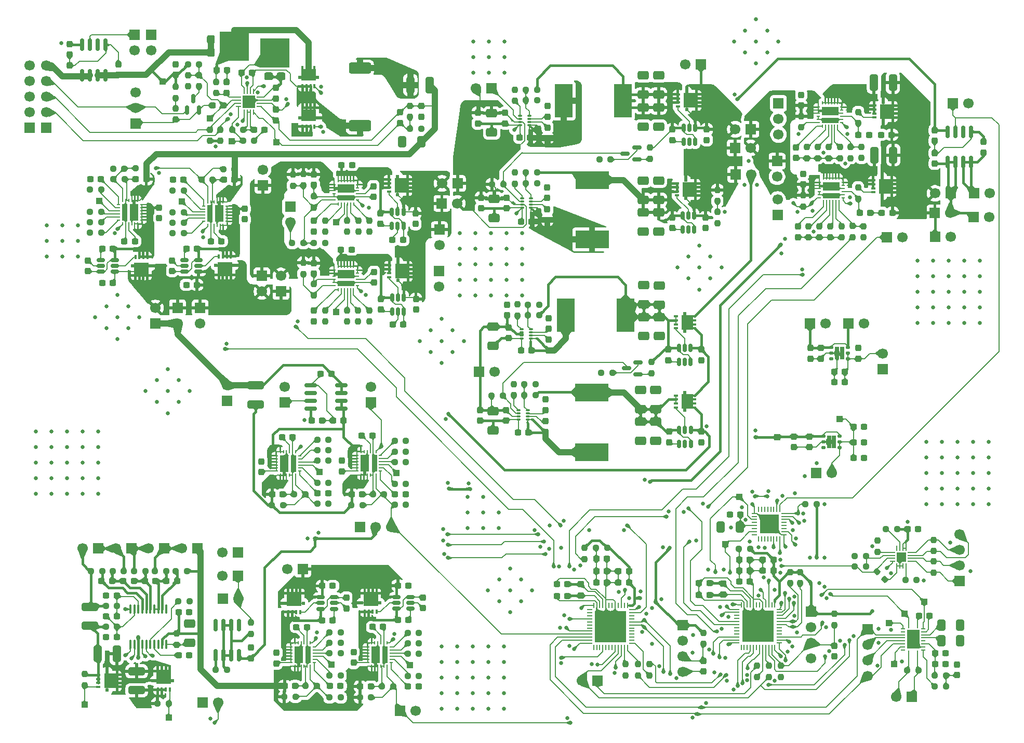
<source format=gtl>
%TF.GenerationSoftware,KiCad,Pcbnew,9.0.4*%
%TF.CreationDate,2026-02-17T14:12:59+01:00*%
%TF.ProjectId,TEST_PCB,54455354-5f50-4434-922e-6b696361645f,rev?*%
%TF.SameCoordinates,Original*%
%TF.FileFunction,Copper,L1,Top*%
%TF.FilePolarity,Positive*%
%FSLAX46Y46*%
G04 Gerber Fmt 4.6, Leading zero omitted, Abs format (unit mm)*
G04 Created by KiCad (PCBNEW 9.0.4) date 2026-02-17 14:12:59*
%MOMM*%
%LPD*%
G01*
G04 APERTURE LIST*
G04 Aperture macros list*
%AMRoundRect*
0 Rectangle with rounded corners*
0 $1 Rounding radius*
0 $2 $3 $4 $5 $6 $7 $8 $9 X,Y pos of 4 corners*
0 Add a 4 corners polygon primitive as box body*
4,1,4,$2,$3,$4,$5,$6,$7,$8,$9,$2,$3,0*
0 Add four circle primitives for the rounded corners*
1,1,$1+$1,$2,$3*
1,1,$1+$1,$4,$5*
1,1,$1+$1,$6,$7*
1,1,$1+$1,$8,$9*
0 Add four rect primitives between the rounded corners*
20,1,$1+$1,$2,$3,$4,$5,0*
20,1,$1+$1,$4,$5,$6,$7,0*
20,1,$1+$1,$6,$7,$8,$9,0*
20,1,$1+$1,$8,$9,$2,$3,0*%
G04 Aperture macros list end*
%TA.AperFunction,SMDPad,CuDef*%
%ADD10RoundRect,0.237500X0.250000X0.237500X-0.250000X0.237500X-0.250000X-0.237500X0.250000X-0.237500X0*%
%TD*%
%TA.AperFunction,ComponentPad*%
%ADD11C,1.700000*%
%TD*%
%TA.AperFunction,ComponentPad*%
%ADD12R,1.700000X1.700000*%
%TD*%
%TA.AperFunction,SMDPad,CuDef*%
%ADD13RoundRect,0.237500X-0.237500X0.250000X-0.237500X-0.250000X0.237500X-0.250000X0.237500X0.250000X0*%
%TD*%
%TA.AperFunction,SMDPad,CuDef*%
%ADD14RoundRect,0.237500X0.237500X-0.250000X0.237500X0.250000X-0.237500X0.250000X-0.237500X-0.250000X0*%
%TD*%
%TA.AperFunction,SMDPad,CuDef*%
%ADD15RoundRect,0.237500X-0.250000X-0.237500X0.250000X-0.237500X0.250000X0.237500X-0.250000X0.237500X0*%
%TD*%
%TA.AperFunction,SMDPad,CuDef*%
%ADD16RoundRect,0.237500X0.344715X-0.008839X-0.008839X0.344715X-0.344715X0.008839X0.008839X-0.344715X0*%
%TD*%
%TA.AperFunction,SMDPad,CuDef*%
%ADD17R,0.570000X0.550000*%
%TD*%
%TA.AperFunction,SMDPad,CuDef*%
%ADD18R,0.500000X0.420000*%
%TD*%
%TA.AperFunction,SMDPad,CuDef*%
%ADD19R,1.830000X2.370000*%
%TD*%
%TA.AperFunction,SMDPad,CuDef*%
%ADD20R,0.660000X0.420000*%
%TD*%
%TA.AperFunction,SMDPad,CuDef*%
%ADD21R,0.550000X0.570000*%
%TD*%
%TA.AperFunction,SMDPad,CuDef*%
%ADD22R,0.420000X0.500000*%
%TD*%
%TA.AperFunction,SMDPad,CuDef*%
%ADD23R,2.370000X1.830000*%
%TD*%
%TA.AperFunction,SMDPad,CuDef*%
%ADD24R,0.420000X0.660000*%
%TD*%
%TA.AperFunction,SMDPad,CuDef*%
%ADD25RoundRect,0.150000X0.587500X0.150000X-0.587500X0.150000X-0.587500X-0.150000X0.587500X-0.150000X0*%
%TD*%
%TA.AperFunction,SMDPad,CuDef*%
%ADD26RoundRect,0.150000X0.150000X-0.587500X0.150000X0.587500X-0.150000X0.587500X-0.150000X-0.587500X0*%
%TD*%
%TA.AperFunction,SMDPad,CuDef*%
%ADD27RoundRect,0.062500X-0.375000X-0.062500X0.375000X-0.062500X0.375000X0.062500X-0.375000X0.062500X0*%
%TD*%
%TA.AperFunction,SMDPad,CuDef*%
%ADD28RoundRect,0.062500X-0.062500X-0.375000X0.062500X-0.375000X0.062500X0.375000X-0.062500X0.375000X0*%
%TD*%
%TA.AperFunction,HeatsinkPad*%
%ADD29R,1.600000X1.600000*%
%TD*%
%TA.AperFunction,HeatsinkPad*%
%ADD30R,5.150000X5.150000*%
%TD*%
%TA.AperFunction,SMDPad,CuDef*%
%ADD31RoundRect,0.317500X0.317500X-0.382500X0.317500X0.382500X-0.317500X0.382500X-0.317500X-0.382500X0*%
%TD*%
%TA.AperFunction,SMDPad,CuDef*%
%ADD32R,4.720000X4.800000*%
%TD*%
%TA.AperFunction,SMDPad,CuDef*%
%ADD33R,1.000000X1.000000*%
%TD*%
%TA.AperFunction,SMDPad,CuDef*%
%ADD34RoundRect,0.237500X0.300000X0.237500X-0.300000X0.237500X-0.300000X-0.237500X0.300000X-0.237500X0*%
%TD*%
%TA.AperFunction,SMDPad,CuDef*%
%ADD35RoundRect,0.237500X-0.237500X0.300000X-0.237500X-0.300000X0.237500X-0.300000X0.237500X0.300000X0*%
%TD*%
%TA.AperFunction,SMDPad,CuDef*%
%ADD36RoundRect,0.237500X-0.300000X-0.237500X0.300000X-0.237500X0.300000X0.237500X-0.300000X0.237500X0*%
%TD*%
%TA.AperFunction,SMDPad,CuDef*%
%ADD37RoundRect,0.150000X0.150000X-0.512500X0.150000X0.512500X-0.150000X0.512500X-0.150000X-0.512500X0*%
%TD*%
%TA.AperFunction,SMDPad,CuDef*%
%ADD38R,0.575000X0.240000*%
%TD*%
%TA.AperFunction,SMDPad,CuDef*%
%ADD39R,0.240000X0.575000*%
%TD*%
%TA.AperFunction,SMDPad,CuDef*%
%ADD40R,2.700000X1.450000*%
%TD*%
%TA.AperFunction,SMDPad,CuDef*%
%ADD41R,2.700000X0.850000*%
%TD*%
%TA.AperFunction,SMDPad,CuDef*%
%ADD42RoundRect,0.237500X0.237500X-0.300000X0.237500X0.300000X-0.237500X0.300000X-0.237500X-0.300000X0*%
%TD*%
%TA.AperFunction,SMDPad,CuDef*%
%ADD43RoundRect,0.250000X-0.650000X0.412500X-0.650000X-0.412500X0.650000X-0.412500X0.650000X0.412500X0*%
%TD*%
%TA.AperFunction,SMDPad,CuDef*%
%ADD44R,1.450000X2.700000*%
%TD*%
%TA.AperFunction,SMDPad,CuDef*%
%ADD45R,0.850000X2.700000*%
%TD*%
%TA.AperFunction,SMDPad,CuDef*%
%ADD46R,5.400000X2.900000*%
%TD*%
%TA.AperFunction,SMDPad,CuDef*%
%ADD47RoundRect,0.150000X0.150000X-0.825000X0.150000X0.825000X-0.150000X0.825000X-0.150000X-0.825000X0*%
%TD*%
%TA.AperFunction,SMDPad,CuDef*%
%ADD48RoundRect,0.150000X0.825000X0.150000X-0.825000X0.150000X-0.825000X-0.150000X0.825000X-0.150000X0*%
%TD*%
%TA.AperFunction,SMDPad,CuDef*%
%ADD49RoundRect,0.150000X-0.512500X-0.150000X0.512500X-0.150000X0.512500X0.150000X-0.512500X0.150000X0*%
%TD*%
%TA.AperFunction,SMDPad,CuDef*%
%ADD50RoundRect,0.250000X-0.412500X-0.650000X0.412500X-0.650000X0.412500X0.650000X-0.412500X0.650000X0*%
%TD*%
%TA.AperFunction,SMDPad,CuDef*%
%ADD51RoundRect,0.250000X0.650000X-0.412500X0.650000X0.412500X-0.650000X0.412500X-0.650000X-0.412500X0*%
%TD*%
%TA.AperFunction,SMDPad,CuDef*%
%ADD52RoundRect,0.150000X0.512500X0.150000X-0.512500X0.150000X-0.512500X-0.150000X0.512500X-0.150000X0*%
%TD*%
%TA.AperFunction,SMDPad,CuDef*%
%ADD53RoundRect,0.050000X-0.285000X-0.100000X0.285000X-0.100000X0.285000X0.100000X-0.285000X0.100000X0*%
%TD*%
%TA.AperFunction,SMDPad,CuDef*%
%ADD54RoundRect,0.250000X-0.400000X-1.075000X0.400000X-1.075000X0.400000X1.075000X-0.400000X1.075000X0*%
%TD*%
%TA.AperFunction,SMDPad,CuDef*%
%ADD55RoundRect,0.250000X0.412500X0.650000X-0.412500X0.650000X-0.412500X-0.650000X0.412500X-0.650000X0*%
%TD*%
%TA.AperFunction,SMDPad,CuDef*%
%ADD56R,2.900000X5.400000*%
%TD*%
%TA.AperFunction,SMDPad,CuDef*%
%ADD57RoundRect,0.249999X1.530001X-0.640001X1.530001X0.640001X-1.530001X0.640001X-1.530001X-0.640001X0*%
%TD*%
%TA.AperFunction,SMDPad,CuDef*%
%ADD58RoundRect,0.050000X0.070000X-0.250000X0.070000X0.250000X-0.070000X0.250000X-0.070000X-0.250000X0*%
%TD*%
%TA.AperFunction,SMDPad,CuDef*%
%ADD59RoundRect,0.050000X-0.250000X-0.070000X0.250000X-0.070000X0.250000X0.070000X-0.250000X0.070000X0*%
%TD*%
%TA.AperFunction,SMDPad,CuDef*%
%ADD60RoundRect,0.050000X-0.975000X-1.475000X0.975000X-1.475000X0.975000X1.475000X-0.975000X1.475000X0*%
%TD*%
%TA.AperFunction,SMDPad,CuDef*%
%ADD61RoundRect,0.250000X0.300000X-0.275000X0.300000X0.275000X-0.300000X0.275000X-0.300000X-0.275000X0*%
%TD*%
%TA.AperFunction,SMDPad,CuDef*%
%ADD62RoundRect,0.100000X0.100000X-0.637500X0.100000X0.637500X-0.100000X0.637500X-0.100000X-0.637500X0*%
%TD*%
%TA.AperFunction,SMDPad,CuDef*%
%ADD63RoundRect,0.250000X-1.075000X0.400000X-1.075000X-0.400000X1.075000X-0.400000X1.075000X0.400000X0*%
%TD*%
%TA.AperFunction,SMDPad,CuDef*%
%ADD64RoundRect,0.112500X-0.202500X-0.112500X0.202500X-0.112500X0.202500X0.112500X-0.202500X0.112500X0*%
%TD*%
%TA.AperFunction,SMDPad,CuDef*%
%ADD65R,0.800000X1.050000*%
%TD*%
%TA.AperFunction,SMDPad,CuDef*%
%ADD66R,4.800000X4.720000*%
%TD*%
%TA.AperFunction,SMDPad,CuDef*%
%ADD67RoundRect,0.317500X0.382500X0.317500X-0.382500X0.317500X-0.382500X-0.317500X0.382500X-0.317500X0*%
%TD*%
%TA.AperFunction,SMDPad,CuDef*%
%ADD68RoundRect,0.062500X0.062500X-0.350000X0.062500X0.350000X-0.062500X0.350000X-0.062500X-0.350000X0*%
%TD*%
%TA.AperFunction,SMDPad,CuDef*%
%ADD69RoundRect,0.062500X0.350000X-0.062500X0.350000X0.062500X-0.350000X0.062500X-0.350000X-0.062500X0*%
%TD*%
%TA.AperFunction,HeatsinkPad*%
%ADD70R,3.100000X3.100000*%
%TD*%
%TA.AperFunction,SMDPad,CuDef*%
%ADD71RoundRect,0.062500X-0.365000X-0.062500X0.365000X-0.062500X0.365000X0.062500X-0.365000X0.062500X0*%
%TD*%
%TA.AperFunction,SMDPad,CuDef*%
%ADD72RoundRect,0.062500X-0.062500X-0.365000X0.062500X-0.365000X0.062500X0.365000X-0.062500X0.365000X0*%
%TD*%
%TA.AperFunction,HeatsinkPad*%
%ADD73C,0.600000*%
%TD*%
%TA.AperFunction,HeatsinkPad*%
%ADD74R,2.140000X2.140000*%
%TD*%
%TA.AperFunction,SMDPad,CuDef*%
%ADD75RoundRect,0.250000X0.400000X1.075000X-0.400000X1.075000X-0.400000X-1.075000X0.400000X-1.075000X0*%
%TD*%
%TA.AperFunction,ViaPad*%
%ADD76C,0.650000*%
%TD*%
%TA.AperFunction,Conductor*%
%ADD77C,1.000000*%
%TD*%
%TA.AperFunction,Conductor*%
%ADD78C,0.400000*%
%TD*%
%TA.AperFunction,Conductor*%
%ADD79C,0.200000*%
%TD*%
G04 APERTURE END LIST*
D10*
%TO.P,R104,2*%
%TO.N,Net-(J119-Pin_2)*%
X95987500Y-74800000D03*
%TO.P,R104,1*%
%TO.N,/switch/EN*%
X97812500Y-74800000D03*
%TD*%
D11*
%TO.P,J119,2,Pin_2*%
%TO.N,Net-(J119-Pin_2)*%
X95700000Y-71365000D03*
D12*
%TO.P,J119,1,Pin_1*%
%TO.N,GND*%
X95700000Y-68825000D03*
%TD*%
D13*
%TO.P,R103,2*%
%TO.N,/switch/EN*%
X96100000Y-65412500D03*
%TO.P,R103,1*%
%TO.N,/switch/VIN1*%
X96100000Y-63587500D03*
%TD*%
D12*
%TO.P,J118,1,Pin_1*%
%TO.N,+3V3*%
X192200000Y-95300000D03*
D11*
%TO.P,J118,2,Pin_2*%
%TO.N,Net-(J118-Pin_2)*%
X192200000Y-92760000D03*
%TD*%
D14*
%TO.P,R406,1*%
%TO.N,/MCU/RS422_Tx_P*%
X200550000Y-128512500D03*
%TO.P,R406,2*%
%TO.N,/MCU/RS422_Tx_N*%
X200550000Y-126687500D03*
%TD*%
%TO.P,R405,1*%
%TO.N,/MCU/RS422_Rx_N*%
X200550000Y-125012500D03*
%TO.P,R405,2*%
%TO.N,/MCU/RS422_Rx_P*%
X200550000Y-123187500D03*
%TD*%
D15*
%TO.P,R404,1*%
%TO.N,Net-(U401-SLR)*%
X195937500Y-129750000D03*
%TO.P,R404,2*%
%TO.N,+5V*%
X197762500Y-129750000D03*
%TD*%
%TO.P,R402,1*%
%TO.N,Net-(U401-H{slash}F)*%
X192737500Y-121450000D03*
%TO.P,R402,2*%
%TO.N,+5V*%
X194562500Y-121450000D03*
%TD*%
D16*
%TO.P,R401,1*%
%TO.N,GND*%
X192595235Y-129645235D03*
%TO.P,R401,2*%
%TO.N,/MCU/RS_DIR*%
X191304765Y-128354765D03*
%TD*%
D15*
%TO.P,JP402,1*%
%TO.N,/MCU/RS_DIR*%
X187687500Y-127500000D03*
%TO.P,JP402,2*%
%TO.N,Net-(U401-~{RE})*%
X189512500Y-127500000D03*
%TD*%
%TO.P,JP401,1*%
%TO.N,GND*%
X187687500Y-125850000D03*
%TO.P,JP401,2*%
%TO.N,Net-(U401-~{RE})*%
X189512500Y-125850000D03*
%TD*%
D14*
%TO.P,R403,2*%
%TO.N,+5V*%
X191350000Y-123287500D03*
%TO.P,R403,1*%
%TO.N,/MCU/TX*%
X191350000Y-125112500D03*
%TD*%
D17*
%TO.P,Q1203,1,D*%
%TO.N,/dcdc/VOUT*%
X160133503Y-64563000D03*
D18*
X161733503Y-65046000D03*
X161733503Y-65696000D03*
D19*
X160583503Y-66021000D03*
D18*
X161733503Y-66346000D03*
X161733503Y-66996000D03*
D17*
X160133503Y-67479000D03*
D20*
%TO.P,Q1203,2,G*%
%TO.N,Net-(Q1203-G)*%
X158698503Y-66996000D03*
%TO.P,Q1203,3,S*%
%TO.N,Net-(Q1203-S)*%
X158698503Y-65046000D03*
X158698503Y-65696000D03*
X158698503Y-66346000D03*
%TD*%
D17*
%TO.P,Q901,1,D*%
%TO.N,Net-(Q901-D)*%
X65837500Y-144717001D03*
D18*
X67437500Y-145200001D03*
X67437500Y-145850001D03*
D19*
X66287500Y-146175001D03*
D18*
X67437500Y-146500001D03*
X67437500Y-147150001D03*
D17*
X65837500Y-147633001D03*
D20*
%TO.P,Q901,2,G*%
%TO.N,/battery/DSG*%
X64402500Y-147150001D03*
%TO.P,Q901,3,S*%
%TO.N,Net-(Q901-S)*%
X64402500Y-145200001D03*
X64402500Y-145850001D03*
X64402500Y-146500001D03*
%TD*%
D21*
%TO.P,Q902,1,D*%
%TO.N,Net-(Q901-D)*%
X73604499Y-146150001D03*
D22*
X74087499Y-144550001D03*
X74737499Y-144550001D03*
D23*
X75062499Y-145700001D03*
D22*
X75387499Y-144550001D03*
X76037499Y-144550001D03*
D21*
X76520499Y-146150001D03*
D24*
%TO.P,Q902,2,G*%
%TO.N,/battery/CHG*%
X76037499Y-147585001D03*
%TO.P,Q902,3,S*%
%TO.N,GND*%
X74087499Y-147585001D03*
X74737499Y-147585001D03*
X75387499Y-147585001D03*
%TD*%
D21*
%TO.P,Q202,1,D*%
%TO.N,Net-(D201-K)*%
X97192000Y-47788000D03*
D22*
X97675000Y-46188000D03*
X98325000Y-46188000D03*
D23*
X98650000Y-47338000D03*
D22*
X98975000Y-46188000D03*
X99625000Y-46188000D03*
D21*
X100108000Y-47788000D03*
D24*
%TO.P,Q202,2,G*%
%TO.N,Net-(Q202-G)*%
X99625000Y-49223000D03*
%TO.P,Q202,3,S*%
%TO.N,Net-(Q202-S)*%
X97675000Y-49223000D03*
X98325000Y-49223000D03*
X98975000Y-49223000D03*
%TD*%
D21*
%TO.P,Q1701,1,D*%
%TO.N,/solar/VOUT*%
X86463501Y-78375000D03*
D22*
X85980501Y-79975000D03*
X85330501Y-79975000D03*
D23*
X85005501Y-78825000D03*
D22*
X84680501Y-79975000D03*
X84030501Y-79975000D03*
D21*
X83547501Y-78375000D03*
D24*
%TO.P,Q1701,2,G*%
%TO.N,Net-(Q1701-G)*%
X84030501Y-76940000D03*
%TO.P,Q1701,3,S*%
%TO.N,/solar/Switch_SOL_1/Switch_Element/VOUT1*%
X85980501Y-76940000D03*
X85330501Y-76940000D03*
X84680501Y-76940000D03*
%TD*%
D17*
%TO.P,Q302,1,D*%
%TO.N,+5V*%
X159968750Y-86242000D03*
D18*
X161568750Y-86725000D03*
X161568750Y-87375000D03*
D19*
X160418750Y-87700000D03*
D18*
X161568750Y-88025000D03*
X161568750Y-88675000D03*
D17*
X159968750Y-89158000D03*
D20*
%TO.P,Q302,2,G*%
%TO.N,Net-(Q302-G)*%
X158533750Y-88675000D03*
%TO.P,Q302,3,S*%
%TO.N,Net-(Q302-S)*%
X158533750Y-86725000D03*
X158533750Y-87375000D03*
X158533750Y-88025000D03*
%TD*%
D17*
%TO.P,Q1501,1,D*%
%TO.N,/UniversalSwitch/VOUT*%
X192284752Y-51863000D03*
D18*
X193884752Y-52346000D03*
X193884752Y-52996000D03*
D19*
X192734752Y-53321000D03*
D18*
X193884752Y-53646000D03*
X193884752Y-54296000D03*
D17*
X192284752Y-54779000D03*
D20*
%TO.P,Q1501,2,G*%
%TO.N,Net-(Q1501-G)*%
X190849752Y-54296000D03*
%TO.P,Q1501,3,S*%
%TO.N,Net-(Q1501-S)*%
X190849752Y-52346000D03*
X190849752Y-52996000D03*
X190849752Y-53646000D03*
%TD*%
D17*
%TO.P,Q1502,1,D*%
%TO.N,/UniversalSwitch/VOUT*%
X192100000Y-64063000D03*
D18*
X193700000Y-64546000D03*
X193700000Y-65196000D03*
D19*
X192550000Y-65521000D03*
D18*
X193700000Y-65846000D03*
X193700000Y-66496000D03*
D17*
X192100000Y-66979000D03*
D20*
%TO.P,Q1502,2,G*%
%TO.N,Net-(Q1502-G)*%
X190665000Y-66496000D03*
%TO.P,Q1502,3,S*%
%TO.N,Net-(Q1502-S)*%
X190665000Y-64546000D03*
X190665000Y-65196000D03*
X190665000Y-65846000D03*
%TD*%
D21*
%TO.P,Q601,1,D*%
%TO.N,/battery/HEATER*%
X94871500Y-133488001D03*
D22*
X95354500Y-131888001D03*
X96004500Y-131888001D03*
D23*
X96329500Y-133038001D03*
D22*
X96654500Y-131888001D03*
X97304500Y-131888001D03*
D21*
X97787500Y-133488001D03*
D24*
%TO.P,Q601,2,G*%
%TO.N,Net-(Q601-G)*%
X97304500Y-134923001D03*
%TO.P,Q601,3,S*%
%TO.N,/battery/Switch_Batt_Heater/Switch_Element/VOUT1*%
X95354500Y-134923001D03*
X96004500Y-134923001D03*
X96654500Y-134923001D03*
%TD*%
D17*
%TO.P,Q1202,1,D*%
%TO.N,/dcdc/VOUT*%
X160284752Y-50055000D03*
D18*
X161884752Y-50538000D03*
X161884752Y-51188000D03*
D19*
X160734752Y-51513000D03*
D18*
X161884752Y-51838000D03*
X161884752Y-52488000D03*
D17*
X160284752Y-52971000D03*
D20*
%TO.P,Q1202,2,G*%
%TO.N,Net-(Q1202-G)*%
X158849752Y-52488000D03*
%TO.P,Q1202,3,S*%
%TO.N,Net-(Q1202-S)*%
X158849752Y-50538000D03*
X158849752Y-51188000D03*
X158849752Y-51838000D03*
%TD*%
D21*
%TO.P,Q203,1,D*%
%TO.N,Net-(Q202-S)*%
X97192000Y-54350000D03*
D22*
X97675000Y-52750000D03*
X98325000Y-52750000D03*
D23*
X98650000Y-53900000D03*
D22*
X98975000Y-52750000D03*
X99625000Y-52750000D03*
D21*
X100108000Y-54350000D03*
D24*
%TO.P,Q203,2,G*%
%TO.N,Net-(Q203-G)*%
X99625000Y-55785000D03*
%TO.P,Q203,3,S*%
%TO.N,GND*%
X97675000Y-55785000D03*
X98325000Y-55785000D03*
X98975000Y-55785000D03*
%TD*%
D21*
%TO.P,Q1702,1,D*%
%TO.N,/solar/VOUT*%
X72863501Y-78475000D03*
D22*
X72380501Y-80075000D03*
X71730501Y-80075000D03*
D23*
X71405501Y-78925000D03*
D22*
X71080501Y-80075000D03*
X70430501Y-80075000D03*
D21*
X69947501Y-78475000D03*
D24*
%TO.P,Q1702,2,G*%
%TO.N,Net-(Q1702-G)*%
X70430501Y-77040000D03*
%TO.P,Q1702,3,S*%
%TO.N,/solar/Switch_SOL_1/Switch_Element/VOUT2*%
X72380501Y-77040000D03*
X71730501Y-77040000D03*
X71080501Y-77040000D03*
%TD*%
D17*
%TO.P,Q1101,1,D*%
%TO.N,/switch/VOUT*%
X113180501Y-63935499D03*
D18*
X114780501Y-64418499D03*
X114780501Y-65068499D03*
D19*
X113630501Y-65393499D03*
D18*
X114780501Y-65718499D03*
X114780501Y-66368499D03*
D17*
X113180501Y-66851499D03*
D20*
%TO.P,Q1101,2,G*%
%TO.N,Net-(Q1101-G)*%
X111745501Y-66368499D03*
%TO.P,Q1101,3,S*%
%TO.N,/switch/Switch_Element/VOUT1*%
X111745501Y-64418499D03*
X111745501Y-65068499D03*
X111745501Y-65718499D03*
%TD*%
D21*
%TO.P,Q602,1,D*%
%TO.N,/battery/HEATER*%
X107321500Y-133475001D03*
D22*
X107804500Y-131875001D03*
X108454500Y-131875001D03*
D23*
X108779500Y-133025001D03*
D22*
X109104500Y-131875001D03*
X109754500Y-131875001D03*
D21*
X110237500Y-133475001D03*
D24*
%TO.P,Q602,2,G*%
%TO.N,Net-(Q602-G)*%
X109754500Y-134910001D03*
%TO.P,Q602,3,S*%
%TO.N,/battery/Switch_Batt_Heater/Switch_Element/VOUT2*%
X107804500Y-134910001D03*
X108454500Y-134910001D03*
X109104500Y-134910001D03*
%TD*%
D17*
%TO.P,Q303,1,D*%
%TO.N,+5V*%
X159968750Y-99142000D03*
D18*
X161568750Y-99625000D03*
X161568750Y-100275000D03*
D19*
X160418750Y-100600000D03*
D18*
X161568750Y-100925000D03*
X161568750Y-101575000D03*
D17*
X159968750Y-102058000D03*
D20*
%TO.P,Q303,2,G*%
%TO.N,Net-(Q303-G)*%
X158533750Y-101575000D03*
%TO.P,Q303,3,S*%
%TO.N,Net-(Q303-S)*%
X158533750Y-99625000D03*
X158533750Y-100275000D03*
X158533750Y-100925000D03*
%TD*%
D17*
%TO.P,Q1102,1,D*%
%TO.N,/switch/VOUT*%
X113248001Y-77915499D03*
D18*
X114848001Y-78398499D03*
X114848001Y-79048499D03*
D19*
X113698001Y-79373499D03*
D18*
X114848001Y-79698499D03*
X114848001Y-80348499D03*
D17*
X113248001Y-80831499D03*
D20*
%TO.P,Q1102,2,G*%
%TO.N,Net-(Q1102-G)*%
X111813001Y-80348499D03*
%TO.P,Q1102,3,S*%
%TO.N,/switch/Switch_Element/VOUT2*%
X111813001Y-78398499D03*
X111813001Y-79048499D03*
X111813001Y-79698499D03*
%TD*%
D25*
%TO.P,Q301,1,G*%
%TO.N,Net-(Q301-G)*%
X152325001Y-96150000D03*
%TO.P,Q301,2,S*%
%TO.N,Net-(Q301-S)*%
X152325001Y-94250000D03*
%TO.P,Q301,3,D*%
%TO.N,Net-(Q301-D)*%
X150450000Y-95200000D03*
%TD*%
%TO.P,Q1201,1,G*%
%TO.N,Net-(Q1201-G)*%
X152137500Y-61112500D03*
%TO.P,Q1201,2,S*%
%TO.N,Net-(Q1201-S)*%
X152137500Y-59212500D03*
%TO.P,Q1201,3,D*%
%TO.N,Net-(Q1201-D)*%
X150262499Y-60162500D03*
%TD*%
D26*
%TO.P,Q201,1,G*%
%TO.N,/MPPT_~{EN}*%
X78887500Y-53087500D03*
%TO.P,Q201,2,S*%
%TO.N,GND*%
X80787500Y-53087500D03*
%TO.P,Q201,3,D*%
%TO.N,Net-(Q201-D)*%
X79837500Y-51212499D03*
%TD*%
D27*
%TO.P,U401,1,RX*%
%TO.N,/MCU/TX*%
X193812500Y-125200000D03*
%TO.P,U401,2,~{RE}*%
%TO.N,Net-(U401-~{RE})*%
X193812500Y-125700000D03*
%TO.P,U401,3,DE*%
%TO.N,/MCU/RS_DIR*%
X193812500Y-126200000D03*
%TO.P,U401,4,TX*%
%TO.N,/MCU/RX*%
X193812500Y-126700000D03*
D28*
%TO.P,U401,5,TERMTX*%
%TO.N,GND*%
X194500000Y-127387500D03*
%TO.P,U401,6,GND*%
X195000000Y-127387500D03*
%TO.P,U401,7,TERMRX*%
X195500000Y-127387500D03*
%TO.P,U401,8,SLR*%
%TO.N,Net-(U401-SLR)*%
X196000000Y-127387500D03*
D27*
%TO.P,U401,9,Y*%
%TO.N,/MCU/RS422_Tx_P*%
X196687500Y-126700000D03*
%TO.P,U401,10,Z*%
%TO.N,/MCU/RS422_Tx_N*%
X196687500Y-126200000D03*
%TO.P,U401,11,B*%
%TO.N,/MCU/RS422_Rx_N*%
X196687500Y-125700000D03*
%TO.P,U401,12,A*%
%TO.N,/MCU/RS422_Rx_P*%
X196687500Y-125200000D03*
D28*
%TO.P,U401,13,V_IO*%
%TO.N,+5V*%
X196000000Y-124512500D03*
%TO.P,U401,14,VCC*%
X195500000Y-124512500D03*
%TO.P,U401,15,H/F*%
%TO.N,Net-(U401-H{slash}F)*%
X195000000Y-124512500D03*
%TO.P,U401,16,NC*%
%TO.N,unconnected-(U401-NC-Pad16)*%
X194500000Y-124512500D03*
D29*
%TO.P,U401,17,PAD*%
%TO.N,GND*%
X195250000Y-125950000D03*
%TD*%
D27*
%TO.P,U1304,1,P1.0/TA0.1/DMAE0/RTCCLK/A0/C0/VREF-/VEREF-*%
%TO.N,/MCU/ADC_1*%
X168462500Y-134500000D03*
%TO.P,U1304,2,P1.1/TA0.2/TA1CLK/COUT/A1/C1/VREF+/VEREF+*%
%TO.N,/MCU/ADC_2*%
X168462500Y-135000000D03*
%TO.P,U1304,3,P1.2/TA1.1/TA0CLK/COUT/A2/C2*%
%TO.N,/MCU/ADC_3*%
X168462500Y-135500000D03*
%TO.P,U1304,4,P3.0/A12/C12*%
%TO.N,/AMEAS_BUS*%
X168462500Y-136000000D03*
%TO.P,U1304,5,P3.1/A13/C13*%
%TO.N,/MPPT_~{EN}*%
X168462500Y-136500000D03*
%TO.P,U1304,6,P3.2/A14/C14*%
%TO.N,/BATT_ALERT_1*%
X168462500Y-137000000D03*
%TO.P,U1304,7,P3.3/A15/C15*%
%TO.N,/BATT_ALERT_2*%
X168462500Y-137500000D03*
%TO.P,U1304,8,P4.7*%
%TO.N,/Ch_EN_52*%
X168462500Y-138000000D03*
%TO.P,U1304,9,P1.3/TA1.2/UCB0STE/A3/C3*%
%TO.N,/MCU/ADC_4*%
X168462500Y-138500000D03*
%TO.P,U1304,10,P1.4/TB0.1/UCA0STE/A4/C4*%
%TO.N,/MCU/CS_1*%
X168462500Y-139000000D03*
%TO.P,U1304,11,P1.5/TB0.2/UCA0CLK/A5/C5*%
%TO.N,/MCU/SCK*%
X168462500Y-139500000D03*
%TO.P,U1304,12,PJ.0/TDO/TB0OUTH/SMCLK/SRSCG1/C6*%
%TO.N,/Ch_EN_12*%
X168462500Y-140000000D03*
D28*
%TO.P,U1304,13,PJ.1/TDI/TCLK/MCLK/SRSCG0/C7*%
%TO.N,/Ch_EN_22*%
X169150000Y-140687500D03*
%TO.P,U1304,14,PJ.2/TMS/ACLK/SROSCOFF/C8*%
%TO.N,/Ch_EN_32*%
X169650000Y-140687500D03*
%TO.P,U1304,15,PJ.3/TCK/SRCPUOFF/C9*%
%TO.N,/Ch_EN_42*%
X170150000Y-140687500D03*
%TO.P,U1304,16,P4.0/A8*%
%TO.N,/MCU/CAN_~{INT}*%
X170650000Y-140687500D03*
%TO.P,U1304,17,P4.1/A9*%
%TO.N,/MCU/CAN_~{WKRQ}*%
X171150000Y-140687500D03*
%TO.P,U1304,18,P4.2/A10*%
%TO.N,/HEAT_BATT_2*%
X171650000Y-140687500D03*
%TO.P,U1304,19,P4.3/A11*%
%TO.N,/HEAT_BATT_1*%
X172150000Y-140687500D03*
%TO.P,U1304,20,P2.5/TB0.0/UCA1TXD/UCA1SIMO*%
%TO.N,Net-(U1304-P2.5{slash}TB0.0{slash}UCA1TXD{slash}UCA1SIMO)*%
X172650000Y-140687500D03*
%TO.P,U1304,21,P2.6/TB0.1/UCA1RXD/UCA1SOM*%
%TO.N,Net-(U1304-P2.6{slash}TB0.1{slash}UCA1RXD{slash}UCA1SOM)*%
X173150000Y-140687500D03*
%TO.P,U1304,22,TEST/SBWTCK*%
%TO.N,Net-(J1302-Pin_2)*%
X173650000Y-140687500D03*
%TO.P,U1304,23,~{RST}/NMI/SBWTDIO*%
%TO.N,Net-(J1302-Pin_3)*%
X174150000Y-140687500D03*
%TO.P,U1304,24,P2.0/TB0.6/UCA0TXD/UCA0SIMO/TB0CLK/ACLK*%
%TO.N,/MCU/MOSI*%
X174650000Y-140687500D03*
D27*
%TO.P,U1304,25,P2.1/TB0.0/UCA0RXD/UCA0SOMI/TB0.0*%
%TO.N,/MCU/MISO*%
X175337500Y-140000000D03*
%TO.P,U1304,26,P2.2/TB0.2/UCB0CLK*%
%TO.N,/MCU/CAN_~{RST}*%
X175337500Y-139500000D03*
%TO.P,U1304,27,P3.4/TB0.3/SMCLK*%
%TO.N,/SW_BATT_11*%
X175337500Y-139000000D03*
%TO.P,U1304,28,P3.5/TB0.4/COUT*%
%TO.N,/SW_BATT_21*%
X175337500Y-138500000D03*
%TO.P,U1304,29,P3.6/TB0.5*%
%TO.N,/Ch_EN_7x*%
X175337500Y-138000000D03*
%TO.P,U1304,30,P3.7/TB0.6*%
%TO.N,/Ch_EN_8x*%
X175337500Y-137500000D03*
%TO.P,U1304,31,P1.6/TB0.3/UCB0SIMO/UCB0SDA/TA0.0*%
%TO.N,SDA*%
X175337500Y-137000000D03*
%TO.P,U1304,32,P1.7/TB0.4/UCB0SOMI/UCB0SCL/TA1.0*%
%TO.N,SCL*%
X175337500Y-136500000D03*
%TO.P,U1304,33,P4.4/TB0.5*%
%TO.N,/MCU/AMUX_0*%
X175337500Y-136000000D03*
%TO.P,U1304,34,P4.5*%
%TO.N,/MCU/AMUX_1*%
X175337500Y-135500000D03*
%TO.P,U1304,35,P4.6*%
%TO.N,/MCU/AMUX_2*%
X175337500Y-135000000D03*
%TO.P,U1304,36,DVSS*%
%TO.N,GND*%
X175337500Y-134500000D03*
D28*
%TO.P,U1304,37,DVCC*%
%TO.N,MCU_3V3*%
X174650000Y-133812500D03*
%TO.P,U1304,38,P2.7*%
%TO.N,/Ch_EN_62*%
X174150000Y-133812500D03*
%TO.P,U1304,39,P2.3/TA0.0/UCA1STE/A6/C10*%
%TO.N,/MCU/AMUX_EN*%
X173650000Y-133812500D03*
%TO.P,U1304,40,P2.4/TA1.0/UCA1CLK/A7/C11*%
%TO.N,/MCU/CAN_CLK*%
X173150000Y-133812500D03*
%TO.P,U1304,41,AVSS*%
%TO.N,GND*%
X172650000Y-133812500D03*
%TO.P,U1304,42,PJ.6/HFXIN*%
%TO.N,/Ch_EN_92*%
X172150000Y-133812500D03*
%TO.P,U1304,43,PJ.7/HFXOUT*%
%TO.N,/Ch_EN_102*%
X171650000Y-133812500D03*
%TO.P,U1304,44,AVSS*%
%TO.N,GND*%
X171150000Y-133812500D03*
%TO.P,U1304,45,PJ.4/LFXIN*%
%TO.N,Net-(U1304-PJ.4{slash}LFXIN)*%
X170650000Y-133812500D03*
%TO.P,U1304,46,PJ.5/LFXOUT*%
%TO.N,Net-(U1304-PJ.5{slash}LFXOUT)*%
X170150000Y-133812500D03*
%TO.P,U1304,47,AVSS*%
%TO.N,GND*%
X169650000Y-133812500D03*
%TO.P,U1304,48,AVCC*%
%TO.N,Net-(U1304-AVCC)*%
X169150000Y-133812500D03*
D30*
%TO.P,U1304,49,EXP*%
%TO.N,GND*%
X171900000Y-137250000D03*
%TD*%
D27*
%TO.P,U1305,1,P1.0/TA0.1/DMAE0/RTCCLK/A0/C0/VREF-/VEREF-*%
%TO.N,/Ch_AL_9*%
X144425000Y-134550000D03*
%TO.P,U1305,2,P1.1/TA0.2/TA1CLK/COUT/A1/C1/VREF+/VEREF+*%
%TO.N,/Ch_AL_10*%
X144425000Y-135050000D03*
%TO.P,U1305,3,P1.2/TA1.1/TA0CLK/COUT/A2/C2*%
%TO.N,/SW_BATT_22*%
X144425000Y-135550000D03*
%TO.P,U1305,4,P3.0/A12/C12*%
%TO.N,/Ch_EN_11*%
X144425000Y-136050000D03*
%TO.P,U1305,5,P3.1/A13/C13*%
%TO.N,/Ch_EN_21*%
X144425000Y-136550000D03*
%TO.P,U1305,6,P3.2/A14/C14*%
%TO.N,/Ch_EN_31*%
X144425000Y-137050000D03*
%TO.P,U1305,7,P3.3/A15/C15*%
%TO.N,/Ch_EN_41*%
X144425000Y-137550000D03*
%TO.P,U1305,8,P4.7*%
%TO.N,/SOL_STAT_2*%
X144425000Y-138050000D03*
%TO.P,U1305,9,P1.3/TA1.2/UCB0STE/A3/C3*%
%TO.N,/SW_BATT_12*%
X144425000Y-138550000D03*
%TO.P,U1305,10,P1.4/TB0.1/UCA0STE/A4/C4*%
%TO.N,/MCU/CS_1*%
X144425000Y-139050000D03*
%TO.P,U1305,11,P1.5/TB0.2/UCA0CLK/A5/C5*%
%TO.N,/MCU/SCK*%
X144425000Y-139550000D03*
%TO.P,U1305,12,PJ.0/TDO/TB0OUTH/SMCLK/SRSCG1/C6*%
%TO.N,/Ch_AL_1*%
X144425000Y-140050000D03*
D28*
%TO.P,U1305,13,PJ.1/TDI/TCLK/MCLK/SRSCG0/C7*%
%TO.N,/Ch_AL_2*%
X145112500Y-140737500D03*
%TO.P,U1305,14,PJ.2/TMS/ACLK/SROSCOFF/C8*%
%TO.N,/Ch_AL_3*%
X145612500Y-140737500D03*
%TO.P,U1305,15,PJ.3/TCK/SRCPUOFF/C9*%
%TO.N,/Ch_AL_4*%
X146112500Y-140737500D03*
%TO.P,U1305,16,P4.0/A8*%
%TO.N,/SOL_EN_1*%
X146612500Y-140737500D03*
%TO.P,U1305,17,P4.1/A9*%
%TO.N,/SOL_EN_2*%
X147112500Y-140737500D03*
%TO.P,U1305,18,P4.2/A10*%
%TO.N,/SOL_EN_3*%
X147612500Y-140737500D03*
%TO.P,U1305,19,P4.3/A11*%
%TO.N,/SOL_EN_4*%
X148112500Y-140737500D03*
%TO.P,U1305,20,P2.5/TB0.0/UCA1TXD/UCA1SIMO*%
%TO.N,/MCU/TX*%
X148612500Y-140737500D03*
%TO.P,U1305,21,P2.6/TB0.1/UCA1RXD/UCA1SOM*%
%TO.N,/MCU/RX*%
X149112500Y-140737500D03*
%TO.P,U1305,22,TEST/SBWTCK*%
%TO.N,Net-(J1303-Pin_2)*%
X149612500Y-140737500D03*
%TO.P,U1305,23,~{RST}/NMI/SBWTDIO*%
%TO.N,Net-(J1303-Pin_3)*%
X150112500Y-140737500D03*
%TO.P,U1305,24,P2.0/TB0.6/UCA0TXD/UCA0SIMO/TB0CLK/ACLK*%
%TO.N,Net-(U1305-P2.0{slash}TB0.6{slash}UCA0TXD{slash}UCA0SIMO{slash}TB0CLK{slash}ACLK)*%
X150612500Y-140737500D03*
D27*
%TO.P,U1305,25,P2.1/TB0.0/UCA0RXD/UCA0SOMI/TB0.0*%
%TO.N,Net-(U1305-P2.1{slash}TB0.0{slash}UCA0RXD{slash}UCA0SOMI{slash}TB0.0)*%
X151300000Y-140050000D03*
%TO.P,U1305,26,P2.2/TB0.2/UCB0CLK*%
%TO.N,/Ch_AL_5*%
X151300000Y-139550000D03*
%TO.P,U1305,27,P3.4/TB0.3/SMCLK*%
%TO.N,/Ch_EN_51*%
X151300000Y-139050000D03*
%TO.P,U1305,28,P3.5/TB0.4/COUT*%
%TO.N,/Ch_EN_61*%
X151300000Y-138550000D03*
%TO.P,U1305,29,P3.6/TB0.5*%
%TO.N,/Ch_EN_91*%
X151300000Y-138050000D03*
%TO.P,U1305,30,P3.7/TB0.6*%
%TO.N,/Ch_EN_101*%
X151300000Y-137550000D03*
%TO.P,U1305,31,P1.6/TB0.3/UCB0SIMO/UCB0SDA/TA0.0*%
%TO.N,SDA*%
X151300000Y-137050000D03*
%TO.P,U1305,32,P1.7/TB0.4/UCB0SOMI/UCB0SCL/TA1.0*%
%TO.N,SCL*%
X151300000Y-136550000D03*
%TO.P,U1305,33,P4.4/TB0.5*%
%TO.N,/SOL_EN_5*%
X151300000Y-136050000D03*
%TO.P,U1305,34,P4.5*%
%TO.N,/SOL_EN_6*%
X151300000Y-135550000D03*
%TO.P,U1305,35,P4.6*%
%TO.N,/SOL_STAT_1*%
X151300000Y-135050000D03*
%TO.P,U1305,36,DVSS*%
%TO.N,GND*%
X151300000Y-134550000D03*
D28*
%TO.P,U1305,37,DVCC*%
%TO.N,MCU_3V3*%
X150612500Y-133862500D03*
%TO.P,U1305,38,P2.7*%
%TO.N,unconnected-(U1305-P2.7-Pad38)*%
X150112500Y-133862500D03*
%TO.P,U1305,39,P2.3/TA0.0/UCA1STE/A6/C10*%
%TO.N,/MCU/RS_DIR*%
X149612500Y-133862500D03*
%TO.P,U1305,40,P2.4/TA1.0/UCA1CLK/A7/C11*%
%TO.N,/Ch_AL_6*%
X149112500Y-133862500D03*
%TO.P,U1305,41,AVSS*%
%TO.N,GND*%
X148612500Y-133862500D03*
%TO.P,U1305,42,PJ.6/HFXIN*%
%TO.N,/Ch_AL_7*%
X148112500Y-133862500D03*
%TO.P,U1305,43,PJ.7/HFXOUT*%
%TO.N,/Ch_AL_8*%
X147612500Y-133862500D03*
%TO.P,U1305,44,AVSS*%
%TO.N,GND*%
X147112500Y-133862500D03*
%TO.P,U1305,45,PJ.4/LFXIN*%
%TO.N,Net-(U1305-PJ.4{slash}LFXIN)*%
X146612500Y-133862500D03*
%TO.P,U1305,46,PJ.5/LFXOUT*%
%TO.N,Net-(U1305-PJ.5{slash}LFXOUT)*%
X146112500Y-133862500D03*
%TO.P,U1305,47,AVSS*%
%TO.N,GND*%
X145612500Y-133862500D03*
%TO.P,U1305,48,AVCC*%
%TO.N,Net-(U1305-AVCC)*%
X145112500Y-133862500D03*
D30*
%TO.P,U1305,49,EXP*%
%TO.N,GND*%
X147862500Y-137300000D03*
%TD*%
D31*
%TO.P,D201,2,A*%
%TO.N,/solar/PV*%
X82735000Y-41610000D03*
X82735000Y-43690000D03*
D32*
%TO.P,D201,1,K*%
%TO.N,Net-(D201-K)*%
X86540000Y-42650000D03*
%TD*%
D33*
%TO.P,TP2002,1,1*%
%TO.N,Net-(IC2003-IMON)*%
X102387500Y-143488001D03*
%TD*%
%TO.P,TP1303,1,1*%
%TO.N,/MCU/ADC_1*%
X166550000Y-123850000D03*
%TD*%
D12*
%TO.P,J132,1,Pin_1*%
%TO.N,/MCU/RS422_Tx_P*%
X204775000Y-129875002D03*
D11*
%TO.P,J132,2,Pin_2*%
%TO.N,/MCU/RS422_Tx_N*%
X204775000Y-127335002D03*
%TO.P,J132,3,Pin_3*%
%TO.N,/MCU/RS422_Rx_P*%
X204775000Y-124795003D03*
%TO.P,J132,4,Pin_4*%
%TO.N,/MCU/RS422_Rx_N*%
X204775000Y-122255002D03*
%TD*%
D34*
%TO.P,C701,1*%
%TO.N,/ameas1/VIN*%
X104362501Y-103700251D03*
%TO.P,C701,2*%
%TO.N,GND*%
X102637499Y-103700251D03*
%TD*%
D35*
%TO.P,C1403,1*%
%TO.N,+5V*%
X200684752Y-56391000D03*
%TO.P,C1403,2*%
%TO.N,GND*%
X200684752Y-58116002D03*
%TD*%
D36*
%TO.P,C1903,1*%
%TO.N,Net-(IC1901-ITIMER)*%
X100137499Y-115562501D03*
%TO.P,C1903,2*%
%TO.N,GND*%
X101862501Y-115562501D03*
%TD*%
D12*
%TO.P,J124,1,Pin_1*%
%TO.N,/SWITCH_ALERT*%
X119918501Y-79305500D03*
D11*
%TO.P,J124,2,Pin_2*%
%TO.N,GND*%
X119918501Y-81845500D03*
%TD*%
D33*
%TO.P,TP2001,1,1*%
%TO.N,Net-(IC2001-IMON)*%
X103150000Y-71400000D03*
%TD*%
D12*
%TO.P,J112,1,Pin_1*%
%TO.N,/solar/VOUT*%
X81000000Y-85350000D03*
D11*
%TO.P,J112,2,Pin_2*%
%TO.N,GND*%
X81000000Y-87890000D03*
%TD*%
D15*
%TO.P,R213,1*%
%TO.N,Net-(U201-VFB)*%
X115187500Y-56112498D03*
%TO.P,R213,2*%
%TO.N,GND*%
X117012500Y-56112498D03*
%TD*%
D37*
%TO.P,U1102,1,VCAP*%
%TO.N,Net-(U1102-VCAP)*%
X112298003Y-85910999D03*
%TO.P,U1102,2,GND*%
%TO.N,GND*%
X113248002Y-85910999D03*
%TO.P,U1102,3,EN*%
%TO.N,/switch/Switch_Element/VOUT2*%
X114198001Y-85910999D03*
%TO.P,U1102,4,CATHODE*%
%TO.N,/switch/VOUT*%
X114198001Y-83635999D03*
%TO.P,U1102,5,GATE*%
%TO.N,Net-(Q1102-G)*%
X113248002Y-83635999D03*
%TO.P,U1102,6,ANODE*%
%TO.N,/switch/Switch_Element/VOUT2*%
X112298003Y-83635999D03*
%TD*%
D34*
%TO.P,C1703,1*%
%TO.N,/solar/Switch_SOL_1/Switch_Element/VOUT1*%
X80468003Y-75675000D03*
%TO.P,C1703,2*%
%TO.N,Net-(U1701-VCAP)*%
X78743001Y-75675000D03*
%TD*%
D12*
%TO.P,BT903,1,+*%
%TO.N,/battery/BATT_2*%
X69750000Y-124575000D03*
D11*
%TO.P,BT903,2,-*%
%TO.N,/battery/BATT_1*%
X67210000Y-124575000D03*
%TD*%
D12*
%TO.P,J105,1,Pin_1*%
%TO.N,/HEAT_BATT_1*%
X113550000Y-151050000D03*
D11*
%TO.P,J105,2,Pin_2*%
%TO.N,GND*%
X116090000Y-151050000D03*
%TD*%
D12*
%TO.P,J135,1,Pin_1*%
%TO.N,/UniversalSwitch/VOUT*%
X200750000Y-73725000D03*
D11*
%TO.P,J135,2,Pin_2*%
%TO.N,GND*%
X203290000Y-73725000D03*
%TD*%
D38*
%TO.P,IC1502,1,IN*%
%TO.N,/UniversalSwitch/VIN*%
X181921752Y-64871000D03*
%TO.P,IC1502,2,IN*%
X181921752Y-65371000D03*
%TO.P,IC1502,3,IN*%
X181921752Y-65871000D03*
%TO.P,IC1502,4,GND*%
%TO.N,GND*%
X181921752Y-66371000D03*
%TO.P,IC1502,5,GND*%
X181921752Y-66871000D03*
%TO.P,IC1502,6,EN/UVLO*%
%TO.N,/Ch_EN_12*%
X181921752Y-67371000D03*
D39*
%TO.P,IC1502,7,ITIMER*%
%TO.N,Net-(IC1502-ITIMER)*%
X182584752Y-68034000D03*
%TO.P,IC1502,8,ILIM*%
%TO.N,Net-(IC1502-ILIM)*%
X183084752Y-68034000D03*
%TO.P,IC1502,9,IMON*%
%TO.N,/UniversalSwitch/AMEAS*%
X183584752Y-68034000D03*
%TO.P,IC1502,10,RETRY_DLY*%
%TO.N,Net-(IC1502-RETRY_DLY)*%
X184084752Y-68034000D03*
%TO.P,IC1502,11,NRETRY*%
%TO.N,Net-(IC1502-NRETRY)*%
X184584752Y-68034000D03*
%TO.P,IC1502,12,OVLO*%
%TO.N,Net-(IC1502-OVLO)*%
X185084752Y-68034000D03*
D38*
%TO.P,IC1502,13,PG*%
%TO.N,/Ch_AL_1*%
X185747752Y-67371000D03*
%TO.P,IC1502,14,GND*%
%TO.N,GND*%
X185747752Y-66871000D03*
%TO.P,IC1502,15,DVDT/_BGATE*%
%TO.N,Net-(IC1502-DVDT{slash}_BGATE)*%
X185747752Y-66371000D03*
%TO.P,IC1502,16,IN*%
%TO.N,/UniversalSwitch/VIN*%
X185747752Y-65871000D03*
%TO.P,IC1502,17,OUT*%
%TO.N,Net-(Q1502-S)*%
X185747752Y-65371000D03*
%TO.P,IC1502,18,OUT*%
X185747752Y-64871000D03*
D39*
%TO.P,IC1502,19,OUT*%
X185084752Y-64208000D03*
%TO.P,IC1502,20,OUT*%
X184584752Y-64208000D03*
%TO.P,IC1502,21,OUT*%
X184084752Y-64208000D03*
%TO.P,IC1502,22,OUT*%
X183584752Y-64208000D03*
%TO.P,IC1502,23,OUT*%
X183084752Y-64208000D03*
%TO.P,IC1502,24,OUT*%
X182584752Y-64208000D03*
D40*
%TO.P,IC1502,25,IN*%
%TO.N,/UniversalSwitch/VIN*%
X183834752Y-65496000D03*
D41*
%TO.P,IC1502,26,GND*%
%TO.N,GND*%
X183834752Y-67046000D03*
%TD*%
D14*
%TO.P,R1504,1*%
%TO.N,/Ch_EN_12*%
X179234752Y-68833500D03*
%TO.P,R1504,2*%
%TO.N,/UniversalSwitch/VIN*%
X179234752Y-67008500D03*
%TD*%
D15*
%TO.P,R2013,1*%
%TO.N,GND*%
X98187500Y-146988001D03*
%TO.P,R2013,2*%
%TO.N,/HEAT_BATT_1*%
X100012500Y-146988001D03*
%TD*%
%TO.P,R2015,1*%
%TO.N,Net-(IC2003-NRETRY)*%
X102062500Y-139988001D03*
%TO.P,R2015,2*%
%TO.N,GND*%
X103887500Y-139988001D03*
%TD*%
D34*
%TO.P,C1805,1*%
%TO.N,Net-(IC1801-DVDT)*%
X84468002Y-74475000D03*
%TO.P,C1805,2*%
%TO.N,GND*%
X82743000Y-74475000D03*
%TD*%
D12*
%TO.P,J137,1,Pin_1*%
%TO.N,/ameas/VIN*%
X203284752Y-66671000D03*
D11*
%TO.P,J137,2,Pin_2*%
%TO.N,/UniversalSwitch/VOUT*%
X200744752Y-66671000D03*
%TD*%
D14*
%TO.P,R1506,1*%
%TO.N,GND*%
X189084752Y-73858500D03*
%TO.P,R1506,2*%
%TO.N,Net-(IC1502-OVLO)*%
X189084752Y-72033500D03*
%TD*%
D33*
%TO.P,TP1302,1,1*%
%TO.N,/MCU/ADC_2*%
X168880000Y-116180000D03*
%TD*%
D35*
%TO.P,C1205,1*%
%TO.N,/dcdc/VIN*%
X126250000Y-53537499D03*
%TO.P,C1205,2*%
%TO.N,GND*%
X126250000Y-55262501D03*
%TD*%
D42*
%TO.P,C1602,1*%
%TO.N,/solar/PV*%
X67647500Y-47350000D03*
%TO.P,C1602,2*%
%TO.N,GND*%
X67647500Y-45624998D03*
%TD*%
D34*
%TO.P,C311,1*%
%TO.N,Net-(U301-SW)*%
X134981251Y-92300000D03*
%TO.P,C311,2*%
%TO.N,GND*%
X133256249Y-92300000D03*
%TD*%
D36*
%TO.P,C2009,1*%
%TO.N,/battery/BATTERY_PACK*%
X94737499Y-146988001D03*
%TO.P,C2009,2*%
%TO.N,GND*%
X96462501Y-146988001D03*
%TD*%
D12*
%TO.P,J122,1,Pin_1*%
%TO.N,/switch/VOUT*%
X119975000Y-72600000D03*
D11*
%TO.P,J122,2,Pin_2*%
%TO.N,GND*%
X119975000Y-75140000D03*
%TD*%
D14*
%TO.P,R_TX_1301,1*%
%TO.N,Net-(U1304-P2.5{slash}TB0.0{slash}UCA1TXD{slash}UCA1SIMO)*%
X171700000Y-145512500D03*
%TO.P,R_TX_1301,2*%
%TO.N,/MCU/TX*%
X171700000Y-143687500D03*
%TD*%
D12*
%TO.P,J125,1,Pin_1*%
%TO.N,/dcdc/VIN*%
X122925000Y-65050000D03*
D11*
%TO.P,J125,2,Pin_2*%
%TO.N,/switch/VOUT*%
X120385000Y-65050000D03*
%TD*%
D43*
%TO.P,C304,1*%
%TO.N,VBUS*%
X128700000Y-102187500D03*
%TO.P,C304,2*%
%TO.N,GND*%
X128700000Y-105312500D03*
%TD*%
D12*
%TO.P,J131,1,Pin_1*%
%TO.N,/MCU/SCK*%
X189725000Y-137720001D03*
D11*
%TO.P,J131,2,Pin_2*%
%TO.N,/MCU/MOSI*%
X189725000Y-140260001D03*
%TO.P,J131,3,Pin_3*%
%TO.N,/MCU/MISO*%
X189725000Y-142800000D03*
%TO.P,J131,4,Pin_4*%
%TO.N,/MCU/CS_1*%
X189725000Y-145340001D03*
%TD*%
D36*
%TO.P,C1316,1*%
%TO.N,GND*%
X172675000Y-126400000D03*
%TO.P,C1316,2*%
%TO.N,MCU_3V3*%
X174400000Y-126400000D03*
%TD*%
D34*
%TO.P,C1705,1*%
%TO.N,/solar/Switch_SOL_1/Switch_Element/VOUT2*%
X66768002Y-75675000D03*
%TO.P,C1705,2*%
%TO.N,Net-(U1702-VCAP)*%
X65043000Y-75675000D03*
%TD*%
D12*
%TO.P,J1302,1,Pin_1*%
%TO.N,MCU_3V3*%
X180562500Y-134900000D03*
D11*
%TO.P,J1302,2,Pin_2*%
%TO.N,Net-(J1302-Pin_2)*%
X180562500Y-137440000D03*
%TO.P,J1302,3,Pin_3*%
%TO.N,Net-(J1302-Pin_3)*%
X180562500Y-139980000D03*
%TO.P,J1302,4,Pin_4*%
%TO.N,GND*%
X180562500Y-142520000D03*
%TD*%
D34*
%TO.P,C312,1*%
%TO.N,Net-(U302-SW)*%
X134481251Y-105700000D03*
%TO.P,C312,2*%
%TO.N,GND*%
X132756249Y-105700000D03*
%TD*%
D14*
%TO.P,R1305,1*%
%TO.N,SDA*%
X178732752Y-130245768D03*
%TO.P,R1305,2*%
%TO.N,MCU_3V3*%
X178732752Y-128420768D03*
%TD*%
D34*
%TO.P,C1102,1*%
%TO.N,/switch/Switch_Element/VOUT2*%
X114110502Y-88073499D03*
%TO.P,C1102,2*%
%TO.N,GND*%
X112385500Y-88073499D03*
%TD*%
D38*
%TO.P,IC1501,1,IN*%
%TO.N,/UniversalSwitch/VIN*%
X181721752Y-52596000D03*
%TO.P,IC1501,2,IN*%
X181721752Y-53096000D03*
%TO.P,IC1501,3,IN*%
X181721752Y-53596000D03*
%TO.P,IC1501,4,GND*%
%TO.N,GND*%
X181721752Y-54096000D03*
%TO.P,IC1501,5,GND*%
X181721752Y-54596000D03*
%TO.P,IC1501,6,EN/UVLO*%
%TO.N,/Ch_EN_11*%
X181721752Y-55096000D03*
D39*
%TO.P,IC1501,7,ITIMER*%
%TO.N,Net-(IC1501-ITIMER)*%
X182384752Y-55759000D03*
%TO.P,IC1501,8,ILIM*%
%TO.N,Net-(IC1501-ILIM)*%
X182884752Y-55759000D03*
%TO.P,IC1501,9,IMON*%
%TO.N,/UniversalSwitch/AMEAS*%
X183384752Y-55759000D03*
%TO.P,IC1501,10,RETRY_DLY*%
%TO.N,Net-(IC1501-RETRY_DLY)*%
X183884752Y-55759000D03*
%TO.P,IC1501,11,NRETRY*%
%TO.N,Net-(IC1501-NRETRY)*%
X184384752Y-55759000D03*
%TO.P,IC1501,12,OVLO*%
%TO.N,Net-(IC1501-OVLO)*%
X184884752Y-55759000D03*
D38*
%TO.P,IC1501,13,PG*%
%TO.N,/Ch_AL_1*%
X185547752Y-55096000D03*
%TO.P,IC1501,14,GND*%
%TO.N,GND*%
X185547752Y-54596000D03*
%TO.P,IC1501,15,DVDT/_BGATE*%
%TO.N,Net-(IC1501-DVDT{slash}_BGATE)*%
X185547752Y-54096000D03*
%TO.P,IC1501,16,IN*%
%TO.N,/UniversalSwitch/VIN*%
X185547752Y-53596000D03*
%TO.P,IC1501,17,OUT*%
%TO.N,Net-(Q1501-S)*%
X185547752Y-53096000D03*
%TO.P,IC1501,18,OUT*%
X185547752Y-52596000D03*
D39*
%TO.P,IC1501,19,OUT*%
X184884752Y-51933000D03*
%TO.P,IC1501,20,OUT*%
X184384752Y-51933000D03*
%TO.P,IC1501,21,OUT*%
X183884752Y-51933000D03*
%TO.P,IC1501,22,OUT*%
X183384752Y-51933000D03*
%TO.P,IC1501,23,OUT*%
X182884752Y-51933000D03*
%TO.P,IC1501,24,OUT*%
X182384752Y-51933000D03*
D40*
%TO.P,IC1501,25,IN*%
%TO.N,/UniversalSwitch/VIN*%
X183634752Y-53221000D03*
D41*
%TO.P,IC1501,26,GND*%
%TO.N,GND*%
X183634752Y-54771000D03*
%TD*%
D15*
%TO.P,R1909,1*%
%TO.N,Net-(IC1901-LDSTRT)*%
X100087500Y-106862501D03*
%TO.P,R1909,2*%
%TO.N,GND*%
X101912500Y-106862501D03*
%TD*%
D34*
%TO.P,C1806,1*%
%TO.N,Net-(IC1802-DVDT)*%
X70368002Y-74475000D03*
%TO.P,C1806,2*%
%TO.N,GND*%
X68643000Y-74475000D03*
%TD*%
D39*
%TO.P,IC2004,1,IN*%
%TO.N,/battery/BATTERY_PACK*%
X108937500Y-143801001D03*
%TO.P,IC2004,2,IN*%
X109437500Y-143801001D03*
%TO.P,IC2004,3,IN*%
X109937500Y-143801001D03*
%TO.P,IC2004,4,GND*%
%TO.N,GND*%
X110437500Y-143801001D03*
%TO.P,IC2004,5,GND*%
X110937500Y-143801001D03*
%TO.P,IC2004,6,EN/UVLO*%
%TO.N,/HEAT_BATT_1*%
X111437500Y-143801001D03*
D38*
%TO.P,IC2004,7,ITIMER*%
%TO.N,Net-(IC2004-ITIMER)*%
X112099500Y-143138001D03*
%TO.P,IC2004,8,ILIM*%
%TO.N,Net-(IC2004-ILIM)*%
X112099500Y-142638001D03*
%TO.P,IC2004,9,IMON*%
%TO.N,Net-(IC2004-IMON)*%
X112099500Y-142138001D03*
%TO.P,IC2004,10,RETRY_DLY*%
%TO.N,Net-(IC2004-RETRY_DLY)*%
X112099500Y-141638001D03*
%TO.P,IC2004,11,NRETRY*%
%TO.N,Net-(IC2004-NRETRY)*%
X112099500Y-141138001D03*
%TO.P,IC2004,12,LDSTRT*%
%TO.N,Net-(IC2004-LDSTRT)*%
X112099500Y-140638001D03*
D39*
%TO.P,IC2004,13,PG*%
%TO.N,/battery/Switch_Batt_Heater/PG*%
X111437500Y-139975001D03*
%TO.P,IC2004,14,GND*%
%TO.N,GND*%
X110937500Y-139975001D03*
%TO.P,IC2004,15,DVDT*%
%TO.N,Net-(IC2004-DVDT)*%
X110437500Y-139975001D03*
%TO.P,IC2004,16,IN*%
%TO.N,/battery/BATTERY_PACK*%
X109937500Y-139975001D03*
%TO.P,IC2004,17,OUT*%
%TO.N,/battery/Switch_Batt_Heater/Switch_Element/VOUT2*%
X109437500Y-139975001D03*
%TO.P,IC2004,18,OUT*%
X108937500Y-139975001D03*
D38*
%TO.P,IC2004,19,OUT*%
X108275500Y-140638001D03*
%TO.P,IC2004,20,OUT*%
X108275500Y-141138001D03*
%TO.P,IC2004,21,OUT*%
X108275500Y-141638001D03*
%TO.P,IC2004,22,OUT*%
X108275500Y-142138001D03*
%TO.P,IC2004,23,OUT*%
X108275500Y-142638001D03*
%TO.P,IC2004,24,OUT*%
X108275500Y-143138001D03*
D44*
%TO.P,IC2004,25,IN*%
%TO.N,/battery/BATTERY_PACK*%
X109562500Y-141888001D03*
D45*
%TO.P,IC2004,26,GND*%
%TO.N,GND*%
X111112500Y-141888001D03*
%TD*%
D35*
%TO.P,C306,1*%
%TO.N,VBUS*%
X126600000Y-102037499D03*
%TO.P,C306,2*%
%TO.N,GND*%
X126600000Y-103762501D03*
%TD*%
D33*
%TO.P,TP1902,1,1*%
%TO.N,Net-(IC2002-IMON)*%
X103130501Y-86056000D03*
%TD*%
D46*
%TO.P,L1101,1*%
%TO.N,Net-(U1202-SW)*%
X144850000Y-74200000D03*
%TO.P,L1101,2*%
%TO.N,Net-(Q1203-S)*%
X144850000Y-64500000D03*
%TD*%
D15*
%TO.P,R1908,1*%
%TO.N,Net-(IC1902-ILIM)*%
X112687500Y-114062501D03*
%TO.P,R1908,2*%
%TO.N,GND*%
X114512500Y-114062501D03*
%TD*%
%TO.P,R902,1*%
%TO.N,/battery/VC5*%
X77025000Y-128250001D03*
%TO.P,R902,2*%
%TO.N,/battery/BATTERY_PACK*%
X78850000Y-128250001D03*
%TD*%
D35*
%TO.P,C1221,1*%
%TO.N,Net-(Q1202-S)*%
X157934752Y-56250499D03*
%TO.P,C1221,2*%
%TO.N,Net-(U1203-VCAP)*%
X157934752Y-57975501D03*
%TD*%
D42*
%TO.P,C1401,1*%
%TO.N,/ameas/VIN*%
X200684752Y-61816001D03*
%TO.P,C1401,2*%
%TO.N,GND*%
X200684752Y-60090999D03*
%TD*%
D15*
%TO.P,R2022,1*%
%TO.N,Net-(IC2004-LDSTRT)*%
X114825000Y-138375001D03*
%TO.P,R2022,2*%
%TO.N,GND*%
X116650000Y-138375001D03*
%TD*%
D47*
%TO.P,U1601,1,IP+*%
%TO.N,/PV*%
X61777501Y-47387499D03*
%TO.P,U1601,2,IP+*%
X63047501Y-47387499D03*
%TO.P,U1601,3,IP-*%
%TO.N,/solar/PV*%
X64317501Y-47387499D03*
%TO.P,U1601,4,IP-*%
X65587501Y-47387499D03*
%TO.P,U1601,5,GND*%
%TO.N,GND*%
X65587501Y-42437499D03*
%TO.P,U1601,6,BW_SEL*%
%TO.N,unconnected-(U1601-BW_SEL-Pad6)*%
X64317501Y-42437499D03*
%TO.P,U1601,7,VIOUT*%
%TO.N,/AMEAS_SOL_1*%
X63047501Y-42437499D03*
%TO.P,U1601,8,VCC*%
%TO.N,+5V*%
X61777501Y-42437499D03*
%TD*%
D43*
%TO.P,C1218,1*%
%TO.N,Net-(Q1203-S)*%
X155700000Y-69787500D03*
%TO.P,C1218,2*%
%TO.N,GND*%
X155700000Y-72912500D03*
%TD*%
D10*
%TO.P,R1808,1*%
%TO.N,Net-(IC1802-ILIM)*%
X64855500Y-66075000D03*
%TO.P,R1808,2*%
%TO.N,GND*%
X63030500Y-66075000D03*
%TD*%
%TO.P,R501,1*%
%TO.N,/battery/CC_SOURCE_SIMPLE/output*%
X85347500Y-144382501D03*
%TO.P,R501,2*%
%TO.N,Net-(R501-Pad2)*%
X83522500Y-144382501D03*
%TD*%
D36*
%TO.P,C607,1*%
%TO.N,/battery/HEATER*%
X113216999Y-130625001D03*
%TO.P,C607,2*%
%TO.N,GND*%
X114942001Y-130625001D03*
%TD*%
D35*
%TO.P,C206,1*%
%TO.N,/solar/REGN*%
X93350000Y-49487499D03*
%TO.P,C206,2*%
%TO.N,GND*%
X93350000Y-51212501D03*
%TD*%
D33*
%TO.P,TP1301,1,1*%
%TO.N,+5V*%
X175052500Y-106432500D03*
%TD*%
D15*
%TO.P,R1907,1*%
%TO.N,Net-(IC1901-ILIM)*%
X100087500Y-113862501D03*
%TO.P,R1907,2*%
%TO.N,GND*%
X101912500Y-113862501D03*
%TD*%
D13*
%TO.P,R304,1*%
%TO.N,GND*%
X132718750Y-84787500D03*
%TO.P,R304,2*%
%TO.N,Net-(U301-RT)*%
X132718750Y-86612500D03*
%TD*%
D48*
%TO.P,U701,1,IP+*%
%TO.N,/ameas1/VIN*%
X103975000Y-101805251D03*
%TO.P,U701,2,IP+*%
X103975000Y-100535251D03*
%TO.P,U701,3,IP-*%
%TO.N,/Battery*%
X103975000Y-99265251D03*
%TO.P,U701,4,IP-*%
X103975000Y-97995251D03*
%TO.P,U701,5,GND*%
%TO.N,GND*%
X99025000Y-97995251D03*
%TO.P,U701,6,BW_SEL*%
%TO.N,unconnected-(U701-BW_SEL-Pad6)*%
X99025000Y-99265251D03*
%TO.P,U701,7,VIOUT*%
%TO.N,/ameas1/AMEAS*%
X99025000Y-100535251D03*
%TO.P,U701,8,VCC*%
%TO.N,+5V*%
X99025000Y-101805251D03*
%TD*%
D14*
%TO.P,R209,1*%
%TO.N,+5V*%
X84300000Y-58124998D03*
%TO.P,R209,2*%
%TO.N,/SOL_STAT_2*%
X84300000Y-56299998D03*
%TD*%
D36*
%TO.P,C1227,1*%
%TO.N,GND*%
X162287500Y-130200000D03*
%TO.P,C1227,2*%
%TO.N,Net-(U1304-PJ.4{slash}LFXIN)*%
X164012500Y-130200000D03*
%TD*%
D33*
%TO.P,TP1802,1,1*%
%TO.N,Net-(IC1902-IMON)*%
X113000000Y-112262501D03*
%TD*%
D42*
%TO.P,C1501,1*%
%TO.N,/UniversalSwitch/VIN*%
X178934752Y-52321000D03*
%TO.P,C1501,2*%
%TO.N,GND*%
X178934752Y-50595998D03*
%TD*%
D37*
%TO.P,U1204,1,VCAP*%
%TO.N,Net-(U1204-VCAP)*%
X159600001Y-72587500D03*
%TO.P,U1204,2,GND*%
%TO.N,GND*%
X160550000Y-72587500D03*
%TO.P,U1204,3,EN*%
%TO.N,Net-(Q1203-S)*%
X161499999Y-72587500D03*
%TO.P,U1204,4,CATHODE*%
%TO.N,/dcdc/VOUT*%
X161499999Y-70312500D03*
%TO.P,U1204,5,GATE*%
%TO.N,Net-(Q1203-G)*%
X160550000Y-70312500D03*
%TO.P,U1204,6,ANODE*%
%TO.N,Net-(Q1203-S)*%
X159600001Y-70312500D03*
%TD*%
D34*
%TO.P,C1804,1*%
%TO.N,Net-(IC1802-ITIMER)*%
X64805501Y-64375000D03*
%TO.P,C1804,2*%
%TO.N,GND*%
X63080499Y-64375000D03*
%TD*%
D49*
%TO.P,U1702,1,VCAP*%
%TO.N,Net-(U1702-VCAP)*%
X64768001Y-77525001D03*
%TO.P,U1702,2,GND*%
%TO.N,GND*%
X64768001Y-78475000D03*
%TO.P,U1702,3,EN*%
%TO.N,/solar/Switch_SOL_1/Switch_Element/VOUT2*%
X64768001Y-79424999D03*
%TO.P,U1702,4,CATHODE*%
%TO.N,/solar/VOUT*%
X67043001Y-79424999D03*
%TO.P,U1702,5,GATE*%
%TO.N,Net-(Q1702-G)*%
X67043001Y-78475000D03*
%TO.P,U1702,6,ANODE*%
%TO.N,/solar/Switch_SOL_1/Switch_Element/VOUT2*%
X67043001Y-77525001D03*
%TD*%
D13*
%TO.P,R1510,1*%
%TO.N,Net-(IC1502-RETRY_DLY)*%
X183703679Y-72046000D03*
%TO.P,R1510,2*%
%TO.N,GND*%
X183703679Y-73871000D03*
%TD*%
D49*
%TO.P,U1701,1,VCAP*%
%TO.N,Net-(U1701-VCAP)*%
X78468002Y-77525001D03*
%TO.P,U1701,2,GND*%
%TO.N,GND*%
X78468002Y-78475000D03*
%TO.P,U1701,3,EN*%
%TO.N,/solar/Switch_SOL_1/Switch_Element/VOUT1*%
X78468002Y-79424999D03*
%TO.P,U1701,4,CATHODE*%
%TO.N,/solar/VOUT*%
X80743002Y-79424999D03*
%TO.P,U1701,5,GATE*%
%TO.N,Net-(Q1701-G)*%
X80743002Y-78475000D03*
%TO.P,U1701,6,ANODE*%
%TO.N,/solar/Switch_SOL_1/Switch_Element/VOUT1*%
X80743002Y-77525001D03*
%TD*%
D36*
%TO.P,C1904,1*%
%TO.N,Net-(IC1902-ITIMER)*%
X112737499Y-115762501D03*
%TO.P,C1904,2*%
%TO.N,GND*%
X114462501Y-115762501D03*
%TD*%
D12*
%TO.P,J140,1,Pin_1*%
%TO.N,/MCU/TX*%
X145750000Y-146125000D03*
D11*
%TO.P,J140,2,Pin_2*%
%TO.N,/MCU/RX*%
X143210000Y-146125000D03*
%TD*%
D50*
%TO.P,C1304,1*%
%TO.N,GND*%
X165775000Y-121100000D03*
%TO.P,C1304,2*%
%TO.N,MCU_3V3*%
X168900000Y-121100000D03*
%TD*%
D51*
%TO.P,C314,1*%
%TO.N,Net-(Q303-S)*%
X152750000Y-101862500D03*
%TO.P,C314,2*%
%TO.N,GND*%
X152750000Y-98737500D03*
%TD*%
D34*
%TO.P,C1313,1*%
%TO.N,GND*%
X170562501Y-130000000D03*
%TO.P,C1313,2*%
%TO.N,Net-(U1304-AVCC)*%
X168837499Y-130000000D03*
%TD*%
D14*
%TO.P,R2011,1*%
%TO.N,/switch/EN*%
X97830501Y-65362500D03*
%TO.P,R2011,2*%
%TO.N,/switch/VIN1*%
X97830501Y-63537500D03*
%TD*%
D51*
%TO.P,C316,1*%
%TO.N,Net-(Q303-S)*%
X155250000Y-101862500D03*
%TO.P,C316,2*%
%TO.N,GND*%
X155250000Y-98737500D03*
%TD*%
D13*
%TO.P,R202,1*%
%TO.N,/AMEAS_2*%
X77000000Y-52799998D03*
%TO.P,R202,2*%
%TO.N,GND*%
X77000000Y-54624998D03*
%TD*%
D36*
%TO.P,C2012,1*%
%TO.N,Net-(IC2004-ITIMER)*%
X114874999Y-147075001D03*
%TO.P,C2012,2*%
%TO.N,GND*%
X116600001Y-147075001D03*
%TD*%
D35*
%TO.P,C210,1*%
%TO.N,/solar/Switch_SOL_1/VIN1*%
X113600000Y-53449997D03*
%TO.P,C210,2*%
%TO.N,Net-(U201-VFB)*%
X113600000Y-55174999D03*
%TD*%
D34*
%TO.P,C1315,1*%
%TO.N,GND*%
X147262501Y-130150000D03*
%TO.P,C1315,2*%
%TO.N,Net-(U1305-AVCC)*%
X145537499Y-130150000D03*
%TD*%
D52*
%TO.P,U601,1,VCAP*%
%TO.N,Net-(U601-VCAP)*%
X102848000Y-134422999D03*
%TO.P,U601,2,GND*%
%TO.N,GND*%
X102848000Y-133473000D03*
%TO.P,U601,3,EN*%
%TO.N,/battery/Switch_Batt_Heater/Switch_Element/VOUT1*%
X102848000Y-132523001D03*
%TO.P,U601,4,CATHODE*%
%TO.N,/battery/HEATER*%
X100573000Y-132523001D03*
%TO.P,U601,5,GATE*%
%TO.N,Net-(Q601-G)*%
X100573000Y-133473000D03*
%TO.P,U601,6,ANODE*%
%TO.N,/battery/Switch_Batt_Heater/Switch_Element/VOUT1*%
X100573000Y-134422999D03*
%TD*%
D12*
%TO.P,J901,1,Pin_1*%
%TO.N,GND*%
X84650000Y-132750000D03*
D11*
%TO.P,J901,2,Pin_2*%
%TO.N,/AMEAS_9*%
X87190000Y-132750000D03*
%TD*%
D42*
%TO.P,C1502,1*%
%TO.N,/UniversalSwitch/VIN*%
X179249752Y-65208501D03*
%TO.P,C1502,2*%
%TO.N,GND*%
X179249752Y-63483499D03*
%TD*%
D36*
%TO.P,C1902,1*%
%TO.N,/switch_c1/VIN*%
X105687499Y-115750000D03*
%TO.P,C1902,2*%
%TO.N,GND*%
X107412501Y-115750000D03*
%TD*%
D33*
%TO.P,TP204,1,1*%
%TO.N,Net-(U201-VFB)*%
X93400000Y-58300000D03*
%TD*%
D53*
%TO.P,U1202,1,RT*%
%TO.N,Net-(U1202-RT)*%
X133421250Y-67512502D03*
%TO.P,U1202,2,EN*%
%TO.N,Net-(Q1201-D)*%
X133421250Y-68012502D03*
%TO.P,U1202,3,VIN*%
%TO.N,/dcdc/VIN*%
X133421250Y-68512502D03*
%TO.P,U1202,4,GND*%
%TO.N,GND*%
X133421250Y-69012502D03*
%TO.P,U1202,5,SW*%
%TO.N,Net-(U1202-SW)*%
X134901250Y-69012502D03*
%TO.P,U1202,6,BST*%
%TO.N,Net-(U1202-BST)*%
X134901250Y-68512502D03*
%TO.P,U1202,7,SS*%
%TO.N,Net-(U1202-SS)*%
X134901250Y-68012502D03*
%TO.P,U1202,8,FB*%
%TO.N,Net-(U1202-FB)*%
X134901250Y-67512502D03*
%TD*%
D12*
%TO.P,J1301,1,Pin_1*%
%TO.N,MCU_3V3*%
X181400000Y-112300000D03*
D11*
%TO.P,J1301,2,Pin_2*%
%TO.N,Net-(J1301-Pin_2)*%
X183940000Y-112300000D03*
%TD*%
D42*
%TO.P,C1701,1*%
%TO.N,/solar/Switch_SOL_1/Switch_Element/VOUT1*%
X76405500Y-79337501D03*
%TO.P,C1701,2*%
%TO.N,GND*%
X76405500Y-77612499D03*
%TD*%
D10*
%TO.P,R1320,1*%
%TO.N,Net-(C1327-Pad2)*%
X202527500Y-147069455D03*
%TO.P,R1320,2*%
%TO.N,Net-(U1306-WAKE)*%
X200702500Y-147069455D03*
%TD*%
D36*
%TO.P,C1906,1*%
%TO.N,Net-(IC1902-DVDT)*%
X107337500Y-106162501D03*
%TO.P,C1906,2*%
%TO.N,GND*%
X109062502Y-106162501D03*
%TD*%
D42*
%TO.P,C308,1*%
%TO.N,Net-(U302-SS)*%
X137250000Y-102000000D03*
%TO.P,C308,2*%
%TO.N,GND*%
X137250000Y-100274998D03*
%TD*%
%TO.P,C1702,1*%
%TO.N,/solar/Switch_SOL_1/Switch_Element/VOUT2*%
X62705501Y-79337501D03*
%TO.P,C1702,2*%
%TO.N,GND*%
X62705501Y-77612499D03*
%TD*%
D15*
%TO.P,R904,1*%
%TO.N,/battery/BATT_2*%
X70225000Y-128250001D03*
%TO.P,R904,2*%
%TO.N,/battery/VC2*%
X72050000Y-128250001D03*
%TD*%
D12*
%TO.P,J114,1,Pin_1*%
%TO.N,GND*%
X72977500Y-40800000D03*
D11*
%TO.P,J114,2,Pin_2*%
X72977500Y-43340000D03*
%TD*%
D13*
%TO.P,R1204,1*%
%TO.N,GND*%
X132301249Y-49775000D03*
%TO.P,R1204,2*%
%TO.N,Net-(U1201-RT)*%
X132301249Y-51600000D03*
%TD*%
D42*
%TO.P,C204,1*%
%TO.N,Net-(U201-VCC)*%
X85300000Y-50262501D03*
%TO.P,C204,2*%
%TO.N,GND*%
X85300000Y-48537499D03*
%TD*%
D15*
%TO.P,R1901,1*%
%TO.N,GND*%
X96287500Y-115762501D03*
%TO.P,R1901,2*%
%TO.N,/SW_BATT_11*%
X98112500Y-115762501D03*
%TD*%
D10*
%TO.P,R1804,1*%
%TO.N,Net-(IC1802-NRETRY)*%
X64855500Y-71375000D03*
%TO.P,R1804,2*%
%TO.N,GND*%
X63030500Y-71375000D03*
%TD*%
D15*
%TO.P,R1906,1*%
%TO.N,Net-(IC1902-RETRY_DLY)*%
X112687500Y-110462501D03*
%TO.P,R1906,2*%
%TO.N,GND*%
X114512500Y-110462501D03*
%TD*%
D53*
%TO.P,U1201,1,RT*%
%TO.N,Net-(U1201-RT)*%
X133161249Y-54050000D03*
%TO.P,U1201,2,EN*%
%TO.N,/dcdc/EN*%
X133161249Y-54550000D03*
%TO.P,U1201,3,VIN*%
%TO.N,/dcdc/VIN*%
X133161249Y-55050000D03*
%TO.P,U1201,4,GND*%
%TO.N,GND*%
X133161249Y-55550000D03*
%TO.P,U1201,5,SW*%
%TO.N,Net-(U1201-SW)*%
X134641249Y-55550000D03*
%TO.P,U1201,6,BST*%
%TO.N,Net-(U1201-BST)*%
X134641249Y-55050000D03*
%TO.P,U1201,7,SS*%
%TO.N,Net-(U1201-SS)*%
X134641249Y-54550000D03*
%TO.P,U1201,8,FB*%
%TO.N,Net-(U1201-FB)*%
X134641249Y-54050000D03*
%TD*%
D54*
%TO.P,R914,1*%
%TO.N,Net-(Q901-S)*%
X64287499Y-141750001D03*
%TO.P,R914,2*%
%TO.N,Net-(Q901-D)*%
X67387501Y-141750001D03*
%TD*%
D55*
%TO.P,C1324,1*%
%TO.N,GND*%
X204870917Y-139603128D03*
%TO.P,C1324,2*%
%TO.N,Net-(U1306-V_{CCFLTR})*%
X201745917Y-139603128D03*
%TD*%
D51*
%TO.P,C1216,1*%
%TO.N,Net-(Q1203-S)*%
X155700000Y-67712500D03*
%TO.P,C1216,2*%
%TO.N,GND*%
X155700000Y-64587500D03*
%TD*%
D15*
%TO.P,R2019,1*%
%TO.N,Net-(IC2003-ILIM)*%
X102062500Y-145288002D03*
%TO.P,R2019,2*%
%TO.N,GND*%
X103887500Y-145288002D03*
%TD*%
D47*
%TO.P,U1401,1,IP+*%
%TO.N,/ameas/VIN*%
X202829752Y-61596000D03*
%TO.P,U1401,2,IP+*%
X204099752Y-61596000D03*
%TO.P,U1401,3,IP-*%
%TO.N,/ameas/VOUT*%
X205369752Y-61596000D03*
%TO.P,U1401,4,IP-*%
X206639752Y-61596000D03*
%TO.P,U1401,5,GND*%
%TO.N,GND*%
X206639752Y-56646000D03*
%TO.P,U1401,6,BW_SEL*%
%TO.N,unconnected-(U1401-BW_SEL-Pad6)*%
X205369752Y-56646000D03*
%TO.P,U1401,7,VIOUT*%
%TO.N,/AMEAS_1*%
X204099752Y-56646000D03*
%TO.P,U1401,8,VCC*%
%TO.N,+5V*%
X202829752Y-56646000D03*
%TD*%
D36*
%TO.P,C603,1*%
%TO.N,/battery/Switch_Batt_Heater/Switch_Element/VOUT1*%
X100866999Y-136288001D03*
%TO.P,C603,2*%
%TO.N,Net-(U601-VCAP)*%
X102592001Y-136288001D03*
%TD*%
%TO.P,C1307,1*%
%TO.N,Net-(J1301-Pin_2)*%
X187439999Y-104762500D03*
%TO.P,C1307,2*%
%TO.N,GND*%
X189165001Y-104762500D03*
%TD*%
D42*
%TO.P,C1402,1*%
%TO.N,/ameas/VOUT*%
X208684752Y-60016001D03*
%TO.P,C1402,2*%
%TO.N,GND*%
X208684752Y-58290999D03*
%TD*%
D56*
%TO.P,L1201,1*%
%TO.N,Net-(U1201-SW)*%
X140200000Y-51550000D03*
%TO.P,L1201,2*%
%TO.N,Net-(Q1202-S)*%
X149900000Y-51550000D03*
%TD*%
D34*
%TO.P,C1326,1*%
%TO.N,GND*%
X202477501Y-143469455D03*
%TO.P,C1326,2*%
%TO.N,MCU_3V3*%
X200752499Y-143469455D03*
%TD*%
D35*
%TO.P,C2003,1*%
%TO.N,Net-(IC2001-ITIMER)*%
X99550000Y-71137499D03*
%TO.P,C2003,2*%
%TO.N,GND*%
X99550000Y-72862501D03*
%TD*%
D34*
%TO.P,C901,1*%
%TO.N,/battery/VC5*%
X77200001Y-129850001D03*
%TO.P,C901,2*%
%TO.N,/battery/VC3*%
X75474999Y-129850001D03*
%TD*%
D35*
%TO.P,C301,1*%
%TO.N,VBUS*%
X131218750Y-88537499D03*
%TO.P,C301,2*%
%TO.N,GND*%
X131218750Y-90262501D03*
%TD*%
D12*
%TO.P,J120,1,Pin_1*%
%TO.N,/SW_BATT_11*%
X107050000Y-121050000D03*
D11*
%TO.P,J120,2,Pin_2*%
%TO.N,+3V3*%
X109590000Y-121050000D03*
%TO.P,J120,3,Pin_3*%
%TO.N,/SW_BATT_12*%
X112129999Y-121050000D03*
%TD*%
D43*
%TO.P,C315,1*%
%TO.N,Net-(Q302-S)*%
X153300000Y-86837500D03*
%TO.P,C315,2*%
%TO.N,GND*%
X153300000Y-89962500D03*
%TD*%
D10*
%TO.P,R1101,1*%
%TO.N,GND*%
X101362500Y-74800000D03*
%TO.P,R1101,2*%
%TO.N,/switch/EN*%
X99537500Y-74800000D03*
%TD*%
D13*
%TO.P,R_MISO_1301,1*%
%TO.N,/MCU/MOSI*%
X154200000Y-143437500D03*
%TO.P,R_MISO_1301,2*%
%TO.N,Net-(U1305-P2.1{slash}TB0.0{slash}UCA0RXD{slash}UCA0SOMI{slash}TB0.0)*%
X154200000Y-145262500D03*
%TD*%
D12*
%TO.P,J111,1,Pin_1*%
%TO.N,/AMEAS_9*%
X87150000Y-129000000D03*
D11*
%TO.P,J111,2,Pin_2*%
%TO.N,GND*%
X84610000Y-129000000D03*
%TD*%
D34*
%TO.P,C911,1*%
%TO.N,/battery/SRP*%
X67400001Y-135650001D03*
%TO.P,C911,2*%
%TO.N,/battery/SRN*%
X65674999Y-135650001D03*
%TD*%
D14*
%TO.P,R1313,1*%
%TO.N,GND*%
X175600000Y-145512500D03*
%TO.P,R1313,2*%
%TO.N,Net-(J1302-Pin_3)*%
X175600000Y-143687500D03*
%TD*%
D10*
%TO.P,R601,1*%
%TO.N,GND*%
X103900000Y-148888001D03*
%TO.P,R601,2*%
%TO.N,/HEAT_BATT_1*%
X102075000Y-148888001D03*
%TD*%
D39*
%TO.P,IC1802,1,IN*%
%TO.N,/solar/Switch_SOL_1/VIN1*%
X70838000Y-67837000D03*
%TO.P,IC1802,2,IN*%
X70338000Y-67837000D03*
%TO.P,IC1802,3,IN*%
X69838000Y-67837000D03*
%TO.P,IC1802,4,GND*%
%TO.N,GND*%
X69338000Y-67837000D03*
%TO.P,IC1802,5,GND*%
X68838000Y-67837000D03*
%TO.P,IC1802,6,EN/UVLO*%
%TO.N,/SOL_EN_1*%
X68338000Y-67837000D03*
D38*
%TO.P,IC1802,7,ITIMER*%
%TO.N,Net-(IC1802-ITIMER)*%
X67676000Y-68500000D03*
%TO.P,IC1802,8,ILIM*%
%TO.N,Net-(IC1802-ILIM)*%
X67676000Y-69000000D03*
%TO.P,IC1802,9,IMON*%
%TO.N,Net-(IC1802-IMON)*%
X67676000Y-69500000D03*
%TO.P,IC1802,10,RETRY_DLY*%
%TO.N,Net-(IC1802-RETRY_DLY)*%
X67676000Y-70000000D03*
%TO.P,IC1802,11,NRETRY*%
%TO.N,Net-(IC1802-NRETRY)*%
X67676000Y-70500000D03*
%TO.P,IC1802,12,LDSTRT*%
%TO.N,Net-(IC1802-LDSTRT)*%
X67676000Y-71000000D03*
D39*
%TO.P,IC1802,13,PG*%
%TO.N,/solar/Switch_SOL_1/PG*%
X68338000Y-71663000D03*
%TO.P,IC1802,14,GND*%
%TO.N,GND*%
X68838000Y-71663000D03*
%TO.P,IC1802,15,DVDT*%
%TO.N,Net-(IC1802-DVDT)*%
X69338000Y-71663000D03*
%TO.P,IC1802,16,IN*%
%TO.N,/solar/Switch_SOL_1/VIN1*%
X69838000Y-71663000D03*
%TO.P,IC1802,17,OUT*%
%TO.N,/solar/Switch_SOL_1/Switch_Element/VOUT2*%
X70338000Y-71663000D03*
%TO.P,IC1802,18,OUT*%
X70838000Y-71663000D03*
D38*
%TO.P,IC1802,19,OUT*%
X71500000Y-71000000D03*
%TO.P,IC1802,20,OUT*%
X71500000Y-70500000D03*
%TO.P,IC1802,21,OUT*%
X71500000Y-70000000D03*
%TO.P,IC1802,22,OUT*%
X71500000Y-69500000D03*
%TO.P,IC1802,23,OUT*%
X71500000Y-69000000D03*
%TO.P,IC1802,24,OUT*%
X71500000Y-68500000D03*
D44*
%TO.P,IC1802,25,IN*%
%TO.N,/solar/Switch_SOL_1/VIN1*%
X70213000Y-69750000D03*
D45*
%TO.P,IC1802,26,GND*%
%TO.N,GND*%
X68663000Y-69750000D03*
%TD*%
D57*
%TO.P,L201,1*%
%TO.N,Net-(Q202-S)*%
X107012500Y-55650000D03*
%TO.P,L201,2*%
%TO.N,Net-(U201-SRP)*%
X107012500Y-46250000D03*
%TD*%
D12*
%TO.P,J148,1,Pin_1*%
%TO.N,/UniversalSwitch/VOUT*%
X200725000Y-69850000D03*
D11*
%TO.P,J148,2,Pin_2*%
%TO.N,/ameas/VIN*%
X203265000Y-69850000D03*
%TD*%
D34*
%TO.P,C702,1*%
%TO.N,/Battery*%
X102362501Y-96100251D03*
%TO.P,C702,2*%
%TO.N,GND*%
X100637499Y-96100251D03*
%TD*%
D15*
%TO.P,R1317,1*%
%TO.N,Net-(U1304-AVCC)*%
X168787500Y-124600000D03*
%TO.P,R1317,2*%
%TO.N,MCU_3V3*%
X170612500Y-124600000D03*
%TD*%
%TO.P,R903,1*%
%TO.N,/battery/BATT_3*%
X73625000Y-128250001D03*
%TO.P,R903,2*%
%TO.N,/battery/VC3*%
X75450000Y-128250001D03*
%TD*%
D35*
%TO.P,C1504,1*%
%TO.N,Net-(IC1502-ITIMER)*%
X178400000Y-72083499D03*
%TO.P,C1504,2*%
%TO.N,GND*%
X178400000Y-73808501D03*
%TD*%
D13*
%TO.P,R2001,1*%
%TO.N,GND*%
X99530501Y-67143500D03*
%TO.P,R2001,2*%
%TO.N,/switch/EN*%
X99530501Y-68968500D03*
%TD*%
D53*
%TO.P,U302,1,RT*%
%TO.N,Net-(U302-RT)*%
X132878750Y-102050000D03*
%TO.P,U302,2,EN*%
%TO.N,Net-(Q301-D)*%
X132878750Y-102550000D03*
%TO.P,U302,3,VIN*%
%TO.N,VBUS*%
X132878750Y-103050000D03*
%TO.P,U302,4,GND*%
%TO.N,GND*%
X132878750Y-103550000D03*
%TO.P,U302,5,SW*%
%TO.N,Net-(U302-SW)*%
X134358750Y-103550000D03*
%TO.P,U302,6,BST*%
%TO.N,Net-(U302-BST)*%
X134358750Y-103050000D03*
%TO.P,U302,7,SS*%
%TO.N,Net-(U302-SS)*%
X134358750Y-102550000D03*
%TO.P,U302,8,FB*%
%TO.N,Net-(U302-FB)*%
X134358750Y-102050000D03*
%TD*%
D36*
%TO.P,C606,1*%
%TO.N,/battery/HEATER*%
X100866999Y-130688001D03*
%TO.P,C606,2*%
%TO.N,GND*%
X102592001Y-130688001D03*
%TD*%
%TO.P,C605,1*%
%TO.N,/battery/Switch_Batt_Heater/Switch_Element/VOUT2*%
X113216999Y-136225001D03*
%TO.P,C605,2*%
%TO.N,Net-(U602-VCAP)*%
X114942001Y-136225001D03*
%TD*%
D35*
%TO.P,C205,1*%
%TO.N,Net-(U201-SRP)*%
X93300000Y-53037499D03*
%TO.P,C205,2*%
%TO.N,/solar/Switch_SOL_1/VIN1*%
X93300000Y-54762501D03*
%TD*%
D12*
%TO.P,J141,1,Pin_1*%
%TO.N,/MCU/CAN_H*%
X197000000Y-148800000D03*
D11*
%TO.P,J141,2,Pin_2*%
%TO.N,/MCU/CAN_L*%
X194460000Y-148800000D03*
%TD*%
D13*
%TO.P,R1507,1*%
%TO.N,Net-(IC1501-NRETRY)*%
X185234752Y-59108500D03*
%TO.P,R1507,2*%
%TO.N,GND*%
X185234752Y-60933500D03*
%TD*%
D12*
%TO.P,J136,1,Pin_1*%
%TO.N,/UniversalSwitch/AMEAS*%
X175100000Y-70200000D03*
D11*
%TO.P,J136,2,Pin_2*%
%TO.N,GND*%
X175100000Y-67660000D03*
%TD*%
D13*
%TO.P,R1518,1*%
%TO.N,Net-(Q1502-G)*%
X188200000Y-65708500D03*
%TO.P,R1518,2*%
%TO.N,Net-(IC1502-DVDT{slash}_BGATE)*%
X188200000Y-67533500D03*
%TD*%
D35*
%TO.P,C302,1*%
%TO.N,VBUS*%
X130818750Y-102037499D03*
%TO.P,C302,2*%
%TO.N,GND*%
X130818750Y-103762501D03*
%TD*%
D33*
%TO.P,TP203,1,1*%
%TO.N,Net-(U201-MPPSET)*%
X82600000Y-54450000D03*
%TD*%
D15*
%TO.P,R1208,1*%
%TO.N,Net-(U1202-FB)*%
X134048750Y-63262502D03*
%TO.P,R1208,2*%
%TO.N,Net-(Q1203-S)*%
X135873750Y-63262502D03*
%TD*%
D35*
%TO.P,C1223,1*%
%TO.N,/dcdc/VOUT*%
X163534752Y-56250499D03*
%TO.P,C1223,2*%
%TO.N,GND*%
X163534752Y-57975501D03*
%TD*%
D10*
%TO.P,R908,1*%
%TO.N,GND*%
X79262500Y-133200000D03*
%TO.P,R908,2*%
%TO.N,Net-(U901-TS1)*%
X77437500Y-133200000D03*
%TD*%
%TO.P,R1809,1*%
%TO.N,Net-(IC1801-LDSTRT)*%
X78318001Y-73175000D03*
%TO.P,R1809,2*%
%TO.N,GND*%
X76493001Y-73175000D03*
%TD*%
%TO.P,R307,1*%
%TO.N,GND*%
X136231250Y-84800000D03*
%TO.P,R307,2*%
%TO.N,Net-(U301-FB)*%
X134406250Y-84800000D03*
%TD*%
D43*
%TO.P,C1220,1*%
%TO.N,Net-(Q1203-S)*%
X153150000Y-69787500D03*
%TO.P,C1220,2*%
%TO.N,GND*%
X153150000Y-72912500D03*
%TD*%
D51*
%TO.P,C319,1*%
%TO.N,Net-(Q302-S)*%
X155850000Y-84812500D03*
%TO.P,C319,2*%
%TO.N,GND*%
X155850000Y-81687500D03*
%TD*%
D14*
%TO.P,R_RX_1301,1*%
%TO.N,/MCU/RX*%
X173700000Y-145512500D03*
%TO.P,R_RX_1301,2*%
%TO.N,Net-(U1304-P2.6{slash}TB0.1{slash}UCA1RXD{slash}UCA1SOM)*%
X173700000Y-143687500D03*
%TD*%
D10*
%TO.P,R1806,1*%
%TO.N,Net-(IC1802-RETRY_DLY)*%
X64855500Y-69675000D03*
%TO.P,R1806,2*%
%TO.N,GND*%
X63030500Y-69675000D03*
%TD*%
D33*
%TO.P,TP1316,1,1*%
%TO.N,/MCU/CAN_~{WKRQ}*%
X193215000Y-136730000D03*
%TD*%
D34*
%TO.P,C203,1*%
%TO.N,Net-(U201-MPPSET)*%
X84762501Y-52312498D03*
%TO.P,C203,2*%
%TO.N,GND*%
X83037499Y-52312498D03*
%TD*%
D15*
%TO.P,R1702,1*%
%TO.N,/SOL_EN_1*%
X84768498Y-62737500D03*
%TO.P,R1702,2*%
%TO.N,/solar/Switch_SOL_1/VIN1*%
X86593498Y-62737500D03*
%TD*%
D13*
%TO.P,R2005,1*%
%TO.N,Net-(IC2001-RETRY_DLY)*%
X104950000Y-71087500D03*
%TO.P,R2005,2*%
%TO.N,GND*%
X104950000Y-72912500D03*
%TD*%
D36*
%TO.P,C703,1*%
%TO.N,+5V*%
X99137499Y-103700250D03*
%TO.P,C703,2*%
%TO.N,GND*%
X100862501Y-103700250D03*
%TD*%
D12*
%TO.P,J123,1,Pin_1*%
%TO.N,/ameas1/AMEAS*%
X94750000Y-100750000D03*
D11*
%TO.P,J123,2,Pin_2*%
%TO.N,GND*%
X94750000Y-98210000D03*
%TD*%
D12*
%TO.P,J130,1,Pin_1*%
%TO.N,/Ch_EN_11*%
X175234752Y-52000000D03*
D11*
%TO.P,J130,2,Pin_2*%
%TO.N,+3V3*%
X175234752Y-54540000D03*
%TO.P,J130,3,Pin_3*%
%TO.N,/Ch_EN_12*%
X175234752Y-57080000D03*
%TD*%
D35*
%TO.P,C324,1*%
%TO.N,+5V*%
X162668750Y-105537500D03*
%TO.P,C324,2*%
%TO.N,GND*%
X162668750Y-107262502D03*
%TD*%
D13*
%TO.P,R106,1*%
%TO.N,/Ch_V_1*%
X165283503Y-69721000D03*
%TO.P,R106,2*%
%TO.N,GND*%
X165283503Y-71546000D03*
%TD*%
D15*
%TO.P,R205,1*%
%TO.N,/solar/Term*%
X87987500Y-58112498D03*
%TO.P,R205,2*%
%TO.N,GND*%
X89812500Y-58112498D03*
%TD*%
D35*
%TO.P,C1206,1*%
%TO.N,/dcdc/VIN*%
X126750000Y-67387499D03*
%TO.P,C1206,2*%
%TO.N,GND*%
X126750000Y-69112501D03*
%TD*%
D12*
%TO.P,BT904,1,+*%
%TO.N,/battery/BATT_1*%
X64360000Y-124575000D03*
D11*
%TO.P,BT904,2,-*%
%TO.N,/battery/BATT_0*%
X61820000Y-124575000D03*
%TD*%
D10*
%TO.P,R1801,1*%
%TO.N,GND*%
X83018002Y-64475000D03*
%TO.P,R1801,2*%
%TO.N,/SOL_EN_1*%
X81193002Y-64475000D03*
%TD*%
D12*
%TO.P,J103,1,Pin_1*%
%TO.N,GND*%
X53193001Y-56001002D03*
D11*
%TO.P,J103,2,Pin_2*%
X53193001Y-53461002D03*
%TO.P,J103,3,Pin_3*%
X53193001Y-50921003D03*
%TO.P,J103,4,Pin_4*%
X53193001Y-48381002D03*
%TO.P,J103,5,Pin_5*%
X53193001Y-45841002D03*
%TD*%
D12*
%TO.P,J145,1,Pin_1*%
%TO.N,/solar/VOUT*%
X94150000Y-82675000D03*
D11*
%TO.P,J145,2,Pin_2*%
%TO.N,/switch/VIN1*%
X94150000Y-80135000D03*
%TD*%
D35*
%TO.P,C211,1*%
%TO.N,/solar/Switch_SOL_1/VIN1*%
X117000000Y-52449997D03*
%TO.P,C211,2*%
%TO.N,GND*%
X117000000Y-54174999D03*
%TD*%
D43*
%TO.P,C1213,1*%
%TO.N,Net-(Q1202-S)*%
X155700000Y-52650000D03*
%TO.P,C1213,2*%
%TO.N,GND*%
X155700000Y-55775000D03*
%TD*%
D12*
%TO.P,J1303,1,Pin_1*%
%TO.N,MCU_3V3*%
X159627500Y-137105000D03*
D11*
%TO.P,J1303,2,Pin_2*%
%TO.N,Net-(J1303-Pin_2)*%
X159627500Y-139645000D03*
%TO.P,J1303,3,Pin_3*%
%TO.N,Net-(J1303-Pin_3)*%
X159627500Y-142185000D03*
%TO.P,J1303,4,Pin_4*%
%TO.N,GND*%
X159627500Y-144725000D03*
%TD*%
D10*
%TO.P,R1802,1*%
%TO.N,GND*%
X68655500Y-64375000D03*
%TO.P,R1802,2*%
%TO.N,/SOL_EN_1*%
X66830500Y-64375000D03*
%TD*%
D13*
%TO.P,R1511,1*%
%TO.N,Net-(IC1501-ILIM)*%
X179834752Y-59108500D03*
%TO.P,R1511,2*%
%TO.N,GND*%
X179834752Y-60933500D03*
%TD*%
D51*
%TO.P,C910,1*%
%TO.N,Net-(U901-BAT)*%
X79250000Y-139962500D03*
%TO.P,C910,2*%
%TO.N,GND*%
X79250000Y-136837500D03*
%TD*%
D12*
%TO.P,BT902,1,+*%
%TO.N,/battery/BATT_3*%
X75150000Y-124550000D03*
D11*
%TO.P,BT902,2,-*%
%TO.N,/battery/BATT_2*%
X72610000Y-124550000D03*
%TD*%
D36*
%TO.P,C2013,1*%
%TO.N,Net-(IC2003-DVDT)*%
X96662498Y-137388001D03*
%TO.P,C2013,2*%
%TO.N,GND*%
X98387500Y-137388001D03*
%TD*%
D10*
%TO.P,R1209,1*%
%TO.N,GND*%
X135873750Y-65062502D03*
%TO.P,R1209,2*%
%TO.N,Net-(U1202-FB)*%
X134048750Y-65062502D03*
%TD*%
D42*
%TO.P,C2016,1*%
%TO.N,/battery/Switch_Batt_Heater/Switch_Element/VOUT2*%
X106000000Y-143212501D03*
%TO.P,C2016,2*%
%TO.N,GND*%
X106000000Y-141487499D03*
%TD*%
D14*
%TO.P,R1912,1*%
%TO.N,/switch/EN*%
X97800000Y-79812500D03*
%TO.P,R1912,2*%
%TO.N,/switch/VIN1*%
X97800000Y-77987500D03*
%TD*%
D15*
%TO.P,R1318,1*%
%TO.N,Net-(U1305-AVCC)*%
X145487500Y-124450000D03*
%TO.P,R1318,2*%
%TO.N,MCU_3V3*%
X147312500Y-124450000D03*
%TD*%
D58*
%TO.P,U1306,1,OSC1*%
%TO.N,/MCU/CAN_CLK*%
X196425000Y-137250000D03*
D59*
%TO.P,U1306,2,~{WKRQ}*%
%TO.N,/MCU/CAN_~{WKRQ}*%
X195525000Y-137650000D03*
%TO.P,U1306,3,GPO1*%
%TO.N,unconnected-(U1306-GPO1-Pad3)*%
X195525000Y-138150000D03*
%TO.P,U1306,4,SCLK*%
%TO.N,/MCU/SCK*%
X195525000Y-138650000D03*
%TO.P,U1306,5,SDI*%
%TO.N,/MCU/MOSI*%
X195525000Y-139150000D03*
%TO.P,U1306,6,SDO*%
%TO.N,/MCU/MISO*%
X195525000Y-139650000D03*
%TO.P,U1306,7,~{CS}*%
%TO.N,/MCU/CS_1*%
X195525000Y-140150000D03*
%TO.P,U1306,8,~{INT}*%
%TO.N,/MCU/CAN_~{INT}*%
X195525000Y-140650000D03*
%TO.P,U1306,9,GPO2*%
%TO.N,unconnected-(U1306-GPO2-Pad9)*%
X195525000Y-141150000D03*
D58*
%TO.P,U1306,10,CANL*%
%TO.N,/MCU/CAN_L*%
X196425000Y-141550000D03*
%TO.P,U1306,11,CANH*%
%TO.N,/MCU/CAN_H*%
X197925000Y-141550000D03*
D59*
%TO.P,U1306,12,WAKE*%
%TO.N,Net-(U1306-WAKE)*%
X198825000Y-141150000D03*
%TO.P,U1306,13,GND*%
%TO.N,GND*%
X198825000Y-140650000D03*
%TO.P,U1306,14,V_{SUP}*%
%TO.N,MCU_3V3*%
X198825000Y-140150000D03*
%TO.P,U1306,15,INH*%
%TO.N,unconnected-(U1306-INH-Pad15)*%
X198825000Y-139650000D03*
%TO.P,U1306,16,V_{CCFLTR}*%
%TO.N,Net-(U1306-V_{CCFLTR})*%
X198825000Y-139150000D03*
%TO.P,U1306,17,V_{IO}*%
%TO.N,MCU_3V3*%
X198825000Y-138650000D03*
%TO.P,U1306,18,FLTR*%
%TO.N,Net-(U1306-FLTR)*%
X198825000Y-138150000D03*
%TO.P,U1306,19,RST*%
%TO.N,/MCU/CAN_~{RST}*%
X198825000Y-137650000D03*
D58*
%TO.P,U1306,20,OSC2*%
%TO.N,GND*%
X197925000Y-137250000D03*
D60*
%TO.P,U1306,21,GND*%
X197175000Y-139400000D03*
%TD*%
D10*
%TO.P,R912,1*%
%TO.N,/battery/SRN*%
X67450001Y-137350001D03*
%TO.P,R912,2*%
%TO.N,Net-(Q901-S)*%
X65625001Y-137350001D03*
%TD*%
D13*
%TO.P,R2008,1*%
%TO.N,Net-(IC2002-ILIM)*%
X101330501Y-85743500D03*
%TO.P,R2008,2*%
%TO.N,GND*%
X101330501Y-87568500D03*
%TD*%
D43*
%TO.P,C318,1*%
%TO.N,Net-(Q303-S)*%
X155250000Y-103887500D03*
%TO.P,C318,2*%
%TO.N,GND*%
X155250000Y-107012500D03*
%TD*%
D15*
%TO.P,R302,1*%
%TO.N,VBUS*%
X128506250Y-99700000D03*
%TO.P,R302,2*%
%TO.N,Net-(Q301-D)*%
X130331250Y-99700000D03*
%TD*%
D61*
%TO.P,Y1201,1,1*%
%TO.N,Net-(U1305-PJ.5{slash}LFXOUT)*%
X143037500Y-132275000D03*
%TO.P,Y1201,2,2*%
%TO.N,Net-(U1305-PJ.4{slash}LFXIN)*%
X143037500Y-130425000D03*
%TD*%
D34*
%TO.P,C1211,1*%
%TO.N,Net-(U1201-SW)*%
X134763750Y-57600000D03*
%TO.P,C1211,2*%
%TO.N,GND*%
X133038748Y-57600000D03*
%TD*%
D10*
%TO.P,R2012,1*%
%TO.N,/HEAT_BATT_1*%
X96512500Y-148788001D03*
%TO.P,R2012,2*%
%TO.N,/battery/BATTERY_PACK*%
X94687500Y-148788001D03*
%TD*%
D36*
%TO.P,C1901,1*%
%TO.N,/switch_c1/VIN*%
X92737499Y-115762502D03*
%TO.P,C1901,2*%
%TO.N,GND*%
X94462501Y-115762502D03*
%TD*%
D13*
%TO.P,R105,1*%
%TO.N,/dcdc/VOUT*%
X165283503Y-66121000D03*
%TO.P,R105,2*%
%TO.N,/Ch_V_1*%
X165283503Y-67946000D03*
%TD*%
D35*
%TO.P,C2005,1*%
%TO.N,Net-(IC2001-DVDT)*%
X109230501Y-65530998D03*
%TO.P,C2005,2*%
%TO.N,GND*%
X109230501Y-67256000D03*
%TD*%
D33*
%TO.P,TP1317,1,1*%
%TO.N,/MCU/CAN_~{RST}*%
X198975000Y-133300000D03*
%TD*%
D51*
%TO.P,C317,1*%
%TO.N,Net-(Q302-S)*%
X153300000Y-84775001D03*
%TO.P,C317,2*%
%TO.N,GND*%
X153300000Y-81650001D03*
%TD*%
D33*
%TO.P,TP1318,1,1*%
%TO.N,/MCU/CAN_CLK*%
X195815000Y-135230000D03*
%TD*%
D14*
%TO.P,R1501,1*%
%TO.N,/Ch_EN_11*%
X178934752Y-55921000D03*
%TO.P,R1501,2*%
%TO.N,/UniversalSwitch/VIN*%
X178934752Y-54096000D03*
%TD*%
D36*
%TO.P,C1308,1*%
%TO.N,Net-(J1301-Pin_2)*%
X187439999Y-107272500D03*
%TO.P,C1308,2*%
%TO.N,GND*%
X189165001Y-107272500D03*
%TD*%
D13*
%TO.P,R1309,1*%
%TO.N,MCU_3V3*%
X177150000Y-128437500D03*
%TO.P,R1309,2*%
%TO.N,SCL*%
X177150000Y-130262500D03*
%TD*%
D36*
%TO.P,C1505,1*%
%TO.N,Net-(IC1501-DVDT{slash}_BGATE)*%
X188272251Y-57121000D03*
%TO.P,C1505,2*%
%TO.N,GND*%
X189997253Y-57121000D03*
%TD*%
%TO.P,C1225,1*%
%TO.N,GND*%
X139125000Y-132350000D03*
%TO.P,C1225,2*%
%TO.N,Net-(U1305-PJ.5{slash}LFXOUT)*%
X140850000Y-132350000D03*
%TD*%
D34*
%TO.P,C903,1*%
%TO.N,/battery/VC2*%
X70200001Y-129850002D03*
%TO.P,C903,2*%
%TO.N,/battery/VC1*%
X68474999Y-129850002D03*
%TD*%
D36*
%TO.P,C2011,1*%
%TO.N,Net-(IC2003-ITIMER)*%
X102124999Y-146988001D03*
%TO.P,C2011,2*%
%TO.N,GND*%
X103850001Y-146988001D03*
%TD*%
D62*
%TO.P,U901,1,DSG*%
%TO.N,/battery/DSG*%
X69612500Y-140212501D03*
%TO.P,U901,2,CHG*%
%TO.N,/battery/CHG*%
X70262500Y-140212501D03*
%TO.P,U901,3,VSS*%
%TO.N,GND*%
X70912500Y-140212501D03*
%TO.P,U901,4,SDA*%
%TO.N,SDA*%
X71562500Y-140212501D03*
%TO.P,U901,5,SCL*%
%TO.N,SCL*%
X72212500Y-140212501D03*
%TO.P,U901,6,TS1*%
%TO.N,Net-(U901-TS1)*%
X72862500Y-140212501D03*
%TO.P,U901,7,CAP1*%
%TO.N,Net-(U901-CAP1)*%
X73512500Y-140212501D03*
%TO.P,U901,8,REGOUT*%
%TO.N,unconnected-(U901-REGOUT-Pad8)*%
X74162500Y-140212501D03*
%TO.P,U901,9,REGSRC*%
%TO.N,/battery/BATTERY_PACK*%
X74812500Y-140212501D03*
%TO.P,U901,10,BAT*%
%TO.N,Net-(U901-BAT)*%
X75462500Y-140212501D03*
%TO.P,U901,11,NC*%
%TO.N,unconnected-(U901-NC-Pad11)*%
X75462500Y-134487501D03*
%TO.P,U901,12,VC5*%
%TO.N,/battery/VC5*%
X74812500Y-134487501D03*
%TO.P,U901,13,VC4*%
%TO.N,/battery/VC3*%
X74162500Y-134487501D03*
%TO.P,U901,14,VC3*%
X73512500Y-134487501D03*
%TO.P,U901,15,VC2*%
%TO.N,/battery/VC2*%
X72862500Y-134487501D03*
%TO.P,U901,16,VC1*%
%TO.N,/battery/VC1*%
X72212500Y-134487501D03*
%TO.P,U901,17,VC0*%
%TO.N,/battery/VC0*%
X71562500Y-134487501D03*
%TO.P,U901,18,SRP*%
%TO.N,/battery/SRP*%
X70912500Y-134487501D03*
%TO.P,U901,19,SRN*%
%TO.N,/battery/SRN*%
X70262500Y-134487501D03*
%TO.P,U901,20,ALERT*%
%TO.N,/BATT_ALERT_1*%
X69612500Y-134487501D03*
%TD*%
D34*
%TO.P,C1101,1*%
%TO.N,/switch/Switch_Element/VOUT1*%
X114043002Y-74293499D03*
%TO.P,C1101,2*%
%TO.N,GND*%
X112318000Y-74293499D03*
%TD*%
%TO.P,C1320,1*%
%TO.N,GND*%
X170562501Y-126400000D03*
%TO.P,C1320,2*%
%TO.N,Net-(U1304-AVCC)*%
X168837499Y-126400000D03*
%TD*%
D33*
%TO.P,TP2003,1,1*%
%TO.N,Net-(IC2004-IMON)*%
X115137500Y-143575001D03*
%TD*%
D35*
%TO.P,C1210,1*%
%TO.N,Net-(U1202-BST)*%
X137561250Y-69300001D03*
%TO.P,C1210,2*%
%TO.N,Net-(U1202-SW)*%
X137561250Y-71025003D03*
%TD*%
D15*
%TO.P,R308,1*%
%TO.N,Net-(U302-FB)*%
X133806250Y-99600000D03*
%TO.P,R308,2*%
%TO.N,Net-(Q303-S)*%
X135631250Y-99600000D03*
%TD*%
D12*
%TO.P,J146,1,Pin_1*%
%TO.N,/switch/VOUT*%
X120375000Y-68300000D03*
D11*
%TO.P,J146,2,Pin_2*%
%TO.N,/dcdc/VIN*%
X122915000Y-68300000D03*
%TD*%
D35*
%TO.P,C2006,1*%
%TO.N,Net-(IC2002-DVDT)*%
X109320798Y-79489414D03*
%TO.P,C2006,2*%
%TO.N,GND*%
X109320798Y-81214416D03*
%TD*%
%TO.P,C1107,1*%
%TO.N,/switch/VOUT*%
X116148001Y-83910998D03*
%TO.P,C1107,2*%
%TO.N,GND*%
X116148001Y-85636000D03*
%TD*%
D36*
%TO.P,C1303,1*%
%TO.N,GND*%
X167324998Y-119050000D03*
%TO.P,C1303,2*%
%TO.N,MCU_3V3*%
X169050000Y-119050000D03*
%TD*%
D10*
%TO.P,R1210,1*%
%TO.N,MCU_3V3*%
X181462500Y-117350000D03*
%TO.P,R1210,2*%
%TO.N,/MCU/AMUX_EN*%
X179637500Y-117350000D03*
%TD*%
D35*
%TO.P,C1503,1*%
%TO.N,Net-(IC1501-ITIMER)*%
X178100000Y-59195998D03*
%TO.P,C1503,2*%
%TO.N,GND*%
X178100000Y-60921000D03*
%TD*%
D42*
%TO.P,C1601,1*%
%TO.N,/PV*%
X59700000Y-47562501D03*
%TO.P,C1601,2*%
%TO.N,GND*%
X59700000Y-45837499D03*
%TD*%
D39*
%TO.P,IC1902,1,IN*%
%TO.N,/switch_c1/VIN*%
X107200000Y-112588501D03*
%TO.P,IC1902,2,IN*%
X107700000Y-112588501D03*
%TO.P,IC1902,3,IN*%
X108200000Y-112588501D03*
%TO.P,IC1902,4,GND*%
%TO.N,GND*%
X108700000Y-112588501D03*
%TO.P,IC1902,5,GND*%
X109200000Y-112588501D03*
%TO.P,IC1902,6,EN/UVLO*%
%TO.N,/SW_BATT_12*%
X109700000Y-112588501D03*
D38*
%TO.P,IC1902,7,ITIMER*%
%TO.N,Net-(IC1902-ITIMER)*%
X110362000Y-111925501D03*
%TO.P,IC1902,8,ILIM*%
%TO.N,Net-(IC1902-ILIM)*%
X110362000Y-111425501D03*
%TO.P,IC1902,9,IMON*%
%TO.N,Net-(IC1902-IMON)*%
X110362000Y-110925501D03*
%TO.P,IC1902,10,RETRY_DLY*%
%TO.N,Net-(IC1902-RETRY_DLY)*%
X110362000Y-110425501D03*
%TO.P,IC1902,11,NRETRY*%
%TO.N,Net-(IC1902-NRETRY)*%
X110362000Y-109925501D03*
%TO.P,IC1902,12,LDSTRT*%
%TO.N,Net-(IC1902-LDSTRT)*%
X110362000Y-109425501D03*
D39*
%TO.P,IC1902,13,PG*%
%TO.N,/switch_c1/PG*%
X109700000Y-108762501D03*
%TO.P,IC1902,14,GND*%
%TO.N,GND*%
X109200000Y-108762501D03*
%TO.P,IC1902,15,DVDT*%
%TO.N,Net-(IC1902-DVDT)*%
X108700000Y-108762501D03*
%TO.P,IC1902,16,IN*%
%TO.N,/switch_c1/VIN*%
X108200000Y-108762501D03*
%TO.P,IC1902,17,OUT*%
%TO.N,/ameas1/VIN*%
X107700000Y-108762501D03*
%TO.P,IC1902,18,OUT*%
X107200000Y-108762501D03*
D38*
%TO.P,IC1902,19,OUT*%
X106538000Y-109425501D03*
%TO.P,IC1902,20,OUT*%
X106538000Y-109925501D03*
%TO.P,IC1902,21,OUT*%
X106538000Y-110425501D03*
%TO.P,IC1902,22,OUT*%
X106538000Y-110925501D03*
%TO.P,IC1902,23,OUT*%
X106538000Y-111425501D03*
%TO.P,IC1902,24,OUT*%
X106538000Y-111925501D03*
D44*
%TO.P,IC1902,25,IN*%
%TO.N,/switch_c1/VIN*%
X107825000Y-110675501D03*
D45*
%TO.P,IC1902,26,GND*%
%TO.N,GND*%
X109375000Y-110675501D03*
%TD*%
D34*
%TO.P,C1801,1*%
%TO.N,/solar/Switch_SOL_1/VIN1*%
X86568002Y-64475000D03*
%TO.P,C1801,2*%
%TO.N,GND*%
X84843000Y-64475000D03*
%TD*%
D33*
%TO.P,TP1315,1,1*%
%TO.N,/MCU/CAN_~{INT}*%
X194075000Y-143450000D03*
%TD*%
D12*
%TO.P,J113,1,Pin_1*%
%TO.N,/AMEAS_SOL_1*%
X70277500Y-40800000D03*
D11*
%TO.P,J113,2,Pin_2*%
%TO.N,/AMEAS_2*%
X70277500Y-43340000D03*
%TD*%
D42*
%TO.P,C103,1*%
%TO.N,Net-(J118-Pin_2)*%
X188210000Y-93612501D03*
%TO.P,C103,2*%
%TO.N,GND*%
X188210000Y-91887499D03*
%TD*%
D35*
%TO.P,C1105,1*%
%TO.N,/switch/Switch_Element/VOUT2*%
X110448002Y-83910998D03*
%TO.P,C1105,2*%
%TO.N,Net-(U1102-VCAP)*%
X110448002Y-85636000D03*
%TD*%
D38*
%TO.P,IC2001,1,IN*%
%TO.N,/switch/VIN1*%
X102830501Y-65256000D03*
%TO.P,IC2001,2,IN*%
X102830501Y-65756000D03*
%TO.P,IC2001,3,IN*%
X102830501Y-66256000D03*
%TO.P,IC2001,4,GND*%
%TO.N,GND*%
X102830501Y-66756000D03*
%TO.P,IC2001,5,GND*%
X102830501Y-67256000D03*
%TO.P,IC2001,6,EN/UVLO*%
%TO.N,/switch/EN*%
X102830501Y-67756000D03*
D39*
%TO.P,IC2001,7,ITIMER*%
%TO.N,Net-(IC2001-ITIMER)*%
X103493501Y-68418000D03*
%TO.P,IC2001,8,ILIM*%
%TO.N,Net-(IC2001-ILIM)*%
X103993501Y-68418000D03*
%TO.P,IC2001,9,IMON*%
%TO.N,Net-(IC2001-IMON)*%
X104493501Y-68418000D03*
%TO.P,IC2001,10,RETRY_DLY*%
%TO.N,Net-(IC2001-RETRY_DLY)*%
X104993501Y-68418000D03*
%TO.P,IC2001,11,NRETRY*%
%TO.N,Net-(IC2001-NRETRY)*%
X105493501Y-68418000D03*
%TO.P,IC2001,12,LDSTRT*%
%TO.N,Net-(IC2001-LDSTRT)*%
X105993501Y-68418000D03*
D38*
%TO.P,IC2001,13,PG*%
%TO.N,/SWITCH_ALERT*%
X106656501Y-67756000D03*
%TO.P,IC2001,14,GND*%
%TO.N,GND*%
X106656501Y-67256000D03*
%TO.P,IC2001,15,DVDT*%
%TO.N,Net-(IC2001-DVDT)*%
X106656501Y-66756000D03*
%TO.P,IC2001,16,IN*%
%TO.N,/switch/VIN1*%
X106656501Y-66256000D03*
%TO.P,IC2001,17,OUT*%
%TO.N,/switch/Switch_Element/VOUT1*%
X106656501Y-65756000D03*
%TO.P,IC2001,18,OUT*%
X106656501Y-65256000D03*
D39*
%TO.P,IC2001,19,OUT*%
X105993501Y-64594000D03*
%TO.P,IC2001,20,OUT*%
X105493501Y-64594000D03*
%TO.P,IC2001,21,OUT*%
X104993501Y-64594000D03*
%TO.P,IC2001,22,OUT*%
X104493501Y-64594000D03*
%TO.P,IC2001,23,OUT*%
X103993501Y-64594000D03*
%TO.P,IC2001,24,OUT*%
X103493501Y-64594000D03*
D40*
%TO.P,IC2001,25,IN*%
%TO.N,/switch/VIN1*%
X104743501Y-65881000D03*
D41*
%TO.P,IC2001,26,GND*%
%TO.N,GND*%
X104743501Y-67431000D03*
%TD*%
D14*
%TO.P,R1314,1*%
%TO.N,GND*%
X150300000Y-145262500D03*
%TO.P,R1314,2*%
%TO.N,Net-(J1303-Pin_3)*%
X150300000Y-143437500D03*
%TD*%
D35*
%TO.P,C309,1*%
%TO.N,Net-(U301-BST)*%
X137818750Y-90537499D03*
%TO.P,C309,2*%
%TO.N,Net-(U301-SW)*%
X137818750Y-92262501D03*
%TD*%
D13*
%TO.P,R1516,1*%
%TO.N,Net-(Q1501-G)*%
X188234752Y-53408500D03*
%TO.P,R1516,2*%
%TO.N,Net-(IC1501-DVDT{slash}_BGATE)*%
X188234752Y-55233500D03*
%TD*%
D12*
%TO.P,J121,1,Pin_1*%
%TO.N,/switch/VIN1*%
X91225000Y-65350000D03*
D11*
%TO.P,J121,2,Pin_2*%
%TO.N,GND*%
X91225000Y-62810000D03*
%TD*%
D10*
%TO.P,R1911,1*%
%TO.N,/SW_BATT_11*%
X94475001Y-117500251D03*
%TO.P,R1911,2*%
%TO.N,/switch_c1/VIN*%
X92650001Y-117500251D03*
%TD*%
D12*
%TO.P,J102,1,Pin_1*%
%TO.N,/SOL_EN_1*%
X55893001Y-56001002D03*
D11*
%TO.P,J102,2,Pin_2*%
%TO.N,/SOL_STAT_2*%
X55893001Y-53461002D03*
%TO.P,J102,3,Pin_3*%
%TO.N,/SOL_STAT_1*%
X55893001Y-50921003D03*
%TO.P,J102,4,Pin_4*%
%TO.N,/MPPT_~{EN}*%
X55893001Y-48381002D03*
%TO.P,J102,5,Pin_5*%
%TO.N,/PV*%
X55893001Y-45841002D03*
%TD*%
D34*
%TO.P,C904,1*%
%TO.N,/battery/VC1*%
X66637500Y-129850001D03*
%TO.P,C904,2*%
%TO.N,/battery/VC0*%
X64912498Y-129850001D03*
%TD*%
%TO.P,C401,1*%
%TO.N,GND*%
X198012501Y-121450000D03*
%TO.P,C401,2*%
%TO.N,+5V*%
X196287499Y-121450000D03*
%TD*%
D13*
%TO.P,R212,1*%
%TO.N,/solar/Switch_SOL_1/VIN1*%
X115200000Y-52399998D03*
%TO.P,R212,2*%
%TO.N,Net-(U201-VFB)*%
X115200000Y-54224998D03*
%TD*%
D35*
%TO.P,C1209,1*%
%TO.N,Net-(U1201-BST)*%
X137601249Y-55937499D03*
%TO.P,C1209,2*%
%TO.N,Net-(U1201-SW)*%
X137601249Y-57662501D03*
%TD*%
D54*
%TO.P,R1515,1*%
%TO.N,Net-(Q1501-S)*%
X190784752Y-48621000D03*
%TO.P,R1515,2*%
%TO.N,/UniversalSwitch/VOUT*%
X193884752Y-48621000D03*
%TD*%
D42*
%TO.P,C1207,1*%
%TO.N,Net-(U1201-SS)*%
X137601249Y-54162501D03*
%TO.P,C1207,2*%
%TO.N,GND*%
X137601249Y-52437499D03*
%TD*%
D10*
%TO.P,R1810,1*%
%TO.N,Net-(IC1802-LDSTRT)*%
X64855500Y-73075000D03*
%TO.P,R1810,2*%
%TO.N,GND*%
X63030500Y-73075000D03*
%TD*%
D13*
%TO.P,R301,1*%
%TO.N,Net-(Q302-S)*%
X154568750Y-94187500D03*
%TO.P,R301,2*%
%TO.N,Net-(Q301-G)*%
X154568750Y-96012500D03*
%TD*%
D12*
%TO.P,J109,1,Pin_1*%
%TO.N,GND*%
X70500000Y-55300000D03*
D11*
%TO.P,J109,2,Pin_2*%
%TO.N,/MPPT_~{EN}*%
X70500000Y-52760000D03*
%TO.P,J109,3,Pin_3*%
%TO.N,+3V3*%
X70500000Y-50220001D03*
%TD*%
D35*
%TO.P,C1603,1*%
%TO.N,+5V*%
X59700000Y-42324998D03*
%TO.P,C1603,2*%
%TO.N,GND*%
X59700000Y-44050000D03*
%TD*%
D15*
%TO.P,R906,1*%
%TO.N,/battery/BATT_0*%
X63225000Y-128250001D03*
%TO.P,R906,2*%
%TO.N,/battery/VC0*%
X65050000Y-128250001D03*
%TD*%
D55*
%TO.P,C1323,1*%
%TO.N,GND*%
X204870917Y-137053128D03*
%TO.P,C1323,2*%
%TO.N,MCU_3V3*%
X201745917Y-137053128D03*
%TD*%
D15*
%TO.P,R1321,1*%
%TO.N,MCU_3V3*%
X200702500Y-145269455D03*
%TO.P,R1321,2*%
%TO.N,Net-(C1327-Pad2)*%
X202527500Y-145269455D03*
%TD*%
D37*
%TO.P,U304,1,VCAP*%
%TO.N,Net-(U304-VCAP)*%
X159050001Y-107537500D03*
%TO.P,U304,2,GND*%
%TO.N,GND*%
X160000000Y-107537500D03*
%TO.P,U304,3,EN*%
%TO.N,Net-(Q303-S)*%
X160949999Y-107537500D03*
%TO.P,U304,4,CATHODE*%
%TO.N,+5V*%
X160949999Y-105262500D03*
%TO.P,U304,5,GATE*%
%TO.N,Net-(Q303-G)*%
X160000000Y-105262500D03*
%TO.P,U304,6,ANODE*%
%TO.N,Net-(Q303-S)*%
X159050001Y-105262500D03*
%TD*%
D34*
%TO.P,C1706,1*%
%TO.N,/solar/VOUT*%
X80462501Y-81600000D03*
%TO.P,C1706,2*%
%TO.N,GND*%
X78737499Y-81600000D03*
%TD*%
D13*
%TO.P,R1502,1*%
%TO.N,Net-(IC1501-OVLO)*%
X186984752Y-59108500D03*
%TO.P,R1502,2*%
%TO.N,/Ch_EN_11*%
X186984752Y-60933500D03*
%TD*%
D12*
%TO.P,J138,1,Pin_1*%
%TO.N,/Ch_AL_1*%
X192900000Y-73800000D03*
D11*
%TO.P,J138,2,Pin_2*%
%TO.N,GND*%
X195440000Y-73800000D03*
%TD*%
D13*
%TO.P,R201,1*%
%TO.N,/solar/PV*%
X77000000Y-49299998D03*
%TO.P,R201,2*%
%TO.N,/AMEAS_2*%
X77000000Y-51124998D03*
%TD*%
D35*
%TO.P,C1807,1*%
%TO.N,/solar/Switch_SOL_1/Switch_Element/VOUT1*%
X88250000Y-69187499D03*
%TO.P,C1807,2*%
%TO.N,GND*%
X88250000Y-70912501D03*
%TD*%
D10*
%TO.P,R1807,1*%
%TO.N,Net-(IC1801-ILIM)*%
X78318001Y-66175000D03*
%TO.P,R1807,2*%
%TO.N,GND*%
X76493001Y-66175000D03*
%TD*%
D15*
%TO.P,R1811,1*%
%TO.N,/SOL_EN_1*%
X70430500Y-62575000D03*
%TO.P,R1811,2*%
%TO.N,/solar/Switch_SOL_1/VIN1*%
X72255500Y-62575000D03*
%TD*%
D35*
%TO.P,C102,1*%
%TO.N,+5V*%
X182110000Y-91887499D03*
%TO.P,C102,2*%
%TO.N,GND*%
X182110000Y-93612501D03*
%TD*%
D15*
%TO.P,R306,1*%
%TO.N,Net-(U301-FB)*%
X134406250Y-86500000D03*
%TO.P,R306,2*%
%TO.N,Net-(Q302-S)*%
X136231250Y-86500000D03*
%TD*%
D36*
%TO.P,C1228,1*%
%TO.N,GND*%
X162287500Y-132150000D03*
%TO.P,C1228,2*%
%TO.N,Net-(U1304-PJ.5{slash}LFXOUT)*%
X164012500Y-132150000D03*
%TD*%
%TO.P,C1506,1*%
%TO.N,Net-(IC1502-DVDT{slash}_BGATE)*%
X188472251Y-69821000D03*
%TO.P,C1506,2*%
%TO.N,GND*%
X190197253Y-69821000D03*
%TD*%
D15*
%TO.P,R1701,1*%
%TO.N,GND*%
X66787500Y-62650000D03*
%TO.P,R1701,2*%
%TO.N,/SOL_EN_1*%
X68612500Y-62650000D03*
%TD*%
D34*
%TO.P,C908,1*%
%TO.N,/battery/SRP*%
X67400001Y-132250001D03*
%TO.P,C908,2*%
%TO.N,GND*%
X65674999Y-132250001D03*
%TD*%
D42*
%TO.P,C1311,1*%
%TO.N,GND*%
X184355000Y-142197501D03*
%TO.P,C1311,2*%
%TO.N,Net-(J1302-Pin_3)*%
X184355000Y-140472499D03*
%TD*%
D36*
%TO.P,C2014,1*%
%TO.N,Net-(IC2004-DVDT)*%
X109074999Y-137375001D03*
%TO.P,C2014,2*%
%TO.N,GND*%
X110800001Y-137375001D03*
%TD*%
D52*
%TO.P,U602,1,VCAP*%
%TO.N,Net-(U602-VCAP)*%
X115217000Y-134375000D03*
%TO.P,U602,2,GND*%
%TO.N,GND*%
X115217000Y-133425001D03*
%TO.P,U602,3,EN*%
%TO.N,/battery/Switch_Batt_Heater/Switch_Element/VOUT2*%
X115217000Y-132475002D03*
%TO.P,U602,4,CATHODE*%
%TO.N,/battery/HEATER*%
X112942000Y-132475002D03*
%TO.P,U602,5,GATE*%
%TO.N,Net-(Q602-G)*%
X112942000Y-133425001D03*
%TO.P,U602,6,ANODE*%
%TO.N,/battery/Switch_Batt_Heater/Switch_Element/VOUT2*%
X112942000Y-134375000D03*
%TD*%
D14*
%TO.P,R913,1*%
%TO.N,/battery/DSG*%
X62137499Y-146862501D03*
%TO.P,R913,2*%
%TO.N,Net-(Q901-S)*%
X62137499Y-145037501D03*
%TD*%
D33*
%TO.P,TP1306,1,1*%
%TO.N,Net-(J1301-Pin_2)*%
X185150000Y-103500000D03*
%TD*%
D42*
%TO.P,C1208,1*%
%TO.N,Net-(U1202-SS)*%
X137561250Y-67425003D03*
%TO.P,C1208,2*%
%TO.N,GND*%
X137561250Y-65700001D03*
%TD*%
D13*
%TO.P,R1301,1*%
%TO.N,MCU_3V3*%
X143600000Y-124487500D03*
%TO.P,R1301,2*%
%TO.N,/Ch_AL_1*%
X143600000Y-126312500D03*
%TD*%
%TO.P,R1509,1*%
%TO.N,Net-(IC1501-RETRY_DLY)*%
X183434752Y-59108500D03*
%TO.P,R1509,2*%
%TO.N,GND*%
X183434752Y-60933500D03*
%TD*%
D15*
%TO.P,R1904,1*%
%TO.N,Net-(IC1902-NRETRY)*%
X112687500Y-108762501D03*
%TO.P,R1904,2*%
%TO.N,GND*%
X114512500Y-108762501D03*
%TD*%
D36*
%TO.P,C1905,1*%
%TO.N,Net-(IC1901-DVDT)*%
X94337499Y-106462502D03*
%TO.P,C1905,2*%
%TO.N,GND*%
X96062501Y-106462502D03*
%TD*%
D10*
%TO.P,R1319,1*%
%TO.N,/MCU/CAN_H*%
X198027500Y-144430000D03*
%TO.P,R1319,2*%
%TO.N,/MCU/CAN_L*%
X196202500Y-144430000D03*
%TD*%
%TO.P,R802,1*%
%TO.N,GND*%
X101912500Y-117262501D03*
%TO.P,R802,2*%
%TO.N,/SW_BATT_11*%
X100087500Y-117262501D03*
%TD*%
D12*
%TO.P,J116,1,Pin_1*%
%TO.N,/switch_c1/PG*%
X108800000Y-100800000D03*
D11*
%TO.P,J116,2,Pin_2*%
%TO.N,GND*%
X108800000Y-98260000D03*
%TD*%
D12*
%TO.P,J104,1,Pin_1*%
%TO.N,GND*%
X85400000Y-100500000D03*
D11*
%TO.P,J104,2,Pin_2*%
%TO.N,/Battery*%
X85400000Y-97960000D03*
%TD*%
D34*
%TO.P,C1317,1*%
%TO.N,GND*%
X170562501Y-128200000D03*
%TO.P,C1317,2*%
%TO.N,Net-(U1304-AVCC)*%
X168837499Y-128200000D03*
%TD*%
D12*
%TO.P,J115,1,Pin_1*%
%TO.N,/solar/VOUT*%
X77300000Y-85325000D03*
D11*
%TO.P,J115,2,Pin_2*%
%TO.N,/Battery*%
X77300000Y-87865000D03*
%TD*%
D13*
%TO.P,R1315,1*%
%TO.N,MCU_3V3*%
X163000000Y-138337500D03*
%TO.P,R1315,2*%
%TO.N,Net-(J1303-Pin_3)*%
X163000000Y-140162500D03*
%TD*%
D36*
%TO.P,C2010,1*%
%TO.N,/battery/BATTERY_PACK*%
X107074999Y-147075001D03*
%TO.P,C2010,2*%
%TO.N,GND*%
X108800001Y-147075001D03*
%TD*%
%TO.P,C208,1*%
%TO.N,Net-(D201-K)*%
X83637500Y-46600000D03*
%TO.P,C208,2*%
%TO.N,GND*%
X85362500Y-46600000D03*
%TD*%
%TO.P,C1325,1*%
%TO.N,GND*%
X198152500Y-135530000D03*
%TO.P,C1325,2*%
%TO.N,Net-(U1306-FLTR)*%
X199877500Y-135530000D03*
%TD*%
D10*
%TO.P,R309,1*%
%TO.N,GND*%
X135631250Y-97800000D03*
%TO.P,R309,2*%
%TO.N,Net-(U302-FB)*%
X133806250Y-97800000D03*
%TD*%
D15*
%TO.P,R206,1*%
%TO.N,/solar/PV*%
X78987500Y-45612498D03*
%TO.P,R206,2*%
%TO.N,Net-(U201-MPPSET)*%
X80812500Y-45612498D03*
%TD*%
D43*
%TO.P,C1204,1*%
%TO.N,/dcdc/VIN*%
X128500000Y-53637500D03*
%TO.P,C1204,2*%
%TO.N,GND*%
X128500000Y-56762500D03*
%TD*%
D15*
%TO.P,R909,1*%
%TO.N,/battery/BATT_0*%
X65625001Y-133950001D03*
%TO.P,R909,2*%
%TO.N,/battery/SRP*%
X67450001Y-133950001D03*
%TD*%
D35*
%TO.P,C2002,1*%
%TO.N,/switch/VIN1*%
X99530501Y-78037499D03*
%TO.P,C2002,2*%
%TO.N,GND*%
X99530501Y-79762501D03*
%TD*%
D10*
%TO.P,R1207,1*%
%TO.N,GND*%
X135913749Y-51487500D03*
%TO.P,R1207,2*%
%TO.N,Net-(U1201-FB)*%
X134088749Y-51487500D03*
%TD*%
D37*
%TO.P,U1101,1,VCAP*%
%TO.N,Net-(U1101-VCAP)*%
X112230502Y-71930999D03*
%TO.P,U1101,2,GND*%
%TO.N,GND*%
X113180501Y-71930999D03*
%TO.P,U1101,3,EN*%
%TO.N,/switch/Switch_Element/VOUT1*%
X114130500Y-71930999D03*
%TO.P,U1101,4,CATHODE*%
%TO.N,/switch/VOUT*%
X114130500Y-69655999D03*
%TO.P,U1101,5,GATE*%
%TO.N,Net-(Q1101-G)*%
X113180501Y-69655999D03*
%TO.P,U1101,6,ANODE*%
%TO.N,/switch/Switch_Element/VOUT1*%
X112230502Y-69655999D03*
%TD*%
D13*
%TO.P,R2002,1*%
%TO.N,GND*%
X99530501Y-81487500D03*
%TO.P,R2002,2*%
%TO.N,/switch/EN*%
X99530501Y-83312500D03*
%TD*%
D35*
%TO.P,C1106,1*%
%TO.N,/switch/VOUT*%
X116080501Y-69930998D03*
%TO.P,C1106,2*%
%TO.N,GND*%
X116080501Y-71656000D03*
%TD*%
D42*
%TO.P,C307,1*%
%TO.N,Net-(U301-SS)*%
X137818750Y-88762501D03*
%TO.P,C307,2*%
%TO.N,GND*%
X137818750Y-87037499D03*
%TD*%
D13*
%TO.P,R203,1*%
%TO.N,Net-(U201-MPPSET)*%
X80800000Y-47399998D03*
%TO.P,R203,2*%
%TO.N,Net-(Q201-D)*%
X80800000Y-49224998D03*
%TD*%
D51*
%TO.P,C1217,1*%
%TO.N,Net-(Q1202-S)*%
X153200000Y-50562500D03*
%TO.P,C1217,2*%
%TO.N,GND*%
X153200000Y-47437500D03*
%TD*%
D39*
%TO.P,IC1901,1,IN*%
%TO.N,/switch_c1/VIN*%
X94062000Y-112625500D03*
%TO.P,IC1901,2,IN*%
X94562000Y-112625500D03*
%TO.P,IC1901,3,IN*%
X95062000Y-112625500D03*
%TO.P,IC1901,4,GND*%
%TO.N,GND*%
X95562000Y-112625500D03*
%TO.P,IC1901,5,GND*%
X96062000Y-112625500D03*
%TO.P,IC1901,6,EN/UVLO*%
%TO.N,/SW_BATT_11*%
X96562000Y-112625500D03*
D38*
%TO.P,IC1901,7,ITIMER*%
%TO.N,Net-(IC1901-ITIMER)*%
X97224000Y-111962500D03*
%TO.P,IC1901,8,ILIM*%
%TO.N,Net-(IC1901-ILIM)*%
X97224000Y-111462500D03*
%TO.P,IC1901,9,IMON*%
%TO.N,Net-(IC1901-IMON)*%
X97224000Y-110962500D03*
%TO.P,IC1901,10,RETRY_DLY*%
%TO.N,Net-(IC1901-RETRY_DLY)*%
X97224000Y-110462500D03*
%TO.P,IC1901,11,NRETRY*%
%TO.N,Net-(IC1901-NRETRY)*%
X97224000Y-109962500D03*
%TO.P,IC1901,12,LDSTRT*%
%TO.N,Net-(IC1901-LDSTRT)*%
X97224000Y-109462500D03*
D39*
%TO.P,IC1901,13,PG*%
%TO.N,/switch_c1/PG*%
X96562000Y-108799500D03*
%TO.P,IC1901,14,GND*%
%TO.N,GND*%
X96062000Y-108799500D03*
%TO.P,IC1901,15,DVDT*%
%TO.N,Net-(IC1901-DVDT)*%
X95562000Y-108799500D03*
%TO.P,IC1901,16,IN*%
%TO.N,/switch_c1/VIN*%
X95062000Y-108799500D03*
%TO.P,IC1901,17,OUT*%
%TO.N,/ameas1/VIN*%
X94562000Y-108799500D03*
%TO.P,IC1901,18,OUT*%
X94062000Y-108799500D03*
D38*
%TO.P,IC1901,19,OUT*%
X93400000Y-109462500D03*
%TO.P,IC1901,20,OUT*%
X93400000Y-109962500D03*
%TO.P,IC1901,21,OUT*%
X93400000Y-110462500D03*
%TO.P,IC1901,22,OUT*%
X93400000Y-110962500D03*
%TO.P,IC1901,23,OUT*%
X93400000Y-111462500D03*
%TO.P,IC1901,24,OUT*%
X93400000Y-111962500D03*
D44*
%TO.P,IC1901,25,IN*%
%TO.N,/switch_c1/VIN*%
X94687000Y-110712500D03*
D45*
%TO.P,IC1901,26,GND*%
%TO.N,GND*%
X96237000Y-110712500D03*
%TD*%
D38*
%TO.P,IC2002,1,IN*%
%TO.N,/switch/VIN1*%
X102817501Y-79206000D03*
%TO.P,IC2002,2,IN*%
X102817501Y-79706000D03*
%TO.P,IC2002,3,IN*%
X102817501Y-80206000D03*
%TO.P,IC2002,4,GND*%
%TO.N,GND*%
X102817501Y-80706000D03*
%TO.P,IC2002,5,GND*%
X102817501Y-81206000D03*
%TO.P,IC2002,6,EN/UVLO*%
%TO.N,/switch/EN*%
X102817501Y-81706000D03*
D39*
%TO.P,IC2002,7,ITIMER*%
%TO.N,Net-(IC2002-ITIMER)*%
X103480501Y-82368000D03*
%TO.P,IC2002,8,ILIM*%
%TO.N,Net-(IC2002-ILIM)*%
X103980501Y-82368000D03*
%TO.P,IC2002,9,IMON*%
%TO.N,Net-(IC2002-IMON)*%
X104480501Y-82368000D03*
%TO.P,IC2002,10,RETRY_DLY*%
%TO.N,Net-(IC2002-RETRY_DLY)*%
X104980501Y-82368000D03*
%TO.P,IC2002,11,NRETRY*%
%TO.N,Net-(IC2002-NRETRY)*%
X105480501Y-82368000D03*
%TO.P,IC2002,12,LDSTRT*%
%TO.N,Net-(IC2002-LDSTRT)*%
X105980501Y-82368000D03*
D38*
%TO.P,IC2002,13,PG*%
%TO.N,/SWITCH_ALERT*%
X106643501Y-81706000D03*
%TO.P,IC2002,14,GND*%
%TO.N,GND*%
X106643501Y-81206000D03*
%TO.P,IC2002,15,DVDT*%
%TO.N,Net-(IC2002-DVDT)*%
X106643501Y-80706000D03*
%TO.P,IC2002,16,IN*%
%TO.N,/switch/VIN1*%
X106643501Y-80206000D03*
%TO.P,IC2002,17,OUT*%
%TO.N,/switch/Switch_Element/VOUT2*%
X106643501Y-79706000D03*
%TO.P,IC2002,18,OUT*%
X106643501Y-79206000D03*
D39*
%TO.P,IC2002,19,OUT*%
X105980501Y-78544000D03*
%TO.P,IC2002,20,OUT*%
X105480501Y-78544000D03*
%TO.P,IC2002,21,OUT*%
X104980501Y-78544000D03*
%TO.P,IC2002,22,OUT*%
X104480501Y-78544000D03*
%TO.P,IC2002,23,OUT*%
X103980501Y-78544000D03*
%TO.P,IC2002,24,OUT*%
X103480501Y-78544000D03*
D40*
%TO.P,IC2002,25,IN*%
%TO.N,/switch/VIN1*%
X104730501Y-79831000D03*
D41*
%TO.P,IC2002,26,GND*%
%TO.N,GND*%
X104730501Y-81381000D03*
%TD*%
D63*
%TO.P,R911,1*%
%TO.N,/battery/BATT_0*%
X63037499Y-134100000D03*
%TO.P,R911,2*%
%TO.N,Net-(Q901-S)*%
X63037499Y-137200002D03*
%TD*%
D34*
%TO.P,C1802,1*%
%TO.N,/solar/Switch_SOL_1/VIN1*%
X72205501Y-64375000D03*
%TO.P,C1802,2*%
%TO.N,GND*%
X70480499Y-64375000D03*
%TD*%
D15*
%TO.P,R1202,1*%
%TO.N,/dcdc/VIN*%
X128548750Y-65162502D03*
%TO.P,R1202,2*%
%TO.N,Net-(Q1201-D)*%
X130373750Y-65162502D03*
%TD*%
D33*
%TO.P,TP901,1,1*%
%TO.N,/battery/DSG*%
X62150000Y-150050000D03*
%TD*%
D14*
%TO.P,R1514,1*%
%TO.N,GND*%
X181903679Y-73858500D03*
%TO.P,R1514,2*%
%TO.N,/UniversalSwitch/AMEAS*%
X181903679Y-72033500D03*
%TD*%
%TO.P,R210,1*%
%TO.N,+5V*%
X82610000Y-58112498D03*
%TO.P,R210,2*%
%TO.N,/SOL_STAT_1*%
X82610000Y-56287498D03*
%TD*%
D13*
%TO.P,R910,1*%
%TO.N,/battery/BATTERY_PACK*%
X77150000Y-138437500D03*
%TO.P,R910,2*%
%TO.N,Net-(U901-BAT)*%
X77150000Y-140262500D03*
%TD*%
D12*
%TO.P,J133,1,Pin_1*%
%TO.N,/UniversalSwitch/VIN*%
X170734752Y-56221000D03*
D11*
%TO.P,J133,2,Pin_2*%
%TO.N,/dcdc/VOUT*%
X168194752Y-56221000D03*
%TD*%
D15*
%TO.P,R2017,1*%
%TO.N,Net-(IC2003-RETRY_DLY)*%
X102075000Y-141688001D03*
%TO.P,R2017,2*%
%TO.N,GND*%
X103900000Y-141688001D03*
%TD*%
%TO.P,R2016,1*%
%TO.N,Net-(IC2004-NRETRY)*%
X114825000Y-140075001D03*
%TO.P,R2016,2*%
%TO.N,GND*%
X116650000Y-140075001D03*
%TD*%
D10*
%TO.P,R905,1*%
%TO.N,/battery/BATT_1*%
X68550000Y-128250001D03*
%TO.P,R905,2*%
%TO.N,/battery/VC1*%
X66725000Y-128250001D03*
%TD*%
D35*
%TO.P,C321,1*%
%TO.N,Net-(Q302-S)*%
X157268750Y-92137499D03*
%TO.P,C321,2*%
%TO.N,Net-(U303-VCAP)*%
X157268750Y-93862501D03*
%TD*%
D15*
%TO.P,R1905,1*%
%TO.N,Net-(IC1901-RETRY_DLY)*%
X100087500Y-110262501D03*
%TO.P,R1905,2*%
%TO.N,GND*%
X101912500Y-110262501D03*
%TD*%
D51*
%TO.P,C1219,1*%
%TO.N,Net-(Q1202-S)*%
X155700000Y-50562500D03*
%TO.P,C1219,2*%
%TO.N,GND*%
X155700000Y-47437500D03*
%TD*%
D64*
%TO.P,U101,1,IN*%
%TO.N,+5V*%
X183870000Y-91775000D03*
%TO.P,U101,2,GND*%
%TO.N,GND*%
X183870000Y-92725000D03*
%TO.P,U101,3,NC*%
%TO.N,unconnected-(U101-NC-Pad3)*%
X183870000Y-93675000D03*
%TO.P,U101,4,OUT*%
%TO.N,Net-(J118-Pin_2)*%
X186550000Y-93675000D03*
%TO.P,U101,5,SNS*%
X186550000Y-92725000D03*
%TO.P,U101,6,IN*%
%TO.N,+5V*%
X186550000Y-91775000D03*
D65*
%TO.P,U101,7,EP*%
%TO.N,GND*%
X184810000Y-92200000D03*
X184810000Y-93250000D03*
X185610000Y-92200000D03*
X185610000Y-93250000D03*
%TD*%
D34*
%TO.P,C1707,1*%
%TO.N,/solar/VOUT*%
X66768002Y-81275000D03*
%TO.P,C1707,2*%
%TO.N,GND*%
X65043000Y-81275000D03*
%TD*%
%TO.P,C902,1*%
%TO.N,/battery/VC3*%
X73700001Y-129850001D03*
%TO.P,C902,2*%
%TO.N,/battery/VC2*%
X71974999Y-129850001D03*
%TD*%
D33*
%TO.P,TP1701,1,1*%
%TO.N,Net-(IC1802-IMON)*%
X64543000Y-67875000D03*
%TD*%
D54*
%TO.P,R1517,1*%
%TO.N,Net-(Q1502-S)*%
X190850000Y-60421000D03*
%TO.P,R1517,2*%
%TO.N,/UniversalSwitch/VOUT*%
X193950000Y-60421000D03*
%TD*%
D36*
%TO.P,C1226,1*%
%TO.N,GND*%
X139125000Y-130400000D03*
%TO.P,C1226,2*%
%TO.N,Net-(U1305-PJ.4{slash}LFXIN)*%
X140850000Y-130400000D03*
%TD*%
%TO.P,C202,1*%
%TO.N,Net-(U201-TERM_EN)*%
X89737500Y-56312498D03*
%TO.P,C202,2*%
%TO.N,GND*%
X91462500Y-56312498D03*
%TD*%
D10*
%TO.P,R1812,1*%
%TO.N,/SW_BATT_12*%
X107462500Y-117500000D03*
%TO.P,R1812,2*%
%TO.N,/switch_c1/VIN*%
X105637500Y-117500000D03*
%TD*%
%TO.P,R1805,1*%
%TO.N,Net-(IC1801-RETRY_DLY)*%
X78318001Y-69775000D03*
%TO.P,R1805,2*%
%TO.N,GND*%
X76493001Y-69775000D03*
%TD*%
D43*
%TO.P,C1215,1*%
%TO.N,Net-(Q1202-S)*%
X153200000Y-52637500D03*
%TO.P,C1215,2*%
%TO.N,GND*%
X153200000Y-55762500D03*
%TD*%
D36*
%TO.P,C2008,1*%
%TO.N,/switch/Switch_Element/VOUT2*%
X103937499Y-75850000D03*
%TO.P,C2008,2*%
%TO.N,GND*%
X105662501Y-75850000D03*
%TD*%
D10*
%TO.P,R2023,1*%
%TO.N,/HEAT_BATT_1*%
X108850000Y-148875001D03*
%TO.P,R2023,2*%
%TO.N,/battery/BATTERY_PACK*%
X107025000Y-148875001D03*
%TD*%
D13*
%TO.P,R207,1*%
%TO.N,Net-(U201-MPPSET)*%
X79000000Y-47399998D03*
%TO.P,R207,2*%
%TO.N,GND*%
X79000000Y-49224998D03*
%TD*%
%TO.P,R1505,1*%
%TO.N,Net-(IC1502-OVLO)*%
X187284752Y-71983500D03*
%TO.P,R1505,2*%
%TO.N,/Ch_EN_12*%
X187284752Y-73808500D03*
%TD*%
D34*
%TO.P,C909,1*%
%TO.N,/battery/SRN*%
X67400001Y-139050001D03*
%TO.P,C909,2*%
%TO.N,GND*%
X65674999Y-139050001D03*
%TD*%
D12*
%TO.P,J129,1,Pin_1*%
%TO.N,/dcdc/VOUT*%
X162600000Y-45625000D03*
D11*
%TO.P,J129,2,Pin_2*%
%TO.N,GND*%
X160060000Y-45625000D03*
%TD*%
D12*
%TO.P,J101,1,Pin_1*%
%TO.N,SDA*%
X81350000Y-149675000D03*
D11*
%TO.P,J101,2,Pin_2*%
%TO.N,SCL*%
X83890000Y-149675000D03*
%TD*%
D35*
%TO.P,C1222,1*%
%TO.N,Net-(Q1203-S)*%
X157916497Y-70587499D03*
%TO.P,C1222,2*%
%TO.N,Net-(U1204-VCAP)*%
X157916497Y-72312501D03*
%TD*%
%TO.P,C602,1*%
%TO.N,/battery/Switch_Batt_Heater/Switch_Element/VOUT2*%
X117279500Y-132562500D03*
%TO.P,C602,2*%
%TO.N,GND*%
X117279500Y-134287502D03*
%TD*%
D34*
%TO.P,C1321,1*%
%TO.N,GND*%
X147262501Y-126250000D03*
%TO.P,C1321,2*%
%TO.N,Net-(U1305-AVCC)*%
X145537499Y-126250000D03*
%TD*%
D36*
%TO.P,C1318,1*%
%TO.N,GND*%
X149137499Y-128250000D03*
%TO.P,C1318,2*%
%TO.N,MCU_3V3*%
X150862501Y-128250000D03*
%TD*%
D42*
%TO.P,C201,1*%
%TO.N,/solar/PV*%
X77000000Y-47374999D03*
%TO.P,C201,2*%
%TO.N,GND*%
X77000000Y-45649997D03*
%TD*%
D34*
%TO.P,C207,1*%
%TO.N,Net-(Q202-S)*%
X89462501Y-47012498D03*
%TO.P,C207,2*%
%TO.N,Net-(D202-K)*%
X87737499Y-47012498D03*
%TD*%
D35*
%TO.P,C1301,1*%
%TO.N,+5V*%
X180262500Y-106332500D03*
%TO.P,C1301,2*%
%TO.N,GND*%
X180262500Y-108057502D03*
%TD*%
D33*
%TO.P,TP202,1,1*%
%TO.N,/solar/PV*%
X74850000Y-48450000D03*
%TD*%
D66*
%TO.P,D202,1,K*%
%TO.N,Net-(D202-K)*%
X93150000Y-43760000D03*
D67*
%TO.P,D202,2,A*%
%TO.N,/solar/REGN*%
X94190000Y-47565000D03*
X92110000Y-47565000D03*
%TD*%
D13*
%TO.P,R1201,1*%
%TO.N,Net-(Q1202-S)*%
X154247252Y-59208500D03*
%TO.P,R1201,2*%
%TO.N,Net-(Q1201-G)*%
X154247252Y-61033500D03*
%TD*%
D42*
%TO.P,C1310,1*%
%TO.N,GND*%
X163000000Y-144612501D03*
%TO.P,C1310,2*%
%TO.N,Net-(J1303-Pin_3)*%
X163000000Y-142887499D03*
%TD*%
D68*
%TO.P,U1301,1,S8B*%
%TO.N,/Ch_V_6*%
X171980000Y-123037500D03*
%TO.P,U1301,2,S7B*%
%TO.N,/Ch_V_5*%
X172480000Y-123037500D03*
%TO.P,U1301,3,S6B*%
%TO.N,/Ch_V_4*%
X172980000Y-123037500D03*
%TO.P,U1301,4,S5B*%
%TO.N,/Ch_V_3*%
X173480000Y-123037500D03*
%TO.P,U1301,5,S4B*%
%TO.N,/Ch_V_2*%
X173980000Y-123037500D03*
%TO.P,U1301,6,S3B*%
%TO.N,/Ch_V_1*%
X174480000Y-123037500D03*
%TO.P,U1301,7,S2B*%
%TO.N,/AMEAS_10*%
X174980000Y-123037500D03*
%TO.P,U1301,8,S1B*%
%TO.N,/AMEAS_9*%
X175480000Y-123037500D03*
D69*
%TO.P,U1301,9,GND*%
%TO.N,GND*%
X176167500Y-122350000D03*
%TO.P,U1301,10,A2*%
%TO.N,/MCU/AMUX_2*%
X176167500Y-121850000D03*
%TO.P,U1301,11,NC*%
%TO.N,unconnected-(U1301-NC-Pad11)*%
X176167500Y-121350000D03*
%TO.P,U1301,12,NC*%
%TO.N,unconnected-(U1301-NC-Pad12)*%
X176167500Y-120850000D03*
%TO.P,U1301,13,NC*%
%TO.N,unconnected-(U1301-NC-Pad13)*%
X176167500Y-120350000D03*
%TO.P,U1301,14,A1*%
%TO.N,/MCU/AMUX_1*%
X176167500Y-119850000D03*
%TO.P,U1301,15,A0*%
%TO.N,/MCU/AMUX_0*%
X176167500Y-119350000D03*
%TO.P,U1301,16,EN*%
%TO.N,/MCU/AMUX_EN*%
X176167500Y-118850000D03*
D68*
%TO.P,U1301,17,S1A*%
%TO.N,/AMEAS_1*%
X175480000Y-118162500D03*
%TO.P,U1301,18,S2A*%
%TO.N,/AMEAS_2*%
X174980000Y-118162500D03*
%TO.P,U1301,19,S3A*%
%TO.N,/AMEAS_3*%
X174480000Y-118162500D03*
%TO.P,U1301,20,S4A*%
%TO.N,/AMEAS_4*%
X173980000Y-118162500D03*
%TO.P,U1301,21,S5A*%
%TO.N,/AMEAS_5*%
X173480000Y-118162500D03*
%TO.P,U1301,22,S6A*%
%TO.N,/AMEAS_6*%
X172980000Y-118162500D03*
%TO.P,U1301,23,S7A*%
%TO.N,/AMEAS_7*%
X172480000Y-118162500D03*
%TO.P,U1301,24,S8A*%
%TO.N,/AMEAS_8*%
X171980000Y-118162500D03*
D69*
%TO.P,U1301,25,V_{SS}*%
%TO.N,GND*%
X171292500Y-118850000D03*
%TO.P,U1301,26,NC*%
%TO.N,unconnected-(U1301-NC-Pad26)*%
X171292500Y-119350000D03*
%TO.P,U1301,27,DA*%
%TO.N,/MCU/ADC_2*%
X171292500Y-119850000D03*
%TO.P,U1301,28,NC*%
%TO.N,unconnected-(U1301-NC-Pad28)*%
X171292500Y-120350000D03*
%TO.P,U1301,29,V_{DD}*%
%TO.N,MCU_3V3*%
X171292500Y-120850000D03*
%TO.P,U1301,30,NC*%
%TO.N,unconnected-(U1301-NC-Pad30)*%
X171292500Y-121350000D03*
%TO.P,U1301,31,DB*%
%TO.N,/MCU/ADC_1*%
X171292500Y-121850000D03*
%TO.P,U1301,32,NC*%
%TO.N,unconnected-(U1301-NC-Pad32)*%
X171292500Y-122350000D03*
D70*
%TO.P,U1301,33,V_{SS}*%
%TO.N,GND*%
X173730000Y-120600000D03*
%TD*%
D53*
%TO.P,U301,1,RT*%
%TO.N,Net-(U301-RT)*%
X133378750Y-88850000D03*
%TO.P,U301,2,EN*%
%TO.N,VBUS*%
X133378750Y-89350000D03*
%TO.P,U301,3,VIN*%
X133378750Y-89850000D03*
%TO.P,U301,4,GND*%
%TO.N,GND*%
X133378750Y-90350000D03*
%TO.P,U301,5,SW*%
%TO.N,Net-(U301-SW)*%
X134858750Y-90350000D03*
%TO.P,U301,6,BST*%
%TO.N,Net-(U301-BST)*%
X134858750Y-89850000D03*
%TO.P,U301,7,SS*%
%TO.N,Net-(U301-SS)*%
X134858750Y-89350000D03*
%TO.P,U301,8,FB*%
%TO.N,Net-(U301-FB)*%
X134858750Y-88850000D03*
%TD*%
D63*
%TO.P,R915,1*%
%TO.N,Net-(Q901-D)*%
X70637500Y-144600000D03*
%TO.P,R915,2*%
%TO.N,GND*%
X70637500Y-147700002D03*
%TD*%
D36*
%TO.P,C2007,1*%
%TO.N,/switch/Switch_Element/VOUT1*%
X104037499Y-62050000D03*
%TO.P,C2007,2*%
%TO.N,GND*%
X105762501Y-62050000D03*
%TD*%
D12*
%TO.P,J142,1,Pin_1*%
%TO.N,/ameas/VOUT*%
X207084752Y-66671000D03*
D11*
%TO.P,J142,2,Pin_2*%
%TO.N,GND*%
X209624752Y-66671000D03*
%TD*%
D13*
%TO.P,R1508,1*%
%TO.N,Net-(IC1502-NRETRY)*%
X185503679Y-72033500D03*
%TO.P,R1508,2*%
%TO.N,GND*%
X185503679Y-73858500D03*
%TD*%
D10*
%TO.P,R1203,1*%
%TO.N,Net-(Q1201-S)*%
X147859752Y-61121000D03*
%TO.P,R1203,2*%
%TO.N,GND*%
X146034752Y-61121000D03*
%TD*%
D33*
%TO.P,TP1901,1,1*%
%TO.N,Net-(IC1901-IMON)*%
X100400000Y-112062501D03*
%TD*%
D13*
%TO.P,R2009,1*%
%TO.N,Net-(IC2001-LDSTRT)*%
X108550000Y-71087500D03*
%TO.P,R2009,2*%
%TO.N,GND*%
X108550000Y-72912500D03*
%TD*%
D35*
%TO.P,C1103,1*%
%TO.N,/switch/Switch_Element/VOUT1*%
X110380501Y-69930998D03*
%TO.P,C1103,2*%
%TO.N,Net-(U1101-VCAP)*%
X110380501Y-71656000D03*
%TD*%
D13*
%TO.P,R2004,1*%
%TO.N,Net-(IC2002-NRETRY)*%
X106730501Y-85743500D03*
%TO.P,R2004,2*%
%TO.N,GND*%
X106730501Y-87568500D03*
%TD*%
%TO.P,R1316,1*%
%TO.N,MCU_3V3*%
X184355000Y-135222500D03*
%TO.P,R1316,2*%
%TO.N,Net-(J1302-Pin_3)*%
X184355000Y-137047500D03*
%TD*%
D12*
%TO.P,J134,1,Pin_1*%
%TO.N,/UniversalSwitch/VIN*%
X175000000Y-61421000D03*
D11*
%TO.P,J134,2,Pin_2*%
%TO.N,GND*%
X175000000Y-63961000D03*
%TD*%
D34*
%TO.P,C104,1*%
%TO.N,Net-(J118-Pin_2)*%
X186072501Y-97450000D03*
%TO.P,C104,2*%
%TO.N,GND*%
X184347499Y-97450000D03*
%TD*%
D35*
%TO.P,C310,1*%
%TO.N,Net-(U302-BST)*%
X137250000Y-103837499D03*
%TO.P,C310,2*%
%TO.N,Net-(U302-SW)*%
X137250000Y-105562501D03*
%TD*%
D14*
%TO.P,R1503,1*%
%TO.N,GND*%
X188784752Y-60908500D03*
%TO.P,R1503,2*%
%TO.N,Net-(IC1501-OVLO)*%
X188784752Y-59083500D03*
%TD*%
D35*
%TO.P,C2001,1*%
%TO.N,/switch/VIN1*%
X99530501Y-63587499D03*
%TO.P,C2001,2*%
%TO.N,GND*%
X99530501Y-65312501D03*
%TD*%
D34*
%TO.P,C1508,1*%
%TO.N,/UniversalSwitch/VOUT*%
X193812253Y-69846000D03*
%TO.P,C1508,2*%
%TO.N,GND*%
X192087251Y-69846000D03*
%TD*%
D13*
%TO.P,R1512,1*%
%TO.N,Net-(IC1502-ILIM)*%
X180088679Y-72033500D03*
%TO.P,R1512,2*%
%TO.N,GND*%
X180088679Y-73858500D03*
%TD*%
D47*
%TO.P,U501,1*%
%TO.N,Net-(R501-Pad2)*%
X83497500Y-142000001D03*
%TO.P,U501,2*%
%TO.N,/battery/CC_SOURCE_SIMPLE/output*%
X84767500Y-142000001D03*
%TO.P,U501,3*%
X86037500Y-142000001D03*
%TO.P,U501,4*%
%TO.N,+3V3*%
X87307500Y-142000001D03*
%TO.P,U501,5*%
%TO.N,N/C*%
X87307500Y-137050001D03*
%TO.P,U501,6*%
%TO.N,/battery/CC_SOURCE_SIMPLE/output*%
X86037500Y-137050001D03*
%TO.P,U501,7*%
X84767500Y-137050001D03*
%TO.P,U501,8*%
%TO.N,N/C*%
X83497500Y-137050001D03*
%TD*%
D34*
%TO.P,C1803,1*%
%TO.N,Net-(IC1801-ITIMER)*%
X78268002Y-64475000D03*
%TO.P,C1803,2*%
%TO.N,GND*%
X76543000Y-64475000D03*
%TD*%
D35*
%TO.P,C1808,1*%
%TO.N,/solar/Switch_SOL_1/Switch_Element/VOUT2*%
X74300000Y-68987499D03*
%TO.P,C1808,2*%
%TO.N,GND*%
X74300000Y-70712501D03*
%TD*%
D15*
%TO.P,R2014,1*%
%TO.N,GND*%
X110625000Y-147075001D03*
%TO.P,R2014,2*%
%TO.N,/HEAT_BATT_1*%
X112450000Y-147075001D03*
%TD*%
D36*
%TO.P,C907,1*%
%TO.N,/battery/BATTERY_PACK*%
X77487499Y-135000000D03*
%TO.P,C907,2*%
%TO.N,GND*%
X79212501Y-135000000D03*
%TD*%
D33*
%TO.P,TP1801,1,1*%
%TO.N,Net-(IC1801-IMON)*%
X78043000Y-67975000D03*
%TD*%
D37*
%TO.P,U303,1,VCAP*%
%TO.N,Net-(U303-VCAP)*%
X159018751Y-94137500D03*
%TO.P,U303,2,GND*%
%TO.N,GND*%
X159968750Y-94137500D03*
%TO.P,U303,3,EN*%
%TO.N,Net-(Q302-S)*%
X160918749Y-94137500D03*
%TO.P,U303,4,CATHODE*%
%TO.N,+5V*%
X160918749Y-91862500D03*
%TO.P,U303,5,GATE*%
%TO.N,Net-(Q302-G)*%
X159968750Y-91862500D03*
%TO.P,U303,6,ANODE*%
%TO.N,Net-(Q302-S)*%
X159018751Y-91862500D03*
%TD*%
%TO.P,U1203,1,VCAP*%
%TO.N,Net-(U1203-VCAP)*%
X159784753Y-58250500D03*
%TO.P,U1203,2,GND*%
%TO.N,GND*%
X160734752Y-58250500D03*
%TO.P,U1203,3,EN*%
%TO.N,Net-(Q1202-S)*%
X161684751Y-58250500D03*
%TO.P,U1203,4,CATHODE*%
%TO.N,/dcdc/VOUT*%
X161684751Y-55975500D03*
%TO.P,U1203,5,GATE*%
%TO.N,Net-(Q1202-G)*%
X160734752Y-55975500D03*
%TO.P,U1203,6,ANODE*%
%TO.N,Net-(Q1202-S)*%
X159784753Y-55975500D03*
%TD*%
D43*
%TO.P,C303,1*%
%TO.N,VBUS*%
X128750000Y-88437500D03*
%TO.P,C303,2*%
%TO.N,GND*%
X128750000Y-91562500D03*
%TD*%
D71*
%TO.P,U201,1,VCC*%
%TO.N,Net-(U201-VCC)*%
X87202500Y-50962498D03*
%TO.P,U201,2,MPPSET*%
%TO.N,Net-(U201-MPPSET)*%
X87202500Y-51462498D03*
%TO.P,U201,3,STAT1*%
%TO.N,/SOL_STAT_1*%
X87202500Y-51962498D03*
%TO.P,U201,4,TS*%
%TO.N,/solar/Term*%
X87202500Y-52462498D03*
D72*
%TO.P,U201,5,STAT2*%
%TO.N,/SOL_STAT_2*%
X88150000Y-53409998D03*
%TO.P,U201,6,VREF*%
%TO.N,Net-(U201-TERM_EN)*%
X88650000Y-53409998D03*
%TO.P,U201,7,TERM_EN*%
X89150000Y-53409998D03*
%TO.P,U201,8,VFB*%
%TO.N,Net-(U201-VFB)*%
X89650000Y-53409998D03*
D71*
%TO.P,U201,9,SRN*%
%TO.N,/solar/Switch_SOL_1/VIN1*%
X90597500Y-52462498D03*
%TO.P,U201,10,SRP*%
%TO.N,Net-(U201-SRP)*%
X90597500Y-51962498D03*
%TO.P,U201,11,GND*%
%TO.N,GND*%
X90597500Y-51462498D03*
%TO.P,U201,12,REGN*%
%TO.N,/solar/REGN*%
X90597500Y-50962498D03*
D72*
%TO.P,U201,13,LODRV*%
%TO.N,Net-(Q203-G)*%
X89650000Y-50014998D03*
%TO.P,U201,14,PH*%
%TO.N,Net-(Q202-S)*%
X89150000Y-50014998D03*
%TO.P,U201,15,HIDRV*%
%TO.N,Net-(Q202-G)*%
X88650000Y-50014998D03*
%TO.P,U201,16,BTST*%
%TO.N,Net-(D202-K)*%
X88150000Y-50014998D03*
D73*
%TO.P,U201,17,GND*%
%TO.N,GND*%
X88400000Y-51212498D03*
X88400000Y-52212498D03*
D74*
X88900000Y-51712498D03*
D73*
X89400000Y-51212498D03*
X89400000Y-52212498D03*
%TD*%
D35*
%TO.P,C322,1*%
%TO.N,Net-(Q303-S)*%
X157400000Y-105537499D03*
%TO.P,C322,2*%
%TO.N,Net-(U304-VCAP)*%
X157400000Y-107262501D03*
%TD*%
D15*
%TO.P,R2020,1*%
%TO.N,Net-(IC2004-ILIM)*%
X114825000Y-145375001D03*
%TO.P,R2020,2*%
%TO.N,GND*%
X116650000Y-145375001D03*
%TD*%
D35*
%TO.P,C101,1*%
%TO.N,+5V*%
X180410000Y-91887499D03*
%TO.P,C101,2*%
%TO.N,GND*%
X180410000Y-93612501D03*
%TD*%
D13*
%TO.P,R2010,1*%
%TO.N,Net-(IC2002-LDSTRT)*%
X108530501Y-85743500D03*
%TO.P,R2010,2*%
%TO.N,GND*%
X108530501Y-87568500D03*
%TD*%
%TO.P,R2007,1*%
%TO.N,Net-(IC2001-ILIM)*%
X101350000Y-71087500D03*
%TO.P,R2007,2*%
%TO.N,GND*%
X101350000Y-72912500D03*
%TD*%
D35*
%TO.P,C1224,1*%
%TO.N,/dcdc/VOUT*%
X163350000Y-70587499D03*
%TO.P,C1224,2*%
%TO.N,GND*%
X163350000Y-72312501D03*
%TD*%
D63*
%TO.P,R101,1*%
%TO.N,/Battery*%
X90050000Y-97999999D03*
%TO.P,R101,2*%
%TO.N,/switch_c1/VIN*%
X90050000Y-101100001D03*
%TD*%
D15*
%TO.P,R2021,1*%
%TO.N,Net-(IC2003-LDSTRT)*%
X102062500Y-138288001D03*
%TO.P,R2021,2*%
%TO.N,GND*%
X103887500Y-138288001D03*
%TD*%
D42*
%TO.P,C1907,1*%
%TO.N,/ameas1/VIN*%
X90998000Y-112100000D03*
%TO.P,C1907,2*%
%TO.N,GND*%
X90998000Y-110374998D03*
%TD*%
D64*
%TO.P,U1303,1,IN*%
%TO.N,+5V*%
X182550000Y-106250000D03*
%TO.P,U1303,2,GND*%
%TO.N,GND*%
X182550000Y-107200000D03*
%TO.P,U1303,3,NC*%
%TO.N,unconnected-(U1303-NC-Pad3)*%
X182550000Y-108150000D03*
%TO.P,U1303,4,OUT*%
%TO.N,Net-(J1301-Pin_2)*%
X185230000Y-108150000D03*
%TO.P,U1303,5,SNS*%
X185230000Y-107200000D03*
%TO.P,U1303,6,IN*%
%TO.N,+5V*%
X185230000Y-106250000D03*
D65*
%TO.P,U1303,7,EP*%
%TO.N,GND*%
X183490000Y-106675000D03*
X183490000Y-107725000D03*
X184290000Y-106675000D03*
X184290000Y-107725000D03*
%TD*%
D13*
%TO.P,R_MOSI_1301,1*%
%TO.N,Net-(U1305-P2.0{slash}TB0.6{slash}UCA0TXD{slash}UCA0SIMO{slash}TB0CLK{slash}ACLK)*%
X152300000Y-143437500D03*
%TO.P,R_MOSI_1301,2*%
%TO.N,/MCU/MISO*%
X152300000Y-145262500D03*
%TD*%
%TO.P,R901,1*%
%TO.N,/AMEAS_9*%
X89250000Y-136687500D03*
%TO.P,R901,2*%
%TO.N,/battery/CC_SOURCE_SIMPLE/output*%
X89250000Y-138512500D03*
%TD*%
D35*
%TO.P,C1201,1*%
%TO.N,/dcdc/VIN*%
X130701249Y-53537499D03*
%TO.P,C1201,2*%
%TO.N,GND*%
X130701249Y-55262501D03*
%TD*%
D39*
%TO.P,IC1801,1,IN*%
%TO.N,/solar/Switch_SOL_1/VIN1*%
X84730501Y-68062000D03*
%TO.P,IC1801,2,IN*%
X84230501Y-68062000D03*
%TO.P,IC1801,3,IN*%
X83730501Y-68062000D03*
%TO.P,IC1801,4,GND*%
%TO.N,GND*%
X83230501Y-68062000D03*
%TO.P,IC1801,5,GND*%
X82730501Y-68062000D03*
%TO.P,IC1801,6,EN/UVLO*%
%TO.N,/SOL_EN_1*%
X82230501Y-68062000D03*
D38*
%TO.P,IC1801,7,ITIMER*%
%TO.N,Net-(IC1801-ITIMER)*%
X81568501Y-68725000D03*
%TO.P,IC1801,8,ILIM*%
%TO.N,Net-(IC1801-ILIM)*%
X81568501Y-69225000D03*
%TO.P,IC1801,9,IMON*%
%TO.N,Net-(IC1801-IMON)*%
X81568501Y-69725000D03*
%TO.P,IC1801,10,RETRY_DLY*%
%TO.N,Net-(IC1801-RETRY_DLY)*%
X81568501Y-70225000D03*
%TO.P,IC1801,11,NRETRY*%
%TO.N,Net-(IC1801-NRETRY)*%
X81568501Y-70725000D03*
%TO.P,IC1801,12,LDSTRT*%
%TO.N,Net-(IC1801-LDSTRT)*%
X81568501Y-71225000D03*
D39*
%TO.P,IC1801,13,PG*%
%TO.N,/solar/Switch_SOL_1/PG*%
X82230501Y-71888000D03*
%TO.P,IC1801,14,GND*%
%TO.N,GND*%
X82730501Y-71888000D03*
%TO.P,IC1801,15,DVDT*%
%TO.N,Net-(IC1801-DVDT)*%
X83230501Y-71888000D03*
%TO.P,IC1801,16,IN*%
%TO.N,/solar/Switch_SOL_1/VIN1*%
X83730501Y-71888000D03*
%TO.P,IC1801,17,OUT*%
%TO.N,/solar/Switch_SOL_1/Switch_Element/VOUT1*%
X84230501Y-71888000D03*
%TO.P,IC1801,18,OUT*%
X84730501Y-71888000D03*
D38*
%TO.P,IC1801,19,OUT*%
X85392501Y-71225000D03*
%TO.P,IC1801,20,OUT*%
X85392501Y-70725000D03*
%TO.P,IC1801,21,OUT*%
X85392501Y-70225000D03*
%TO.P,IC1801,22,OUT*%
X85392501Y-69725000D03*
%TO.P,IC1801,23,OUT*%
X85392501Y-69225000D03*
%TO.P,IC1801,24,OUT*%
X85392501Y-68725000D03*
D44*
%TO.P,IC1801,25,IN*%
%TO.N,/solar/Switch_SOL_1/VIN1*%
X84105501Y-69975000D03*
D45*
%TO.P,IC1801,26,GND*%
%TO.N,GND*%
X82555501Y-69975000D03*
%TD*%
D12*
%TO.P,BT901,1,+*%
%TO.N,/battery/BATTERY_PACK*%
X80550000Y-124550000D03*
D11*
%TO.P,BT901,2,-*%
%TO.N,/battery/BATT_3*%
X78010000Y-124550000D03*
%TD*%
D14*
%TO.P,R1513,1*%
%TO.N,GND*%
X181634752Y-60933500D03*
%TO.P,R1513,2*%
%TO.N,/UniversalSwitch/AMEAS*%
X181634752Y-59108500D03*
%TD*%
D12*
%TO.P,J147,1,Pin_1*%
%TO.N,/dcdc/VOUT*%
X168175000Y-59250000D03*
D11*
%TO.P,J147,2,Pin_2*%
%TO.N,/UniversalSwitch/VIN*%
X170715000Y-59250000D03*
%TD*%
D39*
%TO.P,IC2003,1,IN*%
%TO.N,/battery/BATTERY_PACK*%
X96437500Y-143801001D03*
%TO.P,IC2003,2,IN*%
X96937500Y-143801001D03*
%TO.P,IC2003,3,IN*%
X97437500Y-143801001D03*
%TO.P,IC2003,4,GND*%
%TO.N,GND*%
X97937500Y-143801001D03*
%TO.P,IC2003,5,GND*%
X98437500Y-143801001D03*
%TO.P,IC2003,6,EN/UVLO*%
%TO.N,/HEAT_BATT_1*%
X98937500Y-143801001D03*
D38*
%TO.P,IC2003,7,ITIMER*%
%TO.N,Net-(IC2003-ITIMER)*%
X99599500Y-143138001D03*
%TO.P,IC2003,8,ILIM*%
%TO.N,Net-(IC2003-ILIM)*%
X99599500Y-142638001D03*
%TO.P,IC2003,9,IMON*%
%TO.N,Net-(IC2003-IMON)*%
X99599500Y-142138001D03*
%TO.P,IC2003,10,RETRY_DLY*%
%TO.N,Net-(IC2003-RETRY_DLY)*%
X99599500Y-141638001D03*
%TO.P,IC2003,11,NRETRY*%
%TO.N,Net-(IC2003-NRETRY)*%
X99599500Y-141138001D03*
%TO.P,IC2003,12,LDSTRT*%
%TO.N,Net-(IC2003-LDSTRT)*%
X99599500Y-140638001D03*
D39*
%TO.P,IC2003,13,PG*%
%TO.N,/battery/Switch_Batt_Heater/PG*%
X98937500Y-139975001D03*
%TO.P,IC2003,14,GND*%
%TO.N,GND*%
X98437500Y-139975001D03*
%TO.P,IC2003,15,DVDT*%
%TO.N,Net-(IC2003-DVDT)*%
X97937500Y-139975001D03*
%TO.P,IC2003,16,IN*%
%TO.N,/battery/BATTERY_PACK*%
X97437500Y-139975001D03*
%TO.P,IC2003,17,OUT*%
%TO.N,/battery/Switch_Batt_Heater/Switch_Element/VOUT1*%
X96937500Y-139975001D03*
%TO.P,IC2003,18,OUT*%
X96437500Y-139975001D03*
D38*
%TO.P,IC2003,19,OUT*%
X95775500Y-140638001D03*
%TO.P,IC2003,20,OUT*%
X95775500Y-141138001D03*
%TO.P,IC2003,21,OUT*%
X95775500Y-141638001D03*
%TO.P,IC2003,22,OUT*%
X95775500Y-142138001D03*
%TO.P,IC2003,23,OUT*%
X95775500Y-142638001D03*
%TO.P,IC2003,24,OUT*%
X95775500Y-143138001D03*
D44*
%TO.P,IC2003,25,IN*%
%TO.N,/battery/BATTERY_PACK*%
X97062500Y-141888001D03*
D45*
%TO.P,IC2003,26,GND*%
%TO.N,GND*%
X98612500Y-141888001D03*
%TD*%
D12*
%TO.P,J126,1,Pin_1*%
%TO.N,/dcdc/EN*%
X128450000Y-49550000D03*
D11*
%TO.P,J126,2,Pin_2*%
%TO.N,/dcdc/VIN*%
X125910000Y-49550000D03*
%TD*%
D42*
%TO.P,C501,1*%
%TO.N,+3V3*%
X89250000Y-142462501D03*
%TO.P,C501,2*%
%TO.N,GND*%
X89250000Y-140737499D03*
%TD*%
D13*
%TO.P,R2006,1*%
%TO.N,Net-(IC2002-RETRY_DLY)*%
X104930501Y-85743500D03*
%TO.P,R2006,2*%
%TO.N,GND*%
X104930501Y-87568500D03*
%TD*%
D34*
%TO.P,C1322,1*%
%TO.N,GND*%
X202477501Y-141669455D03*
%TO.P,C1322,2*%
%TO.N,MCU_3V3*%
X200752499Y-141669455D03*
%TD*%
D13*
%TO.P,R208,1*%
%TO.N,Net-(D201-K)*%
X83600000Y-48487500D03*
%TO.P,R208,2*%
%TO.N,Net-(U201-VCC)*%
X83600000Y-50312500D03*
%TD*%
D15*
%TO.P,R1910,1*%
%TO.N,Net-(IC1902-LDSTRT)*%
X112687500Y-107062501D03*
%TO.P,R1910,2*%
%TO.N,GND*%
X114512500Y-107062501D03*
%TD*%
D36*
%TO.P,C1309,1*%
%TO.N,Net-(J1301-Pin_2)*%
X187439999Y-109782500D03*
%TO.P,C1309,2*%
%TO.N,GND*%
X189165001Y-109782500D03*
%TD*%
D10*
%TO.P,R303,1*%
%TO.N,Net-(Q301-S)*%
X148181250Y-95900000D03*
%TO.P,R303,2*%
%TO.N,GND*%
X146356250Y-95900000D03*
%TD*%
D43*
%TO.P,C1203,1*%
%TO.N,/dcdc/VIN*%
X128900000Y-67537500D03*
%TO.P,C1203,2*%
%TO.N,GND*%
X128900000Y-70662500D03*
%TD*%
D36*
%TO.P,C1312,1*%
%TO.N,GND*%
X172675000Y-128200000D03*
%TO.P,C1312,2*%
%TO.N,MCU_3V3*%
X174400000Y-128200000D03*
%TD*%
%TO.P,C1314,1*%
%TO.N,GND*%
X149137500Y-130150000D03*
%TO.P,C1314,2*%
%TO.N,MCU_3V3*%
X150862500Y-130150000D03*
%TD*%
D35*
%TO.P,C1327,1*%
%TO.N,GND*%
X204315000Y-143506954D03*
%TO.P,C1327,2*%
%TO.N,Net-(C1327-Pad2)*%
X204315000Y-145231956D03*
%TD*%
D12*
%TO.P,J106,1,Pin_1*%
%TO.N,/battery/HEATER*%
X97700000Y-127925000D03*
D11*
%TO.P,J106,2,Pin_2*%
%TO.N,GND*%
X95160000Y-127925000D03*
%TD*%
D15*
%TO.P,R1902,1*%
%TO.N,GND*%
X109137500Y-115750000D03*
%TO.P,R1902,2*%
%TO.N,/SW_BATT_12*%
X110962500Y-115750000D03*
%TD*%
D13*
%TO.P,R305,1*%
%TO.N,GND*%
X132118750Y-97787500D03*
%TO.P,R305,2*%
%TO.N,Net-(U302-RT)*%
X132118750Y-99612500D03*
%TD*%
D34*
%TO.P,C1507,1*%
%TO.N,/UniversalSwitch/VOUT*%
X193697253Y-57121000D03*
%TO.P,C1507,2*%
%TO.N,GND*%
X191972251Y-57121000D03*
%TD*%
D13*
%TO.P,R2003,1*%
%TO.N,Net-(IC2001-NRETRY)*%
X106750000Y-71087500D03*
%TO.P,R2003,2*%
%TO.N,GND*%
X106750000Y-72912500D03*
%TD*%
%TO.P,R1205,1*%
%TO.N,GND*%
X132261250Y-63250002D03*
%TO.P,R1205,2*%
%TO.N,Net-(U1202-RT)*%
X132261250Y-65075002D03*
%TD*%
D15*
%TO.P,R1206,1*%
%TO.N,Net-(U1201-FB)*%
X134088749Y-49787500D03*
%TO.P,R1206,2*%
%TO.N,Net-(Q1202-S)*%
X135913749Y-49787500D03*
%TD*%
D35*
%TO.P,C1202,1*%
%TO.N,/dcdc/VIN*%
X130961250Y-67400001D03*
%TO.P,C1202,2*%
%TO.N,GND*%
X130961250Y-69125003D03*
%TD*%
D43*
%TO.P,C320,1*%
%TO.N,Net-(Q303-S)*%
X152750000Y-103887500D03*
%TO.P,C320,2*%
%TO.N,GND*%
X152750000Y-107012500D03*
%TD*%
D33*
%TO.P,TP201,1,1*%
%TO.N,/solar/Term*%
X86100000Y-58212498D03*
%TD*%
D34*
%TO.P,C1319,1*%
%TO.N,GND*%
X147262501Y-128250000D03*
%TO.P,C1319,2*%
%TO.N,Net-(U1305-AVCC)*%
X145537499Y-128250000D03*
%TD*%
D12*
%TO.P,J110,1,Pin_1*%
%TO.N,/BATT_ALERT_1*%
X87150000Y-125200000D03*
D11*
%TO.P,J110,2,Pin_2*%
%TO.N,GND*%
X84610000Y-125200000D03*
%TD*%
D46*
%TO.P,L302,1*%
%TO.N,Net-(U302-SW)*%
X144800000Y-108850000D03*
%TO.P,L302,2*%
%TO.N,Net-(Q303-S)*%
X144800000Y-99150000D03*
%TD*%
D55*
%TO.P,C209,1*%
%TO.N,/solar/Switch_SOL_1/VIN1*%
X117062500Y-58250000D03*
%TO.P,C209,2*%
%TO.N,GND*%
X113937500Y-58250000D03*
%TD*%
D51*
%TO.P,C1214,1*%
%TO.N,Net-(Q1203-S)*%
X153150000Y-67712500D03*
%TO.P,C1214,2*%
%TO.N,GND*%
X153150000Y-64587500D03*
%TD*%
D42*
%TO.P,C305,1*%
%TO.N,VBUS*%
X131000000Y-86562501D03*
%TO.P,C305,2*%
%TO.N,GND*%
X131000000Y-84837499D03*
%TD*%
D12*
%TO.P,J139,1,Pin_1*%
%TO.N,/ameas/VIN*%
X207050000Y-70525000D03*
D11*
%TO.P,J139,2,Pin_2*%
%TO.N,GND*%
X209590000Y-70525000D03*
%TD*%
D12*
%TO.P,J117,1,Pin_1*%
%TO.N,/switch/VIN1*%
X91050000Y-80125000D03*
D11*
%TO.P,J117,2,Pin_2*%
%TO.N,/solar/VOUT*%
X91050000Y-82665000D03*
%TD*%
D10*
%TO.P,R916,1*%
%TO.N,/battery/CHG*%
X75850000Y-149850001D03*
%TO.P,R916,2*%
%TO.N,GND*%
X74025000Y-149850001D03*
%TD*%
D35*
%TO.P,C601,1*%
%TO.N,/battery/Switch_Batt_Heater/Switch_Element/VOUT1*%
X104829500Y-132625500D03*
%TO.P,C601,2*%
%TO.N,GND*%
X104829500Y-134350502D03*
%TD*%
D75*
%TO.P,R211,1*%
%TO.N,/solar/Switch_SOL_1/VIN1*%
X118350001Y-49000000D03*
%TO.P,R211,2*%
%TO.N,Net-(U201-SRP)*%
X115249999Y-49000000D03*
%TD*%
D12*
%TO.P,J143,1,Pin_1*%
%TO.N,/AMEAS_1*%
X203650000Y-52000000D03*
D11*
%TO.P,J143,2,Pin_2*%
%TO.N,GND*%
X206190000Y-52000000D03*
%TD*%
D36*
%TO.P,C906,1*%
%TO.N,Net-(U901-CAP1)*%
X77474999Y-141950001D03*
%TO.P,C906,2*%
%TO.N,GND*%
X79200001Y-141950001D03*
%TD*%
D15*
%TO.P,R2018,1*%
%TO.N,Net-(IC2004-RETRY_DLY)*%
X114825000Y-141775001D03*
%TO.P,R2018,2*%
%TO.N,GND*%
X116650000Y-141775001D03*
%TD*%
D12*
%TO.P,J127,1,Pin_1*%
%TO.N,/dcdc/VOUT*%
X168250000Y-63600000D03*
D11*
%TO.P,J127,2,Pin_2*%
%TO.N,+5V*%
X170790000Y-63600000D03*
%TD*%
D61*
%TO.P,Y1202,1,1*%
%TO.N,Net-(U1304-PJ.5{slash}LFXOUT)*%
X166200000Y-132125000D03*
%TO.P,Y1202,2,2*%
%TO.N,Net-(U1304-PJ.4{slash}LFXIN)*%
X166200000Y-130275000D03*
%TD*%
D35*
%TO.P,C1302,1*%
%TO.N,+5V*%
X177752500Y-106332500D03*
%TO.P,C1302,2*%
%TO.N,GND*%
X177752500Y-108057502D03*
%TD*%
D10*
%TO.P,R204,1*%
%TO.N,Net-(U201-TERM_EN)*%
X88012500Y-56312498D03*
%TO.P,R204,2*%
%TO.N,/solar/Term*%
X86187500Y-56312498D03*
%TD*%
D35*
%TO.P,C2004,1*%
%TO.N,Net-(IC2002-ITIMER)*%
X99530501Y-85793499D03*
%TO.P,C2004,2*%
%TO.N,GND*%
X99530501Y-87518501D03*
%TD*%
D15*
%TO.P,R1903,1*%
%TO.N,Net-(IC1901-NRETRY)*%
X100087500Y-108562501D03*
%TO.P,R1903,2*%
%TO.N,GND*%
X101912500Y-108562501D03*
%TD*%
D42*
%TO.P,C2015,1*%
%TO.N,/battery/Switch_Batt_Heater/Switch_Element/VOUT1*%
X93450000Y-143312501D03*
%TO.P,C2015,2*%
%TO.N,GND*%
X93450000Y-141587499D03*
%TD*%
D33*
%TO.P,TP902,1,1*%
%TO.N,/battery/CHG*%
X75850000Y-152150000D03*
%TD*%
D10*
%TO.P,R801,1*%
%TO.N,GND*%
X114512500Y-117462501D03*
%TO.P,R801,2*%
%TO.N,/SW_BATT_12*%
X112687500Y-117462501D03*
%TD*%
D12*
%TO.P,J107,1,Pin_1*%
%TO.N,+5V*%
X180400000Y-87900000D03*
D11*
%TO.P,J107,2,Pin_2*%
%TO.N,GND*%
X182940000Y-87900000D03*
%TD*%
D34*
%TO.P,C105,1*%
%TO.N,Net-(J118-Pin_2)*%
X186072501Y-95750000D03*
%TO.P,C105,2*%
%TO.N,GND*%
X184347499Y-95750000D03*
%TD*%
%TO.P,C1212,1*%
%TO.N,Net-(U1202-SW)*%
X135023751Y-71262502D03*
%TO.P,C1212,2*%
%TO.N,GND*%
X133298749Y-71262502D03*
%TD*%
D12*
%TO.P,J108,1,Pin_1*%
%TO.N,+5V*%
X186600000Y-87900000D03*
D11*
%TO.P,J108,2,Pin_2*%
%TO.N,GND*%
X189140000Y-87900000D03*
%TD*%
D12*
%TO.P,J128,1,Pin_1*%
%TO.N,VBUS*%
X126450000Y-95750000D03*
D11*
%TO.P,J128,2,Pin_2*%
%TO.N,GND*%
X128990000Y-95750000D03*
%TD*%
D12*
%TO.P,J144,1,Pin_1*%
%TO.N,/Battery*%
X73700000Y-87900000D03*
D11*
%TO.P,J144,2,Pin_2*%
%TO.N,/solar/VOUT*%
X73700000Y-85360000D03*
%TD*%
D56*
%TO.P,L301,1*%
%TO.N,Net-(U301-SW)*%
X140600000Y-86550000D03*
%TO.P,L301,2*%
%TO.N,Net-(Q302-S)*%
X150300000Y-86550000D03*
%TD*%
D42*
%TO.P,C1908,1*%
%TO.N,/ameas1/VIN*%
X104099000Y-112000000D03*
%TO.P,C1908,2*%
%TO.N,GND*%
X104099000Y-110274998D03*
%TD*%
D35*
%TO.P,C323,1*%
%TO.N,+5V*%
X162668750Y-92137499D03*
%TO.P,C323,2*%
%TO.N,GND*%
X162668750Y-93862501D03*
%TD*%
D10*
%TO.P,R1803,1*%
%TO.N,Net-(IC1801-NRETRY)*%
X78318001Y-71475000D03*
%TO.P,R1803,2*%
%TO.N,GND*%
X76493001Y-71475000D03*
%TD*%
D43*
%TO.P,C313,1*%
%TO.N,Net-(Q302-S)*%
X155850000Y-86837500D03*
%TO.P,C313,2*%
%TO.N,GND*%
X155850000Y-89962500D03*
%TD*%
D76*
%TO.N,GND*%
X144800000Y-143400000D03*
%TO.N,/MCU/TX*%
X145700000Y-143500000D03*
%TO.N,GND*%
X101362500Y-74800000D03*
X167100000Y-135700000D03*
X194950000Y-125650000D03*
X195600000Y-126300000D03*
X171950000Y-137250000D03*
X173700000Y-137200000D03*
X173650000Y-139000000D03*
X171900000Y-139000000D03*
X170050000Y-137050000D03*
X170000000Y-139050000D03*
X170150000Y-135400000D03*
X171900000Y-135400000D03*
X173650000Y-135450000D03*
X147950000Y-137200000D03*
X147950000Y-135450000D03*
X147900000Y-139050000D03*
X146100000Y-137100000D03*
X149650000Y-137100000D03*
X146150000Y-138950000D03*
X149650000Y-139100000D03*
X149750000Y-135450000D03*
X146050000Y-135500000D03*
%TO.N,MCU_3V3*%
X181462500Y-117350000D03*
%TO.N,GND*%
X170550000Y-123450000D03*
X169250000Y-117850000D03*
X167500000Y-121200000D03*
X169900000Y-119900000D03*
X156400000Y-124350000D03*
%TO.N,MCU_3V3*%
X157500000Y-124500000D03*
X190550000Y-134800000D03*
%TO.N,GND*%
X181500000Y-110700000D03*
X179500000Y-112800000D03*
X182750000Y-117350000D03*
X180350000Y-126100000D03*
X182700000Y-126100000D03*
X181900000Y-130200000D03*
%TO.N,MCU_3V3*%
X180450000Y-130100000D03*
X181450000Y-126100000D03*
%TO.N,GND*%
X154600000Y-134250000D03*
X152750000Y-131550000D03*
X156150000Y-132850000D03*
%TO.N,MCU_3V3*%
X152700000Y-132648527D03*
X155225000Y-133325000D03*
%TO.N,GND*%
X124600000Y-121240000D03*
X127140000Y-116160000D03*
X129680000Y-118700000D03*
X127140000Y-118700000D03*
X124600000Y-118700000D03*
X127140000Y-121240000D03*
X124600000Y-116160000D03*
X129680000Y-121240000D03*
X67496051Y-90446051D03*
X65700000Y-85057898D03*
X69292102Y-85057898D03*
X67496051Y-86853949D03*
X65700000Y-88650000D03*
X69292102Y-88650000D03*
X67496051Y-83261846D03*
X63903949Y-86853949D03*
X71088154Y-86853949D03*
X131496051Y-134996051D03*
X129700000Y-129607898D03*
X133292102Y-129607898D03*
X131496051Y-131403949D03*
X129700000Y-133200000D03*
X133292102Y-133200000D03*
X131496051Y-127811846D03*
X127903949Y-131403949D03*
X135088154Y-131403949D03*
X125500000Y-46990000D03*
X128040000Y-41910000D03*
X130580000Y-44450000D03*
X128040000Y-44450000D03*
X125500000Y-44450000D03*
X128040000Y-46990000D03*
X130580000Y-41910000D03*
X125500000Y-41910000D03*
X130580000Y-46990000D03*
X120346051Y-94346051D03*
X118550000Y-88957898D03*
X122142102Y-88957898D03*
X120346051Y-90753949D03*
X118550000Y-92550000D03*
X122142102Y-92550000D03*
X120346051Y-87161846D03*
X116753949Y-90753949D03*
X123938154Y-90753949D03*
X55950000Y-76940000D03*
X58490000Y-71860000D03*
X61030000Y-74400000D03*
X58490000Y-74400000D03*
X55950000Y-74400000D03*
X58490000Y-76940000D03*
X61030000Y-71860000D03*
X55950000Y-71860000D03*
X61030000Y-76940000D03*
X75696051Y-102496051D03*
X73900000Y-97107898D03*
X77492102Y-97107898D03*
X75696051Y-98903949D03*
X73900000Y-100700000D03*
X77492102Y-100700000D03*
X75696051Y-95311846D03*
X72103949Y-98903949D03*
X79288154Y-98903949D03*
X171596051Y-45496051D03*
X169800000Y-40107898D03*
X173392102Y-40107898D03*
X171596051Y-41903949D03*
X169800000Y-43700000D03*
X173392102Y-43700000D03*
X171596051Y-38311846D03*
X168003949Y-41903949D03*
X175188154Y-41903949D03*
X162346051Y-82346051D03*
X160550000Y-76957898D03*
X164142102Y-76957898D03*
X162346051Y-78753949D03*
X160550000Y-80550000D03*
X164142102Y-80550000D03*
X162346051Y-75161846D03*
X158753949Y-78753949D03*
X165938154Y-78753949D03*
X123340000Y-78260000D03*
X125880000Y-73180000D03*
X125880000Y-80800000D03*
X130960000Y-73180000D03*
X130960000Y-83340000D03*
X133500000Y-80800000D03*
X133500000Y-73180000D03*
X130960000Y-75720000D03*
X128420000Y-80800000D03*
X133500000Y-75720000D03*
X130960000Y-78260000D03*
X128420000Y-78260000D03*
X130960000Y-80800000D03*
X128420000Y-83340000D03*
X123340000Y-80800000D03*
X123340000Y-75720000D03*
X125880000Y-83340000D03*
X123340000Y-83340000D03*
X133500000Y-78260000D03*
X125880000Y-75720000D03*
X128420000Y-75720000D03*
X125880000Y-78260000D03*
X128420000Y-73180000D03*
X133500000Y-83340000D03*
X123340000Y-73180000D03*
X197890000Y-82760000D03*
X200430000Y-77680000D03*
X200430000Y-85300000D03*
X205510000Y-77680000D03*
X205510000Y-87840000D03*
X208050000Y-85300000D03*
X208050000Y-77680000D03*
X205510000Y-80220000D03*
X202970000Y-85300000D03*
X208050000Y-80220000D03*
X205510000Y-82760000D03*
X202970000Y-82760000D03*
X205510000Y-85300000D03*
X202970000Y-87840000D03*
X197890000Y-85300000D03*
X197890000Y-80220000D03*
X200430000Y-87840000D03*
X197890000Y-87840000D03*
X208050000Y-82760000D03*
X200430000Y-80220000D03*
X202970000Y-80220000D03*
X200430000Y-82760000D03*
X202970000Y-77680000D03*
X208050000Y-87840000D03*
X197890000Y-77680000D03*
X199340000Y-112310000D03*
X201880000Y-107230000D03*
X201880000Y-114850000D03*
X206960000Y-107230000D03*
X206960000Y-117390000D03*
X209500000Y-114850000D03*
X209500000Y-107230000D03*
X206960000Y-109770000D03*
X204420000Y-114850000D03*
X209500000Y-109770000D03*
X206960000Y-112310000D03*
X204420000Y-112310000D03*
X206960000Y-114850000D03*
X204420000Y-117390000D03*
X199340000Y-114850000D03*
X199340000Y-109770000D03*
X201880000Y-117390000D03*
X199340000Y-117390000D03*
X209500000Y-112310000D03*
X201880000Y-109770000D03*
X204420000Y-109770000D03*
X201880000Y-112310000D03*
X204420000Y-107230000D03*
X209500000Y-117390000D03*
X199340000Y-107230000D03*
X120340000Y-145660000D03*
X122880000Y-140580000D03*
X122880000Y-148200000D03*
X127960000Y-140580000D03*
X127960000Y-150740000D03*
X130500000Y-148200000D03*
X130500000Y-140580000D03*
X127960000Y-143120000D03*
X125420000Y-148200000D03*
X130500000Y-143120000D03*
X127960000Y-145660000D03*
X125420000Y-145660000D03*
X127960000Y-148200000D03*
X125420000Y-150740000D03*
X120340000Y-148200000D03*
X120340000Y-143120000D03*
X122880000Y-150740000D03*
X120340000Y-150740000D03*
X130500000Y-145660000D03*
X122880000Y-143120000D03*
X125420000Y-143120000D03*
X122880000Y-145660000D03*
X125420000Y-140580000D03*
X130500000Y-150740000D03*
X120340000Y-140580000D03*
X61840000Y-115680000D03*
X59300000Y-115680000D03*
X56760000Y-115680000D03*
X54220000Y-115680000D03*
X64380000Y-113140000D03*
X61840000Y-113140000D03*
X59300000Y-113140000D03*
X56760000Y-113140000D03*
X54220000Y-113140000D03*
X64380000Y-110600000D03*
X61840000Y-110600000D03*
X59300000Y-110600000D03*
X56760000Y-110600000D03*
X54220000Y-110600000D03*
X64380000Y-108060000D03*
X61840000Y-108060000D03*
X59300000Y-108060000D03*
X56760000Y-108060000D03*
X54220000Y-108060000D03*
X64380000Y-105520000D03*
X61840000Y-105520000D03*
X59300000Y-105520000D03*
X56760000Y-105520000D03*
X54220000Y-105520000D03*
X64380000Y-115680000D03*
X150050000Y-121600000D03*
X157350000Y-118500000D03*
%TO.N,/Ch_AL_1*%
X157000000Y-119400000D03*
%TO.N,GND*%
X137950000Y-120850000D03*
X69850000Y-147550000D03*
X121000000Y-103450000D03*
X168050000Y-50550000D03*
X137601249Y-52437499D03*
X63030500Y-66075000D03*
X198012501Y-121450000D03*
X96250000Y-56350000D03*
X70850000Y-150050000D03*
X101912500Y-113862501D03*
X154800000Y-106750000D03*
X93350000Y-51212501D03*
X175750000Y-76450000D03*
X187450000Y-138850000D03*
X154600000Y-140100000D03*
X171950000Y-124400000D03*
X144400000Y-121600000D03*
X185234752Y-60933500D03*
X192087251Y-69846000D03*
X103900000Y-145288001D03*
X196300000Y-120250000D03*
X156200000Y-73150000D03*
X153650000Y-73200000D03*
X70405501Y-64375000D03*
X200684752Y-58116001D03*
X173000000Y-124500000D03*
X139125000Y-132350000D03*
X100637500Y-96100251D03*
X149200000Y-131650000D03*
X155200000Y-64300000D03*
X153200000Y-107250000D03*
X97900000Y-57025502D03*
X63030500Y-69675000D03*
X96950000Y-57000000D03*
X175675001Y-133400304D03*
X198900000Y-129800000D03*
X171700000Y-65300000D03*
X114942002Y-130625001D03*
X205100000Y-140100000D03*
X170350000Y-61400000D03*
X140850000Y-152250000D03*
X142950000Y-127350000D03*
X139600000Y-137500000D03*
X172675000Y-128200000D03*
X79212501Y-135000000D03*
X76405500Y-77612499D03*
X105550000Y-81350000D03*
X155850000Y-143750000D03*
X152700000Y-55500000D03*
X161300000Y-138650000D03*
X150100000Y-145262500D03*
X78737499Y-81600000D03*
X165283503Y-71546000D03*
X111100000Y-142700000D03*
X126600000Y-103762501D03*
X102637500Y-103700251D03*
X78468001Y-78475000D03*
X70900000Y-139050000D03*
X197175000Y-139400000D03*
X200684752Y-60091000D03*
X116600001Y-147075001D03*
X153650000Y-47700000D03*
X93450000Y-141587499D03*
X191500000Y-137650000D03*
X167950000Y-147600000D03*
X81450000Y-73850000D03*
X67647501Y-45624999D03*
X169700000Y-65300000D03*
X156200000Y-64850000D03*
X185250000Y-139600000D03*
X108500000Y-69000000D03*
X88600000Y-47800000D03*
X165500000Y-120600000D03*
X146034752Y-61121000D03*
X147262501Y-128250000D03*
X186500000Y-57000000D03*
X106000000Y-141487499D03*
X176400000Y-124300000D03*
X159968750Y-94137500D03*
X65042999Y-81275000D03*
X130818750Y-103762501D03*
X90400000Y-50200000D03*
X206650000Y-56646000D03*
X106750000Y-72912500D03*
X178350000Y-69650000D03*
X108000000Y-83200000D03*
X162900000Y-117250000D03*
X112318000Y-74293499D03*
X116650000Y-145375001D03*
X191972251Y-57121000D03*
X188210000Y-91887499D03*
X76493001Y-69775000D03*
X101350000Y-72912500D03*
X129250000Y-91850000D03*
X126750000Y-69112501D03*
X104099000Y-110274998D03*
X107450000Y-115762501D03*
X158600000Y-145700000D03*
X155750000Y-107300000D03*
X83500000Y-59000000D03*
X112385500Y-88073499D03*
X180088679Y-73858500D03*
X185503679Y-73858500D03*
X113248002Y-85910999D03*
X96237000Y-110712501D03*
X176300000Y-74100000D03*
X65674999Y-139050001D03*
X188784752Y-60908500D03*
X99530501Y-87518501D03*
X177752500Y-108057502D03*
X129450000Y-70950000D03*
X189165001Y-109782500D03*
X71450000Y-147850000D03*
X165700000Y-134150000D03*
X99550000Y-72862501D03*
X91462500Y-56312498D03*
X153700000Y-135200000D03*
X178500000Y-56950000D03*
X130769999Y-55331250D03*
X98187000Y-146988001D03*
X153000000Y-138200000D03*
X150900000Y-132700000D03*
X149137499Y-128250000D03*
X132516497Y-69929000D03*
X70350000Y-149300000D03*
X171500000Y-105300000D03*
X98600000Y-142750000D03*
X170100000Y-145200000D03*
X132756249Y-105700000D03*
X152250000Y-106750000D03*
X156200000Y-56050000D03*
X181634752Y-60933500D03*
X175550000Y-128500000D03*
X104950000Y-72912500D03*
X62705501Y-77612500D03*
X173600000Y-115200000D03*
X190197253Y-69821000D03*
X137561250Y-65700001D03*
X191500000Y-139950000D03*
X65674999Y-132250001D03*
X137900000Y-124650000D03*
X170930000Y-117330000D03*
X70900000Y-142450000D03*
X178250000Y-138250000D03*
X152800000Y-81350000D03*
X192595235Y-129645235D03*
X170100000Y-146050000D03*
X183434752Y-60933500D03*
X100250000Y-122000000D03*
X84805501Y-64475000D03*
X179450000Y-120100000D03*
X181903679Y-73858500D03*
X176750000Y-141400000D03*
X101050000Y-56675502D03*
X161250000Y-141600000D03*
X141900000Y-128000000D03*
X184650000Y-67050000D03*
X179249752Y-63483499D03*
X162668750Y-107262501D03*
X153250000Y-99000000D03*
X191350000Y-143650000D03*
X156300000Y-81950000D03*
X117012500Y-56112498D03*
X162287500Y-130200000D03*
X182800000Y-54750000D03*
X140250000Y-120100000D03*
X115217000Y-133425001D03*
X126250000Y-55262501D03*
X132166497Y-56329000D03*
X85300000Y-48537499D03*
X128000000Y-56450000D03*
X72150000Y-150050000D03*
X124700000Y-113950000D03*
X152600000Y-64300000D03*
X206500000Y-128300000D03*
X78750000Y-136550000D03*
X105762501Y-62050000D03*
X166000000Y-137650000D03*
X76493001Y-66175000D03*
X179300000Y-118850000D03*
X102592001Y-130688001D03*
X162668750Y-93862501D03*
X177900000Y-115550000D03*
X204650000Y-139150000D03*
X202477501Y-141662501D03*
X202477501Y-143462501D03*
X103900000Y-148888001D03*
X65610002Y-42460000D03*
X116650000Y-138375001D03*
X173730000Y-120600000D03*
X149137500Y-130150000D03*
X96250000Y-111600000D03*
X132301249Y-49775000D03*
X184355000Y-142197501D03*
X166050000Y-121650000D03*
X98612500Y-141888001D03*
X177800000Y-135550000D03*
X205100000Y-137500000D03*
X172675000Y-126400000D03*
X189165001Y-107272500D03*
X135450000Y-121600000D03*
X175850000Y-116000000D03*
X155400000Y-81450000D03*
X129000000Y-57000000D03*
X204650000Y-136550000D03*
X131000000Y-84837499D03*
X120550000Y-121450000D03*
X109400000Y-109850000D03*
X139125000Y-130400000D03*
X183100000Y-132700000D03*
X133038748Y-57600000D03*
X109124999Y-115762501D03*
X163750000Y-128050000D03*
X120550000Y-123300000D03*
X109375000Y-110675501D03*
X182750000Y-130800000D03*
X82600000Y-69150000D03*
X79000000Y-49224998D03*
X108550000Y-72912500D03*
X152250000Y-98450000D03*
X177600000Y-121550000D03*
X66787500Y-62650000D03*
X114462501Y-115762502D03*
X193550000Y-137850000D03*
X120750000Y-125450000D03*
X96250000Y-109850000D03*
X116148001Y-85636000D03*
X96287500Y-115762501D03*
X117000000Y-54174999D03*
X83037499Y-52312498D03*
X184810000Y-92200000D03*
X166550000Y-142450000D03*
X185510000Y-93150000D03*
X96462001Y-146988001D03*
X101330501Y-87568500D03*
X76542999Y-64475000D03*
X167324998Y-119050000D03*
X101912500Y-110262501D03*
X163350000Y-72312501D03*
X153700000Y-81900000D03*
X172900000Y-121450000D03*
X198152500Y-135530000D03*
X153650000Y-64850000D03*
X187687500Y-125850000D03*
X152550000Y-134150000D03*
X156200000Y-47700000D03*
X163534752Y-57975502D03*
X116080501Y-71656000D03*
X172800000Y-129300000D03*
X105550000Y-67450000D03*
X109400000Y-111500000D03*
X178934752Y-50595998D03*
X113650000Y-57700000D03*
X87100000Y-55450000D03*
X89250000Y-140737499D03*
X100700000Y-49300000D03*
X152750000Y-89700000D03*
X68643000Y-74475000D03*
X153400000Y-113350000D03*
X161200000Y-152150000D03*
X148500000Y-144900000D03*
X63080499Y-64375000D03*
X184450000Y-54750000D03*
X58350000Y-42200000D03*
X100900000Y-103700250D03*
X76493001Y-73175000D03*
X189165001Y-104762500D03*
X110625000Y-147075001D03*
X59700000Y-44050000D03*
X109320798Y-81214416D03*
X79262500Y-133200000D03*
X101912500Y-106862501D03*
X108800001Y-147075001D03*
X98650000Y-141050000D03*
X195350000Y-143050000D03*
X94462501Y-115762501D03*
X114512500Y-108762501D03*
X137250000Y-100274998D03*
X128350000Y-91350000D03*
X189103679Y-73858500D03*
X103900000Y-139988001D03*
X156300000Y-90200000D03*
X174650000Y-146150000D03*
X155800000Y-99000000D03*
X101862501Y-115562501D03*
X103850000Y-81350000D03*
X183000000Y-137450000D03*
X104743501Y-67431000D03*
X96850000Y-87550000D03*
X136450000Y-124300000D03*
X164800000Y-144800000D03*
X104743001Y-81368500D03*
X102847999Y-133473001D03*
X183500000Y-141350000D03*
X177500000Y-140550000D03*
X77000000Y-45649997D03*
X59700000Y-45837499D03*
X136231250Y-84800000D03*
X179100000Y-79100000D03*
X154800000Y-98500000D03*
X108530501Y-87568500D03*
X74250000Y-63350000D03*
X152650000Y-72650000D03*
X98900000Y-57025502D03*
X170950000Y-115300000D03*
X180750000Y-69500000D03*
X100000000Y-138300000D03*
X111112500Y-141888001D03*
X85250000Y-91200000D03*
X177800584Y-132450000D03*
X139500000Y-127500000D03*
X178100000Y-60921000D03*
X181000000Y-72900000D03*
X178100000Y-122900000D03*
X121350000Y-113900000D03*
X63030500Y-71375000D03*
X116650000Y-141775001D03*
X95050000Y-51300000D03*
X135631250Y-97800000D03*
X146356250Y-95900000D03*
X114512500Y-114062501D03*
X161800000Y-123300000D03*
X131218750Y-90262501D03*
X171960936Y-132223442D03*
X183850000Y-107200000D03*
X183703679Y-73871000D03*
X155400000Y-89700000D03*
X174600000Y-119700000D03*
X155200000Y-55500000D03*
X178400000Y-73808501D03*
X128700000Y-105312500D03*
X112650000Y-138500000D03*
X113180501Y-71930999D03*
X103900000Y-141688001D03*
X155200000Y-47200000D03*
X204315000Y-143500000D03*
X98362001Y-137438000D03*
X141150000Y-140450000D03*
X114512500Y-110462501D03*
X132718750Y-84787500D03*
X68650000Y-70700000D03*
X63030500Y-73075000D03*
X133256249Y-92300000D03*
X130961250Y-69125003D03*
X147262501Y-126250000D03*
X140300000Y-135500000D03*
X79750000Y-137100000D03*
X179834752Y-60933500D03*
X97950000Y-103650000D03*
X96200000Y-55525502D03*
X189997253Y-57121000D03*
X67050000Y-73200000D03*
X90998000Y-110374998D03*
X89812500Y-58112498D03*
X174650000Y-131300000D03*
X82650000Y-152350000D03*
X175550000Y-126400000D03*
X76493001Y-71475000D03*
X68663000Y-69750000D03*
X166850000Y-146150000D03*
X184347499Y-97450000D03*
X109230501Y-67256000D03*
X193550000Y-128600000D03*
X114512500Y-117462501D03*
X85362500Y-46650000D03*
X182950000Y-67050000D03*
X153750000Y-56050000D03*
X105662501Y-75850000D03*
X135873750Y-65062502D03*
X160734752Y-58250500D03*
X162287500Y-132150000D03*
X71550000Y-149350000D03*
X186900000Y-67300000D03*
X103900000Y-138288001D03*
X135913749Y-51487500D03*
X101912500Y-117262501D03*
X117279500Y-134287502D03*
X88250000Y-70912501D03*
X166300000Y-128050000D03*
X132261250Y-63250002D03*
X132118750Y-97787500D03*
X82555501Y-69975000D03*
X159968750Y-107537500D03*
X152700000Y-47200000D03*
X208684752Y-58291000D03*
X190550000Y-124250000D03*
X155200000Y-72650000D03*
X203200000Y-123600000D03*
X103900000Y-67450000D03*
X104930501Y-87568500D03*
X175600000Y-145512500D03*
X183634752Y-54771000D03*
X183784752Y-66996000D03*
X160550000Y-72587500D03*
X74300000Y-70712501D03*
X186100000Y-61800000D03*
X99530501Y-79762501D03*
X103850001Y-146988001D03*
X111100000Y-141000000D03*
X163550000Y-104650000D03*
X139850000Y-143300000D03*
X147262501Y-130150000D03*
X83018002Y-64475000D03*
X79200001Y-141950001D03*
X99025000Y-97995251D03*
X106730501Y-87568500D03*
X98500000Y-122950000D03*
X86000000Y-53750000D03*
X137818750Y-87037499D03*
X128400000Y-70400000D03*
X163950000Y-141100000D03*
X153800000Y-90200000D03*
X110800001Y-137375001D03*
X114512500Y-107062501D03*
X133298749Y-71262502D03*
X68650000Y-68900000D03*
X166500000Y-69650000D03*
X82550000Y-70800000D03*
X64768001Y-78475000D03*
X116650000Y-140075001D03*
X101912500Y-108562501D03*
X99530501Y-65418501D03*
X163400000Y-149800000D03*
X109081250Y-106181251D03*
X182600000Y-60050000D03*
X159750000Y-118600000D03*
X139850000Y-124450000D03*
X114200000Y-58750000D03*
X96062501Y-106462501D03*
X184347499Y-95750000D03*
%TO.N,Net-(U201-SRP)*%
X107012500Y-46250000D03*
X95300000Y-52112498D03*
%TO.N,+5V*%
X196287499Y-121450000D03*
X168550000Y-51350000D03*
X121400000Y-102600000D03*
X82622500Y-58124998D03*
X197762500Y-129750000D03*
X171450000Y-106432500D03*
X191350000Y-123287500D03*
X162668750Y-105537500D03*
X99137499Y-103700250D03*
X59700000Y-42324998D03*
X180262500Y-106332500D03*
%TO.N,/MPPT_~{EN}*%
X160550000Y-118050000D03*
%TO.N,/SOL_STAT_1*%
X150600000Y-120800000D03*
X96575000Y-88375000D03*
X139750000Y-120800000D03*
X82600000Y-56250000D03*
%TO.N,/SWITCH_ALERT*%
X107493501Y-68655500D03*
X107193501Y-82655500D03*
%TO.N,/Ch_EN_12*%
X167100000Y-140200000D03*
X180600000Y-68300000D03*
X177650000Y-68250000D03*
X187303679Y-73858500D03*
X165200000Y-138100000D03*
%TO.N,/Ch_EN_11*%
X141150000Y-127500000D03*
X186984752Y-60933500D03*
X179200000Y-79950000D03*
X178934752Y-55921000D03*
X141150000Y-136050000D03*
%TO.N,/Ch_AL_1*%
X141912500Y-141000000D03*
X187000000Y-68321000D03*
X186334752Y-55921000D03*
X163750000Y-117800000D03*
X143600000Y-126350000D03*
%TO.N,Net-(Q202-G)*%
X88650527Y-48708426D03*
X100700000Y-50275502D03*
%TO.N,Net-(Q203-G)*%
X91400000Y-49212498D03*
X100700000Y-55788000D03*
%TO.N,MCU_3V3*%
X201900000Y-137450000D03*
X200752499Y-141732501D03*
X168750000Y-120650000D03*
X169050000Y-119050000D03*
X201500000Y-136600000D03*
X170612500Y-124600000D03*
X169200000Y-121550000D03*
%TO.N,Net-(J1303-Pin_3)*%
X150300000Y-143437500D03*
%TO.N,Net-(U1304-AVCC)*%
X167750000Y-133700000D03*
X168837499Y-130000000D03*
%TO.N,Net-(U1305-AVCC)*%
X143100000Y-134250000D03*
X145537499Y-130150000D03*
%TO.N,/battery/DSG*%
X62137499Y-146862501D03*
X68800000Y-142000000D03*
%TO.N,/battery/CHG*%
X69750000Y-142500000D03*
X75850000Y-149850001D03*
%TO.N,+3V3*%
X175600000Y-75050000D03*
X154250000Y-113750000D03*
X99700000Y-122950000D03*
X121550000Y-114850000D03*
X124960999Y-114860999D03*
%TO.N,SDA*%
X153350000Y-137400000D03*
X156500000Y-144700000D03*
X177606336Y-137356336D03*
X72050000Y-142200000D03*
%TO.N,SCL*%
X153350000Y-136200000D03*
X157600000Y-145000000D03*
X83300000Y-153000000D03*
X177600000Y-136500000D03*
X73300000Y-142050001D03*
%TO.N,/SOL_STAT_2*%
X138600000Y-127500000D03*
X85050000Y-92050000D03*
X85512500Y-54500000D03*
X140650000Y-137500000D03*
X87912500Y-54900000D03*
%TO.N,/switch_c1/PG*%
X97400000Y-107950251D03*
X110500000Y-107950251D03*
%TO.N,/UniversalSwitch/AMEAS*%
X181634752Y-59108500D03*
X181903679Y-72033500D03*
%TO.N,/battery/Switch_Batt_Heater/PG*%
X112437500Y-139375001D03*
X99887500Y-139188001D03*
%TO.N,/SOL_EN_1*%
X73800000Y-62550000D03*
X81193001Y-64475000D03*
X70380999Y-62575000D03*
X139850000Y-142400000D03*
%TO.N,/solar/Switch_SOL_1/PG*%
X67543000Y-72475000D03*
X81405501Y-72875000D03*
%TO.N,/SW_BATT_11*%
X121250000Y-122250000D03*
X171400000Y-116050000D03*
X136100000Y-122250000D03*
X100087500Y-117262501D03*
X182400000Y-136700000D03*
X173450000Y-116050000D03*
%TO.N,/switch/EN*%
X99537500Y-74800000D03*
X97800000Y-79812500D03*
%TO.N,/HEAT_BATT_1*%
X112450000Y-147075001D03*
X170200000Y-144100000D03*
X141300000Y-153000000D03*
X100012500Y-146988001D03*
%TO.N,/BATT_ALERT_1*%
X137050000Y-123450000D03*
X160750000Y-123450000D03*
X68737500Y-134450001D03*
X121350000Y-124000000D03*
%TO.N,/MCU/CS_1*%
X164600000Y-141750000D03*
X162000000Y-151600000D03*
%TO.N,/MCU/SCK*%
X162700000Y-150500000D03*
X165600000Y-142350000D03*
%TO.N,/MCU/MOSI*%
X175590000Y-142150000D03*
X165800000Y-145100000D03*
%TO.N,/MCU/MISO*%
X176400000Y-142800000D03*
X166700000Y-145200000D03*
%TO.N,/MCU/TX*%
X173600000Y-146800000D03*
X185996252Y-140300468D03*
X191350000Y-125112500D03*
X171700000Y-143700000D03*
%TO.N,/MCU/RX*%
X192900000Y-127800000D03*
X186800000Y-139500000D03*
%TO.N,Net-(J1302-Pin_2)*%
X182850000Y-142150000D03*
%TO.N,Net-(J1303-Pin_2)*%
X148701042Y-143998958D03*
%TO.N,/MCU/RS_DIR*%
X150200000Y-131300000D03*
X175700000Y-127400000D03*
%TO.N,/AMEAS_9*%
X175450000Y-125350000D03*
X121350000Y-126100000D03*
X137250000Y-125500000D03*
%TO.N,/MCU/ADC_1*%
X167350000Y-128550000D03*
X166850000Y-134050000D03*
%TO.N,/MCU/ADC_2*%
X164950000Y-128450000D03*
X166000000Y-135500000D03*
%TO.N,/MCU/CAN_~{INT}*%
X168600000Y-146950000D03*
X194100000Y-143400000D03*
%TO.N,/MCU/CAN_~{WKRQ}*%
X193200000Y-136800000D03*
X169400000Y-146550000D03*
%TO.N,/MCU/CAN_~{RST}*%
X177000000Y-139800000D03*
X182250000Y-132200000D03*
%TO.N,/MCU/CAN_CLK*%
X183700000Y-132000000D03*
X172350000Y-131300000D03*
%TO.N,/MCU/AMUX_1*%
X177000000Y-132750000D03*
X177500000Y-120400000D03*
%TO.N,/MCU/AMUX_0*%
X177750000Y-133450000D03*
X178600000Y-120400000D03*
%TO.N,/MCU/AMUX_EN*%
X178450000Y-118850000D03*
X173650000Y-129800000D03*
%TO.N,/MCU/AMUX_2*%
X178000000Y-124000000D03*
X176300000Y-131850000D03*
%TO.N,/AMEAS_2*%
X175000000Y-116800000D03*
X77000000Y-52800000D03*
%TO.N,/Ch_V_1*%
X165300000Y-69700000D03*
X174400000Y-124400000D03*
%TD*%
D77*
%TO.N,Net-(Q303-S)*%
X150037500Y-99150000D02*
X152750000Y-101862500D01*
X144800000Y-99150000D02*
X150037500Y-99150000D01*
%TO.N,Net-(U302-SW)*%
X137250000Y-106650000D02*
X137250000Y-105562501D01*
X139450000Y-108850000D02*
X137250000Y-106650000D01*
X144800000Y-108850000D02*
X139450000Y-108850000D01*
%TO.N,Net-(U301-SW)*%
X140600000Y-90350000D02*
X140600000Y-86550000D01*
X138687499Y-92262501D02*
X140600000Y-90350000D01*
X137818750Y-92262501D02*
X138687499Y-92262501D01*
D78*
X134981251Y-92300000D02*
X137781251Y-92300000D01*
X134850000Y-92168749D02*
X134850000Y-90991250D01*
D79*
X134850000Y-90358750D02*
X134850000Y-90991250D01*
D78*
%TO.N,Net-(U302-SW)*%
X134358750Y-105577499D02*
X134358750Y-104200000D01*
X137162501Y-105562501D02*
X135150000Y-103550000D01*
%TO.N,Net-(U301-SW)*%
X137818750Y-92262501D02*
X135906249Y-90350000D01*
%TO.N,Net-(Q302-S)*%
X149000000Y-80300000D02*
X150300000Y-81600000D01*
X150300000Y-81600000D02*
X150300000Y-86550000D01*
X138900000Y-80300000D02*
X149000000Y-80300000D01*
X137700000Y-81500000D02*
X138900000Y-80300000D01*
X137700000Y-85031250D02*
X137700000Y-81500000D01*
X136231250Y-86500000D02*
X137700000Y-85031250D01*
D79*
%TO.N,Net-(U302-SW)*%
X134358750Y-103550000D02*
X135150000Y-103550000D01*
%TO.N,/switch/EN*%
X99537500Y-74800000D02*
X97912500Y-74800000D01*
X100937001Y-81706000D02*
X102817501Y-81706000D01*
%TO.N,GND*%
X100112001Y-80706000D02*
X102817501Y-80706000D01*
%TO.N,/switch/EN*%
X99530501Y-83112500D02*
X100937001Y-81706000D01*
%TO.N,GND*%
X99530501Y-81287500D02*
X100112001Y-80706000D01*
X99530501Y-79762501D02*
X99530501Y-81487500D01*
%TO.N,/switch/EN*%
X97830501Y-81630501D02*
X99312500Y-83112500D01*
X97830501Y-79843001D02*
X97830501Y-81630501D01*
X98000000Y-70499001D02*
X99530501Y-68968500D01*
X97812500Y-74300000D02*
X98000000Y-74112500D01*
X97812500Y-74800000D02*
X97812500Y-74300000D01*
%TO.N,Net-(J119-Pin_2)*%
X95681001Y-74593501D02*
X95681001Y-70864001D01*
%TO.N,/switch/EN*%
X98000000Y-74112500D02*
X98000000Y-70499001D01*
%TO.N,/MCU/TX*%
X148612500Y-141387500D02*
X148612500Y-140737500D01*
X146500000Y-143500000D02*
X148612500Y-141387500D01*
X145700000Y-143500000D02*
X146500000Y-143500000D01*
%TO.N,/MCU/RX*%
X144200000Y-144500000D02*
X143210000Y-145490000D01*
X146362726Y-144500000D02*
X144200000Y-144500000D01*
X149112500Y-141750226D02*
X146362726Y-144500000D01*
X149112500Y-140737500D02*
X149112500Y-141750226D01*
%TO.N,Net-(J1303-Pin_2)*%
X149612500Y-142114311D02*
X149612500Y-140737500D01*
X148700000Y-143026811D02*
X149612500Y-142114311D01*
X148700000Y-143997916D02*
X148700000Y-143026811D01*
X148701042Y-143998958D02*
X148700000Y-143997916D01*
%TO.N,Net-(J1303-Pin_3)*%
X150100000Y-143237500D02*
X150100000Y-140750000D01*
%TO.N,/MCU/TX*%
X145750000Y-147150000D02*
X145750000Y-146125000D01*
X146850000Y-148250000D02*
X145750000Y-147150000D01*
X170750000Y-147200000D02*
X169700000Y-148250000D01*
X169700000Y-148250000D02*
X146850000Y-148250000D01*
X170750000Y-144768750D02*
X170750000Y-147200000D01*
X171700000Y-143818750D02*
X170750000Y-144768750D01*
%TO.N,/MCU/RX*%
X170312500Y-148900000D02*
X173700000Y-145512500D01*
X145985000Y-148900000D02*
X170312500Y-148900000D01*
X143210000Y-146125000D02*
X145985000Y-148900000D01*
%TO.N,/MCU/CS_1*%
X138000000Y-140300000D02*
X139250000Y-139050000D01*
X138000000Y-146000000D02*
X138000000Y-140300000D01*
X161850000Y-151450000D02*
X143450000Y-151450000D01*
X162000000Y-151600000D02*
X161850000Y-151450000D01*
X143450000Y-151450000D02*
X138000000Y-146000000D01*
X139250000Y-139050000D02*
X144425000Y-139050000D01*
%TO.N,/MCU/SCK*%
X139950000Y-139550000D02*
X144425000Y-139550000D01*
X138900000Y-140600000D02*
X139950000Y-139550000D01*
X138900000Y-145500000D02*
X138900000Y-140600000D01*
X143900000Y-150500000D02*
X138900000Y-145500000D01*
X162700000Y-150500000D02*
X143900000Y-150500000D01*
%TO.N,/SOL_EN_1*%
X145726000Y-142274000D02*
X139976000Y-142274000D01*
X139976000Y-142274000D02*
X139850000Y-142400000D01*
X146612500Y-141387500D02*
X145726000Y-142274000D01*
X146612500Y-140737500D02*
X146612500Y-141387500D01*
%TO.N,/MCU/RX*%
X173000000Y-147600000D02*
X172306250Y-146906250D01*
X186800000Y-142200000D02*
X181400000Y-147600000D01*
X181400000Y-147600000D02*
X173000000Y-147600000D01*
X186800000Y-139500000D02*
X186800000Y-142200000D01*
%TO.N,/MCU/MOSI*%
X155200000Y-143800000D02*
X154837500Y-143437500D01*
X155200000Y-146300000D02*
X155200000Y-143800000D01*
X155400000Y-146500000D02*
X155200000Y-146300000D01*
X164400000Y-146500000D02*
X155400000Y-146500000D01*
X165800000Y-145100000D02*
X164400000Y-146500000D01*
X154837500Y-143437500D02*
X154200000Y-143437500D01*
D78*
%TO.N,MCU_3V3*%
X175400000Y-130000000D02*
X175350000Y-129950000D01*
X175400000Y-132200000D02*
X175400000Y-130000000D01*
X174650000Y-132950000D02*
X175400000Y-132200000D01*
X174650000Y-133100000D02*
X174650000Y-132950000D01*
D79*
X174650000Y-133100000D02*
X174650000Y-133812500D01*
%TO.N,GND*%
X175675001Y-133400304D02*
X175650000Y-133425305D01*
X175650000Y-133425305D02*
X175650000Y-134189950D01*
X175650000Y-134189950D02*
X175339950Y-134500000D01*
%TO.N,Net-(U401-~{RE})*%
X189862500Y-126200000D02*
X189512500Y-125850000D01*
X192300000Y-125700000D02*
X191800000Y-126200000D01*
X191800000Y-126200000D02*
X189862500Y-126200000D01*
X193812500Y-125700000D02*
X192300000Y-125700000D01*
%TO.N,/switch/EN*%
X96100000Y-65412500D02*
X97780501Y-65412500D01*
%TO.N,GND*%
X178400000Y-73808501D02*
X180038680Y-73808501D01*
%TO.N,/MCU/CAN_L*%
X194825000Y-146325000D02*
X194825000Y-148285000D01*
X196202500Y-144947500D02*
X194825000Y-146325000D01*
X196202500Y-144430000D02*
X196202500Y-144947500D01*
%TO.N,/MCU/CAN_H*%
X197365000Y-145535000D02*
X197365000Y-148285000D01*
X198027500Y-144872500D02*
X197365000Y-145535000D01*
X198027500Y-144430000D02*
X198027500Y-144872500D01*
%TO.N,Net-(J1301-Pin_2)*%
X183940000Y-110660000D02*
X183940000Y-112300000D01*
X185230000Y-109370000D02*
X183940000Y-110660000D01*
X185230000Y-108150000D02*
X185230000Y-109370000D01*
%TO.N,Net-(J118-Pin_2)*%
X190140000Y-92760000D02*
X192200000Y-92760000D01*
X189287499Y-93612501D02*
X190140000Y-92760000D01*
X188210000Y-93612501D02*
X189287499Y-93612501D01*
D78*
%TO.N,+5V*%
X180370000Y-87930000D02*
X180370000Y-91847499D01*
D77*
%TO.N,/Battery*%
X73700000Y-87900000D02*
X77041280Y-87900000D01*
X85600000Y-97935000D02*
X77300000Y-89635000D01*
X77300000Y-89635000D02*
X77300000Y-87840000D01*
X90000251Y-97950250D02*
X86834750Y-97950250D01*
X86834750Y-97950250D02*
X86825000Y-97960000D01*
X86825000Y-97960000D02*
X85400000Y-97960000D01*
D79*
%TO.N,/MPPT_~{EN}*%
X78275000Y-53700000D02*
X78887500Y-53087500D01*
X74800000Y-53700000D02*
X78275000Y-53700000D01*
X73660000Y-52560000D02*
X74800000Y-53700000D01*
X70700000Y-52560000D02*
X73660000Y-52560000D01*
%TO.N,GND*%
X59700000Y-45837499D02*
X59700000Y-44050000D01*
D77*
%TO.N,/PV*%
X59687499Y-47550000D02*
X59700000Y-47562501D01*
X55893001Y-45841002D02*
X56791002Y-45841002D01*
X62885000Y-47550000D02*
X63047501Y-47387499D01*
X56791002Y-45841002D02*
X58500000Y-47550000D01*
X59700000Y-47562501D02*
X59712501Y-47550000D01*
X59712501Y-47550000D02*
X62885000Y-47550000D01*
X58500000Y-47550000D02*
X59687499Y-47550000D01*
D79*
%TO.N,Net-(IC1501-ITIMER)*%
X178100000Y-59130750D02*
X181471750Y-55759000D01*
%TO.N,GND*%
X178100000Y-60921000D02*
X179822252Y-60921000D01*
%TO.N,Net-(IC1501-ITIMER)*%
X181471750Y-55759000D02*
X182384752Y-55759000D01*
%TO.N,Net-(J1303-Pin_3)*%
X162900000Y-140262500D02*
X162900000Y-142787499D01*
D78*
%TO.N,MCU_3V3*%
X161667500Y-137105000D02*
X162900000Y-138337500D01*
X159627500Y-137105000D02*
X161667500Y-137105000D01*
D79*
%TO.N,Net-(J1303-Pin_3)*%
X160329999Y-142887499D02*
X159627500Y-142185000D01*
X163000000Y-142887499D02*
X160329999Y-142887499D01*
%TO.N,GND*%
X163000000Y-144612501D02*
X159739999Y-144612501D01*
%TO.N,/MCU/CS_1*%
X164600000Y-139900000D02*
X165500000Y-139000000D01*
X165500000Y-139000000D02*
X168462500Y-139000000D01*
X164600000Y-141750000D02*
X164600000Y-139900000D01*
%TO.N,/MCU/SCK*%
X166200000Y-139500000D02*
X168462500Y-139500000D01*
X165600000Y-140100000D02*
X166200000Y-139500000D01*
X165600000Y-142350000D02*
X165600000Y-140100000D01*
%TO.N,/Ch_AL_1*%
X191280752Y-73800000D02*
X192900000Y-73800000D01*
X170200000Y-111350000D02*
X170200000Y-87950000D01*
X170200000Y-87950000D02*
X174100000Y-84050000D01*
X163750000Y-117800000D02*
X170200000Y-111350000D01*
X174100000Y-84050000D02*
X181030752Y-84050000D01*
X181030752Y-84050000D02*
X191280752Y-73800000D01*
D78*
%TO.N,/ameas/VOUT*%
X206639752Y-61596000D02*
X206639752Y-66226000D01*
X205369752Y-61596000D02*
X205369752Y-64956000D01*
%TO.N,/ameas/VIN*%
X204099752Y-61596000D02*
X204099752Y-65856000D01*
X204099752Y-65856000D02*
X203284752Y-66671000D01*
X202850000Y-61616248D02*
X202850000Y-66236248D01*
D79*
%TO.N,/AMEAS_1*%
X203650000Y-53900000D02*
X204099752Y-54349752D01*
X204099752Y-54349752D02*
X204099752Y-54350000D01*
X203650000Y-52000000D02*
X203650000Y-53900000D01*
%TO.N,/switch_c1/PG*%
X108800000Y-101963001D02*
X110500000Y-103663001D01*
X108800000Y-100800000D02*
X108800000Y-101963001D01*
X110500000Y-103663001D02*
X110500000Y-107950251D01*
%TO.N,/SOL_STAT_2*%
X106650000Y-92050000D02*
X85050000Y-92050000D01*
X112950000Y-98350000D02*
X106650000Y-92050000D01*
X112950000Y-99850000D02*
X112950000Y-98350000D01*
X131300000Y-118200000D02*
X112950000Y-99850000D01*
X133550000Y-118200000D02*
X131300000Y-118200000D01*
X138600000Y-123250000D02*
X133550000Y-118200000D01*
X138600000Y-127500000D02*
X138600000Y-123250000D01*
%TO.N,/SOL_STAT_1*%
X107950000Y-90350000D02*
X98550000Y-90350000D01*
X114350000Y-96750000D02*
X107950000Y-90350000D01*
X132025000Y-116575000D02*
X114350000Y-98900000D01*
X98550000Y-90350000D02*
X96575000Y-88375000D01*
X135525000Y-116575000D02*
X132025000Y-116575000D01*
X114350000Y-98900000D02*
X114350000Y-96750000D01*
X139750000Y-120800000D02*
X135525000Y-116575000D01*
%TO.N,/AMEAS_9*%
X89235000Y-135952501D02*
X89235000Y-136672500D01*
X87190000Y-133907501D02*
X89235000Y-135952501D01*
X87190000Y-132750000D02*
X87190000Y-133907501D01*
X87190000Y-129890972D02*
X87190000Y-132750000D01*
X86899514Y-129600486D02*
X87190000Y-129890972D01*
%TO.N,/SW_BATT_12*%
X130039748Y-138550000D02*
X112539748Y-121050000D01*
X144425000Y-138550000D02*
X130039748Y-138550000D01*
D78*
%TO.N,+3V3*%
X109600000Y-122200000D02*
X109600000Y-121060000D01*
X108850000Y-122950000D02*
X109600000Y-122200000D01*
X99700000Y-122950000D02*
X108850000Y-122950000D01*
D79*
%TO.N,/HEAT_BATT_1*%
X115650000Y-153000000D02*
X113700000Y-151050000D01*
X141300000Y-153000000D02*
X115650000Y-153000000D01*
%TO.N,Net-(IC2001-LDSTRT)*%
X108417500Y-70955000D02*
X105993501Y-68531001D01*
%TO.N,Net-(IC2001-NRETRY)*%
X105493501Y-69831001D02*
X105493501Y-68418000D01*
X106730501Y-71068001D02*
X105493501Y-69831001D01*
%TO.N,Net-(IC2001-RETRY_DLY)*%
X104950000Y-68461501D02*
X104993501Y-68418000D01*
X104950000Y-71324001D02*
X104950000Y-68461501D01*
%TO.N,Net-(IC2001-IMON)*%
X103130501Y-71419499D02*
X104493501Y-70056499D01*
X104493501Y-70056499D02*
X104493501Y-68418000D01*
%TO.N,Net-(IC2001-ILIM)*%
X103993501Y-68947500D02*
X103993501Y-68418000D01*
X101853501Y-71087500D02*
X103993501Y-68947500D01*
X101350000Y-71087500D02*
X101853501Y-71087500D01*
%TO.N,Net-(IC2001-ITIMER)*%
X102269499Y-68418000D02*
X103493501Y-68418000D01*
X99530501Y-71156998D02*
X102269499Y-68418000D01*
%TO.N,/switch/VIN1*%
X99518000Y-63600000D02*
X97973999Y-63600000D01*
%TO.N,GND*%
X99530501Y-65312501D02*
X99530501Y-67143500D01*
%TO.N,/switch/VIN1*%
X102043499Y-63693499D02*
X102830501Y-64480501D01*
X99636501Y-63693499D02*
X102043499Y-63693499D01*
X102830501Y-64480501D02*
X102830501Y-65256000D01*
%TO.N,/switch/EN*%
X97830501Y-65362500D02*
X97830501Y-67268500D01*
X97830501Y-67268500D02*
X99530501Y-68968500D01*
%TO.N,/MCU/RS422_Rx_P*%
X202895003Y-124795003D02*
X204775000Y-124795003D01*
X201287500Y-123187500D02*
X202895003Y-124795003D01*
X200550000Y-123187500D02*
X201287500Y-123187500D01*
X197650000Y-125200000D02*
X199662500Y-123187500D01*
X199662500Y-123187500D02*
X200550000Y-123187500D01*
X196687500Y-125200000D02*
X197650000Y-125200000D01*
%TO.N,/MCU/RS422_Tx_N*%
X202135002Y-127335002D02*
X204775000Y-127335002D01*
X201500000Y-126700000D02*
X202135002Y-127335002D01*
X200562500Y-126700000D02*
X201500000Y-126700000D01*
X199300000Y-126700000D02*
X200537500Y-126700000D01*
X198800000Y-126200000D02*
X199300000Y-126700000D01*
X196687500Y-126200000D02*
X198800000Y-126200000D01*
%TO.N,Net-(U401-SLR)*%
X196000000Y-127387500D02*
X196000000Y-129687500D01*
%TO.N,Net-(U401-H{slash}F)*%
X195000000Y-123525000D02*
X195000000Y-124512500D01*
X192925000Y-121450000D02*
X195000000Y-123525000D01*
%TO.N,GND*%
X193366637Y-129633363D02*
X194500000Y-128500000D01*
X194500000Y-128500000D02*
X194500000Y-127387500D01*
X192607107Y-129633363D02*
X193366637Y-129633363D01*
%TO.N,/dcdc/VIN*%
X126585000Y-49775000D02*
X126585000Y-53202499D01*
%TO.N,/dcdc/EN*%
X132000000Y-53850000D02*
X132000000Y-53075000D01*
X132700000Y-54550000D02*
X132000000Y-53850000D01*
X133161249Y-54550000D02*
X132700000Y-54550000D01*
X132000000Y-53075000D02*
X128950000Y-50025000D01*
D78*
%TO.N,/UniversalSwitch/VOUT*%
X200750000Y-73725000D02*
X200750000Y-69875000D01*
%TO.N,/ameas/VIN*%
X206375000Y-69850000D02*
X207050000Y-70525000D01*
X203265000Y-69850000D02*
X206375000Y-69850000D01*
D79*
%TO.N,/ameas1/AMEAS*%
X99025000Y-100535250D02*
X94964750Y-100535250D01*
D78*
%TO.N,/switch_c1/VIN*%
X92050251Y-117500251D02*
X92650001Y-117500251D01*
X89700000Y-102612753D02*
X89700000Y-115150000D01*
X90050000Y-102262753D02*
X89700000Y-102612753D01*
X90050000Y-101100001D02*
X90050000Y-102262753D01*
%TO.N,/Battery*%
X94512751Y-94700000D02*
X100962250Y-94700000D01*
%TO.N,/switch_c1/VIN*%
X89700000Y-115150000D02*
X92050251Y-117500251D01*
%TO.N,/Battery*%
X100962250Y-94700000D02*
X102362501Y-96100251D01*
X91212752Y-97999999D02*
X94512751Y-94700000D01*
X90050000Y-97999999D02*
X91212752Y-97999999D01*
%TO.N,+3V3*%
X99700000Y-124200000D02*
X99700000Y-122950000D01*
X94175000Y-125025000D02*
X98875000Y-125025000D01*
X91500000Y-140212501D02*
X91500000Y-127700000D01*
X98875000Y-125025000D02*
X99700000Y-124200000D01*
X89250000Y-142462501D02*
X91500000Y-140212501D01*
X91500000Y-127700000D02*
X94175000Y-125025000D01*
D79*
%TO.N,/HEAT_BATT_1*%
X112999514Y-147624515D02*
X112450000Y-147075001D01*
X112999514Y-150349514D02*
X112999514Y-147624515D01*
D78*
%TO.N,/dcdc/VOUT*%
X162600000Y-49300000D02*
X164000000Y-50700000D01*
X162600000Y-45625000D02*
X162600000Y-49300000D01*
D77*
%TO.N,/battery/BATTERY_PACK*%
X81050000Y-125050000D02*
X80550000Y-124550000D01*
X81050000Y-128350000D02*
X81050000Y-125050000D01*
D78*
%TO.N,/battery/BATT_3*%
X73625000Y-126075000D02*
X75150000Y-124550000D01*
X73625000Y-128250001D02*
X73625000Y-126075000D01*
%TO.N,/battery/BATT_2*%
X70225000Y-128250001D02*
X70225000Y-125050000D01*
%TO.N,/battery/BATT_1*%
X68562500Y-125927500D02*
X67210000Y-124575000D01*
X68550000Y-125940000D02*
X68562500Y-125927500D01*
X68550000Y-128250001D02*
X68550000Y-125940000D01*
%TO.N,/battery/BATT_0*%
X61807500Y-127107500D02*
X62950001Y-128250001D01*
X61820000Y-124575000D02*
X61820000Y-127095000D01*
X61820000Y-127095000D02*
X61807500Y-127107500D01*
D79*
%TO.N,Net-(U1304-AVCC)*%
X168450000Y-133700000D02*
X168562500Y-133812500D01*
X167750000Y-133700000D02*
X168450000Y-133700000D01*
X168562500Y-133812500D02*
X169150000Y-133812500D01*
%TO.N,/MCU/ADC_1*%
X167300000Y-134500000D02*
X168462500Y-134500000D01*
X166850000Y-134050000D02*
X167300000Y-134500000D01*
%TO.N,/MCU/ADC_2*%
X166500000Y-135000000D02*
X168462500Y-135000000D01*
X166000000Y-135500000D02*
X166500000Y-135000000D01*
%TO.N,/MPPT_~{EN}*%
X162750000Y-120250000D02*
X160550000Y-118050000D01*
X160900000Y-126600000D02*
X162750000Y-124750000D01*
X162750000Y-124750000D02*
X162750000Y-120250000D01*
X161650000Y-133850000D02*
X160900000Y-133100000D01*
X160900000Y-133100000D02*
X160900000Y-126600000D01*
X165550000Y-136500000D02*
X162900000Y-133850000D01*
X168462500Y-136500000D02*
X165550000Y-136500000D01*
X162900000Y-133850000D02*
X161650000Y-133850000D01*
%TO.N,/BATT_ALERT_1*%
X159800000Y-124400000D02*
X160750000Y-123450000D01*
X162500000Y-134700000D02*
X161050000Y-134700000D01*
X164800000Y-137000000D02*
X162500000Y-134700000D01*
X168462500Y-137000000D02*
X164800000Y-137000000D01*
X161050000Y-134700000D02*
X159800000Y-133450000D01*
X159800000Y-133450000D02*
X159800000Y-124400000D01*
%TO.N,/Ch_EN_12*%
X178893252Y-82200000D02*
X187284752Y-73808500D01*
X173150000Y-82200000D02*
X178893252Y-82200000D01*
X160400000Y-116200000D02*
X163050000Y-116200000D01*
X168700000Y-86650000D02*
X173150000Y-82200000D01*
X158500000Y-133550000D02*
X158500000Y-118100000D01*
X160350000Y-135400000D02*
X158500000Y-133550000D01*
X161900000Y-135400000D02*
X160350000Y-135400000D01*
X158500000Y-118100000D02*
X160400000Y-116200000D01*
X168700000Y-110550000D02*
X168700000Y-86650000D01*
X164600000Y-138100000D02*
X161900000Y-135400000D01*
X163050000Y-116200000D02*
X168700000Y-110550000D01*
X165200000Y-138100000D02*
X164600000Y-138100000D01*
%TO.N,Net-(Q1501-S)*%
X190849752Y-53646000D02*
X190849752Y-52346000D01*
%TO.N,/MCU/MOSI*%
X174650000Y-141150000D02*
X174650000Y-140687500D01*
X175550000Y-142050000D02*
X174650000Y-141150000D01*
X175550000Y-142110000D02*
X175550000Y-142050000D01*
X175590000Y-142150000D02*
X175550000Y-142110000D01*
%TO.N,/Ch_EN_12*%
X167310000Y-140000000D02*
X168462500Y-140000000D01*
X167110000Y-140200000D02*
X167310000Y-140000000D01*
X167100000Y-140200000D02*
X167110000Y-140200000D01*
%TO.N,Net-(Q301-S)*%
X152325001Y-94724999D02*
X152325001Y-94250000D01*
X151150000Y-95900000D02*
X152325001Y-94724999D01*
X148181250Y-95900000D02*
X151150000Y-95900000D01*
%TO.N,Net-(Q301-G)*%
X152325001Y-96150000D02*
X154431250Y-96150000D01*
%TO.N,Net-(Q301-D)*%
X150450000Y-94800000D02*
X150450000Y-95200000D01*
X149850000Y-94200000D02*
X150450000Y-94800000D01*
X130331250Y-97587500D02*
X133718750Y-94200000D01*
X133718750Y-94200000D02*
X149850000Y-94200000D01*
X130331250Y-99700000D02*
X130331250Y-97587500D01*
%TO.N,Net-(Q1201-S)*%
X152137500Y-59712500D02*
X152137500Y-59212500D01*
X150729000Y-61121000D02*
X152137500Y-59712500D01*
X147859752Y-61121000D02*
X150729000Y-61121000D01*
%TO.N,Net-(Q1201-G)*%
X152137500Y-61112500D02*
X154168252Y-61112500D01*
%TO.N,Net-(Q1201-D)*%
X133523752Y-60100000D02*
X149637501Y-60100000D01*
X133473752Y-60050000D02*
X133523752Y-60100000D01*
X130373750Y-63150002D02*
X133473752Y-60050000D01*
X130373750Y-65162502D02*
X130373750Y-63150002D01*
%TO.N,GND*%
X79250000Y-54650000D02*
X80787500Y-53112500D01*
X77025002Y-54650000D02*
X79250000Y-54650000D01*
X81562502Y-52312498D02*
X80787500Y-53087500D01*
X83037499Y-52312498D02*
X81562502Y-52312498D01*
%TO.N,Net-(Q201-D)*%
X80800000Y-50249999D02*
X79837500Y-51212499D01*
X80800000Y-49224998D02*
X80800000Y-50249999D01*
%TO.N,GND*%
X147262501Y-128250000D02*
X147262501Y-130150000D01*
X147262501Y-126250000D02*
X147262501Y-128250000D01*
%TO.N,/AMEAS_9*%
X130200000Y-126100000D02*
X130800000Y-125500000D01*
X130800000Y-125500000D02*
X137250000Y-125500000D01*
X121350000Y-126100000D02*
X130200000Y-126100000D01*
D78*
%TO.N,Net-(Q1202-S)*%
X153200000Y-52637500D02*
X150987500Y-52637500D01*
X153200000Y-50562500D02*
X150887500Y-50562500D01*
D79*
%TO.N,/MCU/AMUX_2*%
X176850000Y-121850000D02*
X176167500Y-121850000D01*
X177400000Y-122400000D02*
X176850000Y-121850000D01*
X177400000Y-123400000D02*
X177400000Y-122400000D01*
X178000000Y-124000000D02*
X177400000Y-123400000D01*
%TO.N,MCU_3V3*%
X169050000Y-119050000D02*
X169050000Y-120350000D01*
D78*
X173300000Y-125300000D02*
X174400000Y-126400000D01*
X171312500Y-125300000D02*
X173300000Y-125300000D01*
X170612500Y-124600000D02*
X171312500Y-125300000D01*
X176862500Y-128437500D02*
X177150000Y-128437500D01*
X175350000Y-129950000D02*
X176862500Y-128437500D01*
X174400000Y-129000000D02*
X174400000Y-128200000D01*
X175350000Y-129950000D02*
X174400000Y-129000000D01*
X184355000Y-135222500D02*
X180885000Y-135222500D01*
X157500000Y-124550000D02*
X157500000Y-124500000D01*
X157250000Y-124800000D02*
X157500000Y-124550000D01*
X155225000Y-126825000D02*
X157250000Y-124800000D01*
X155225000Y-133325000D02*
X155225000Y-126825000D01*
X190127500Y-135222500D02*
X190550000Y-134800000D01*
X184355000Y-135222500D02*
X190127500Y-135222500D01*
X181462500Y-126087500D02*
X181450000Y-126100000D01*
X181462500Y-117350000D02*
X181462500Y-126087500D01*
D79*
%TO.N,/MCU/ADC_2*%
X167720000Y-116180000D02*
X168880000Y-116180000D01*
X164150000Y-119750000D02*
X167720000Y-116180000D01*
X164150000Y-126500000D02*
X164150000Y-119750000D01*
X164950000Y-127300000D02*
X164150000Y-126500000D01*
X164950000Y-128450000D02*
X164950000Y-127300000D01*
D78*
%TO.N,MCU_3V3*%
X155225000Y-133325000D02*
X159005000Y-137105000D01*
X152700000Y-132648527D02*
X151801473Y-132648527D01*
X151801473Y-132648527D02*
X151750000Y-132700000D01*
X151750000Y-131037500D02*
X151750000Y-132700000D01*
X151387500Y-133862500D02*
X150950000Y-133862500D01*
X151750000Y-132700000D02*
X151750000Y-133500000D01*
X151750000Y-133500000D02*
X151387500Y-133862500D01*
X150862500Y-130150000D02*
X151750000Y-131037500D01*
D79*
%TO.N,/SOL_STAT_1*%
X152800000Y-135050000D02*
X151300000Y-135050000D01*
X153700000Y-134150000D02*
X152800000Y-135050000D01*
X153700000Y-123900000D02*
X153700000Y-134150000D01*
X150600000Y-120800000D02*
X153700000Y-123900000D01*
%TO.N,GND*%
X171150000Y-130587499D02*
X171150000Y-132850000D01*
X170600001Y-128200000D02*
X170600001Y-130037500D01*
X172675000Y-128200000D02*
X170600001Y-128200000D01*
X170600001Y-130037500D02*
X171150000Y-130587499D01*
%TO.N,Net-(U1304-PJ.4{slash}LFXIN)*%
X170650000Y-132800000D02*
X170650000Y-133812500D01*
X169350000Y-131500000D02*
X170650000Y-132800000D01*
X166200000Y-130275000D02*
X167425000Y-131500000D01*
X167425000Y-131500000D02*
X169350000Y-131500000D01*
%TO.N,Net-(U1305-AVCC)*%
X143487500Y-133862500D02*
X145112500Y-133862500D01*
X143100000Y-134250000D02*
X143487500Y-133862500D01*
%TO.N,/Ch_EN_11*%
X141150000Y-136050000D02*
X144425000Y-136050000D01*
%TO.N,/SOL_STAT_2*%
X141200000Y-138050000D02*
X144425000Y-138050000D01*
X140650000Y-137500000D02*
X141200000Y-138050000D01*
%TO.N,GND*%
X139526000Y-133126000D02*
X139125000Y-132725000D01*
X144895702Y-133126000D02*
X139526000Y-133126000D01*
X145327298Y-133124000D02*
X144897702Y-133124000D01*
X144897702Y-133124000D02*
X144895702Y-133126000D01*
X145612500Y-133409202D02*
X145327298Y-133124000D01*
X145612500Y-133862500D02*
X145612500Y-133409202D01*
X147112500Y-132795400D02*
X147112500Y-133862500D01*
X145516100Y-131199000D02*
X147112500Y-132795400D01*
X143581864Y-129500000D02*
X144290932Y-130209068D01*
X139550000Y-129500000D02*
X143581864Y-129500000D01*
X144749000Y-131199000D02*
X145516100Y-131199000D01*
X139125000Y-129925000D02*
X139550000Y-129500000D01*
X144290932Y-130740932D02*
X144749000Y-131199000D01*
X139125000Y-130400000D02*
X139125000Y-129925000D01*
X144290932Y-130209068D02*
X144290932Y-130740932D01*
%TO.N,Net-(U1305-PJ.5{slash}LFXOUT)*%
X146112500Y-133162500D02*
X146112500Y-133862500D01*
X145225000Y-132275000D02*
X146112500Y-133162500D01*
X143037500Y-132275000D02*
X145225000Y-132275000D01*
%TO.N,GND*%
X162287500Y-130200000D02*
X162287500Y-132150000D01*
X169416100Y-130999000D02*
X171150000Y-132732900D01*
X168049000Y-130999000D02*
X169416100Y-130999000D01*
X167465932Y-130415932D02*
X168049000Y-130999000D01*
X171150000Y-132732900D02*
X171150000Y-133812500D01*
X166881865Y-129350000D02*
X167465932Y-129934068D01*
X167465932Y-129934068D02*
X167465932Y-130415932D01*
X163137500Y-129350000D02*
X166881865Y-129350000D01*
X162287500Y-130200000D02*
X163137500Y-129350000D01*
X163137500Y-133000000D02*
X162287500Y-132150000D01*
X169290798Y-133000000D02*
X163137500Y-133000000D01*
X169650000Y-133359202D02*
X169290798Y-133000000D01*
X169650000Y-133812500D02*
X169650000Y-133359202D01*
%TO.N,/MCU/ADC_1*%
X167350000Y-128550000D02*
X167350000Y-125925000D01*
X167350000Y-125925000D02*
X166550000Y-125125000D01*
X166550000Y-125125000D02*
X166550000Y-123850000D01*
D78*
%TO.N,MCU_3V3*%
X150862501Y-127612501D02*
X150862501Y-128300000D01*
X147700000Y-124450000D02*
X150862501Y-127612501D01*
X147312500Y-124450000D02*
X147700000Y-124450000D01*
X146112500Y-123250000D02*
X147312500Y-124450000D01*
X144837500Y-123250000D02*
X146112500Y-123250000D01*
X143600000Y-124487500D02*
X144837500Y-123250000D01*
%TO.N,+3V3*%
X121560999Y-114860999D02*
X124960999Y-114860999D01*
X121550000Y-114850000D02*
X121560999Y-114860999D01*
D79*
%TO.N,/Ch_AL_1*%
X143062500Y-126312500D02*
X143600000Y-126312500D01*
X145350000Y-119400000D02*
X142150000Y-122600000D01*
X157000000Y-119400000D02*
X145350000Y-119400000D01*
X142150000Y-122600000D02*
X142150000Y-125400000D01*
X142150000Y-125400000D02*
X143062500Y-126312500D01*
%TO.N,/Ch_EN_11*%
X141150000Y-121650000D02*
X141150000Y-127500000D01*
X156200000Y-118300000D02*
X144500000Y-118300000D01*
X159600000Y-114900000D02*
X156200000Y-118300000D01*
X161850000Y-114900000D02*
X159600000Y-114900000D01*
X167150000Y-109600000D02*
X161850000Y-114900000D01*
X144500000Y-118300000D02*
X141150000Y-121650000D01*
X179200000Y-79950000D02*
X172750000Y-79950000D01*
X167150000Y-85550000D02*
X167150000Y-109600000D01*
X172750000Y-79950000D02*
X167150000Y-85550000D01*
%TO.N,/battery/CHG*%
X75850000Y-149850001D02*
X75850000Y-152150000D01*
%TO.N,/battery/DSG*%
X62137499Y-146862501D02*
X62137499Y-150037499D01*
D78*
%TO.N,GND*%
X70912500Y-142437500D02*
X70900000Y-142450000D01*
X70912500Y-140212501D02*
X70912500Y-142437500D01*
%TO.N,/Battery*%
X103975000Y-97712750D02*
X102362501Y-96100251D01*
X103975000Y-97995251D02*
X103975000Y-97712750D01*
X103975000Y-99265251D02*
X103975000Y-97995251D01*
%TO.N,/battery/BATT_3*%
X78010000Y-124550000D02*
X75150000Y-124550000D01*
%TO.N,/battery/BATT_2*%
X69750000Y-124575000D02*
X72585000Y-124575000D01*
%TO.N,/battery/BATT_1*%
X64360000Y-124575000D02*
X67210000Y-124575000D01*
%TO.N,/battery/BATT_0*%
X63225000Y-128250001D02*
X63225000Y-133912499D01*
X65625001Y-133950001D02*
X63187498Y-133950001D01*
D79*
%TO.N,GND*%
X113180501Y-73093500D02*
X112318000Y-73956000D01*
X152550000Y-134150000D02*
X152350000Y-134150000D01*
X202246500Y-59153500D02*
X205284752Y-59153500D01*
X198825000Y-140650000D02*
X197575000Y-140650000D01*
X200684752Y-58116001D02*
X200684752Y-60091000D01*
X132945497Y-55550000D02*
X132166497Y-56329000D01*
D78*
X130049999Y-90262501D02*
X128750000Y-91562500D01*
D79*
X64300001Y-45099999D02*
X65610002Y-43789998D01*
X182997501Y-92725000D02*
X182110000Y-93612501D01*
X194500000Y-127387500D02*
X195000000Y-127387500D01*
X108018000Y-81206000D02*
X108026416Y-81214416D01*
X181721752Y-54096000D02*
X181721752Y-54596000D01*
X78468001Y-78475000D02*
X77268001Y-78474999D01*
X109200000Y-112588501D02*
X109200000Y-115687500D01*
X183703679Y-73871000D02*
X185491179Y-73871000D01*
X176167500Y-122350000D02*
X175734940Y-122350000D01*
X181634752Y-60933500D02*
X179834752Y-60933500D01*
D78*
X128500000Y-55312501D02*
X128450000Y-55262501D01*
D79*
X183870000Y-92725000D02*
X185085000Y-92725000D01*
D78*
X128500000Y-56762500D02*
X128500000Y-55312501D01*
D79*
X149137500Y-130150000D02*
X149137499Y-128250000D01*
X69043001Y-67837000D02*
X68838000Y-67837000D01*
D78*
X128900000Y-70662500D02*
X128900000Y-69125003D01*
D79*
X82905501Y-68062000D02*
X82905501Y-69625000D01*
X82730501Y-74462501D02*
X82730501Y-71888000D01*
X175734940Y-122350000D02*
X173984940Y-120600000D01*
D78*
X128900000Y-69125003D02*
X130961250Y-69125003D01*
D79*
X181903679Y-73858500D02*
X183691179Y-73858500D01*
X108700000Y-112588501D02*
X109000000Y-112588501D01*
X66410000Y-42460000D02*
X65610002Y-42460000D01*
X192087251Y-69846000D02*
X190222253Y-69846000D01*
X106643501Y-81206000D02*
X104905501Y-81206000D01*
X98437500Y-143801001D02*
X98437500Y-142063001D01*
X117279500Y-134287502D02*
X116416999Y-133425000D01*
X195000000Y-127387500D02*
X195000000Y-126200000D01*
X104829500Y-134350501D02*
X103951999Y-133473000D01*
X96062000Y-108799501D02*
X96062000Y-110537501D01*
D78*
X98975000Y-55785000D02*
X98975000Y-56950502D01*
D79*
X94462501Y-115762501D02*
X96287500Y-115762501D01*
X133161249Y-55550000D02*
X130988748Y-55550000D01*
X109200000Y-106300000D02*
X109200000Y-108762501D01*
X172154940Y-132850000D02*
X171150000Y-132850000D01*
X102817501Y-81206000D02*
X104555501Y-81206000D01*
X197925000Y-137250000D02*
X197925000Y-135757500D01*
D78*
X70912500Y-140212501D02*
X70912500Y-139062500D01*
D79*
X96462001Y-146988001D02*
X98187000Y-146988001D01*
X171292500Y-118850000D02*
X171739202Y-118850000D01*
X206639752Y-57798500D02*
X206639752Y-56646000D01*
X82730501Y-68062000D02*
X82905501Y-68062000D01*
X195000000Y-127387500D02*
X195500000Y-127387500D01*
D78*
X128450000Y-55262501D02*
X126250000Y-55262501D01*
D79*
X171292500Y-117692500D02*
X170930000Y-117330000D01*
X171292500Y-118850000D02*
X171292500Y-117692500D01*
X113180501Y-71930999D02*
X113180501Y-73093500D01*
X70540000Y-55140000D02*
X76484998Y-55140000D01*
X147112500Y-133862500D02*
X147112500Y-136550000D01*
X68838000Y-71663000D02*
X68838000Y-73970000D01*
X172675000Y-126400000D02*
X172675000Y-128200000D01*
X201309000Y-60091000D02*
X202246500Y-59153500D01*
X100195000Y-97995251D02*
X99025000Y-97995251D01*
X148612500Y-133212500D02*
X148300000Y-132900000D01*
X110937500Y-143801001D02*
X110937500Y-142063001D01*
X182250000Y-107200000D02*
X181392498Y-108057502D01*
X169650000Y-133812500D02*
X169650000Y-135000000D01*
D78*
X126600000Y-103762501D02*
X128700000Y-103762501D01*
D79*
X69338000Y-67837000D02*
X69043001Y-67837000D01*
X185747752Y-66871000D02*
X184009752Y-66871000D01*
X184810000Y-95287499D02*
X184347499Y-95750000D01*
X83018001Y-68049500D02*
X83005501Y-68062000D01*
X110937500Y-139975001D02*
X110937500Y-141713001D01*
X89812500Y-57962498D02*
X91462500Y-56312498D01*
X176167500Y-122350000D02*
X176167500Y-124067500D01*
X59547500Y-45824998D02*
X60560003Y-45824998D01*
X102817501Y-80706000D02*
X102817501Y-81206000D01*
X109000000Y-112588501D02*
X109200000Y-112588501D01*
X181721752Y-54596000D02*
X183459752Y-54596000D01*
X90597500Y-51462498D02*
X89650000Y-51462498D01*
X172650000Y-133812500D02*
X172650000Y-133345060D01*
X61285002Y-45099999D02*
X64300001Y-45099999D01*
X101599999Y-102100251D02*
X101600000Y-99400251D01*
X98187000Y-147038001D02*
X98187000Y-143801501D01*
X180088679Y-73858500D02*
X181903679Y-73858500D01*
X110437500Y-143801001D02*
X110937500Y-143801001D01*
D78*
X208684752Y-57434752D02*
X208684752Y-58290999D01*
D79*
X97937500Y-143801001D02*
X98187500Y-143801001D01*
X205284752Y-59153500D02*
X206639752Y-57798500D01*
X148300000Y-132900000D02*
X147112500Y-132900000D01*
X65610002Y-43789998D02*
X65610002Y-42460000D01*
X102830501Y-67256000D02*
X104568501Y-67256000D01*
D78*
X130701249Y-55262501D02*
X128450000Y-55262501D01*
D79*
X147112500Y-132900000D02*
X147112500Y-133862500D01*
X145612500Y-133862500D02*
X145612500Y-135050000D01*
X102637500Y-103700251D02*
X102637500Y-103137751D01*
D78*
X206650000Y-56646000D02*
X207896000Y-56646000D01*
D79*
X60560003Y-45824998D02*
X61285002Y-45099999D01*
X172650000Y-133812500D02*
X172650000Y-135250000D01*
X149137499Y-128250000D02*
X147262501Y-128250000D01*
X83018002Y-64475000D02*
X83018001Y-68049500D01*
D78*
X128700000Y-105312500D02*
X128700000Y-103762501D01*
D79*
X102830501Y-66756000D02*
X102830501Y-67256000D01*
X68838000Y-73970000D02*
X68643000Y-74165000D01*
X113248002Y-85910999D02*
X113248001Y-87210998D01*
X68655500Y-64375000D02*
X70405501Y-64375000D01*
X108800001Y-147075001D02*
X110625000Y-147075001D01*
X151950000Y-134550000D02*
X151300000Y-134550000D01*
X64768001Y-78475000D02*
X63568002Y-78475000D01*
X69043000Y-64762500D02*
X68655500Y-64375000D01*
X182550000Y-107200000D02*
X183850000Y-107200000D01*
X77268001Y-78474999D02*
X76405500Y-77612499D01*
X147262501Y-130150000D02*
X149137500Y-130150000D01*
X83005501Y-68062000D02*
X83230501Y-68062000D01*
X106656501Y-67256000D02*
X104918501Y-67256000D01*
X176167500Y-124067500D02*
X176400000Y-124300000D01*
X148612500Y-133862500D02*
X148612500Y-133212500D01*
X90597500Y-51462498D02*
X92612501Y-51462498D01*
X102637500Y-103137751D02*
X101599999Y-102100251D01*
X95562000Y-112625501D02*
X96062000Y-112625501D01*
D78*
X128700000Y-103762501D02*
X130818750Y-103762501D01*
D79*
X171150000Y-133812500D02*
X171150000Y-135000000D01*
X106643501Y-81206000D02*
X108018000Y-81206000D01*
X98187500Y-143801001D02*
X98437500Y-143801001D01*
D78*
X131218750Y-90262501D02*
X130049999Y-90262501D01*
D79*
X147112500Y-130300001D02*
X147112500Y-132900000D01*
X63568002Y-78475000D02*
X62705501Y-77612500D01*
D78*
X207896000Y-56646000D02*
X208684752Y-57434752D01*
D79*
X184347499Y-97450000D02*
X184347499Y-95750000D01*
X68838000Y-67837000D02*
X68838000Y-69575000D01*
X110937500Y-139975001D02*
X110937500Y-137512500D01*
X131073751Y-69012502D02*
X133421250Y-69012502D01*
X98437500Y-139975001D02*
X98437500Y-137513500D01*
X181921752Y-66371000D02*
X181921752Y-66871000D01*
X152350000Y-134150000D02*
X151950000Y-134550000D01*
X183434752Y-60933500D02*
X185234752Y-60933500D01*
X67647501Y-45624999D02*
X67647501Y-43697501D01*
X148612500Y-133862500D02*
X148612500Y-136550000D01*
X109230501Y-67256000D02*
X106656501Y-67256000D01*
X133161249Y-55550000D02*
X133161249Y-57477499D01*
X67647501Y-43697501D02*
X66410000Y-42460000D01*
X182550000Y-107200000D02*
X182250000Y-107200000D01*
X171739202Y-118850000D02*
X173489202Y-120600000D01*
X82905501Y-68062000D02*
X83005501Y-68062000D01*
X133421250Y-69024247D02*
X132516497Y-69929000D01*
X132878750Y-103550000D02*
X132878750Y-105577499D01*
X107450000Y-115762501D02*
X109124999Y-115762501D01*
X100637500Y-96382750D02*
X99025000Y-97995251D01*
X96062000Y-115537001D02*
X96062000Y-112625500D01*
X171150000Y-132850000D02*
X171150000Y-133812500D01*
X69043001Y-67837000D02*
X69043000Y-64762500D01*
X100900000Y-103700250D02*
X102637500Y-103700251D01*
X172675000Y-126400000D02*
X170562501Y-126400000D01*
X92612501Y-51462498D02*
X92862498Y-51212501D01*
X133378750Y-90350000D02*
X133378750Y-92177499D01*
X133421250Y-69012502D02*
X133421250Y-71140001D01*
X85362500Y-46650000D02*
X85362500Y-48474999D01*
X172650000Y-133345060D02*
X172154940Y-132850000D01*
X181921752Y-66871000D02*
X183659752Y-66871000D01*
X185085000Y-92725000D02*
X185510000Y-93150000D01*
X184810000Y-93250000D02*
X184810000Y-95287499D01*
D78*
X98975000Y-56950502D02*
X98900000Y-57025502D01*
D79*
X116416999Y-133425000D02*
X115217000Y-133425001D01*
X76484998Y-55140000D02*
X77000000Y-54624998D01*
X103951999Y-133473000D02*
X102847999Y-133473001D01*
X200684752Y-60091000D02*
X201309000Y-60091000D01*
X82730501Y-71888000D02*
X82730501Y-70150000D01*
X82905501Y-69625000D02*
X82555501Y-69975000D01*
X96062501Y-106462501D02*
X96062501Y-108799000D01*
X113248001Y-87210998D02*
X112385500Y-88073499D01*
X185547752Y-54596000D02*
X183809752Y-54596000D01*
X96062000Y-112625501D02*
X96062000Y-110887501D01*
X101600000Y-99400251D02*
X100195000Y-97995251D01*
X170562501Y-128200000D02*
X170562501Y-126400000D01*
X83018002Y-64475000D02*
X84805501Y-64475000D01*
X110625000Y-147075001D02*
X110625000Y-143988501D01*
X177752500Y-108057502D02*
X180262500Y-108057502D01*
X181392498Y-108057502D02*
X180262500Y-108057502D01*
X132878750Y-103550000D02*
X131031251Y-103550000D01*
X131306249Y-90350000D02*
X133378750Y-90350000D01*
X110625000Y-143988501D02*
X110437500Y-143801001D01*
X98437500Y-139975001D02*
X98437500Y-141713001D01*
X108026416Y-81214416D02*
X109320798Y-81214416D01*
X99637001Y-67250000D02*
X102824501Y-67250000D01*
X180410000Y-93612501D02*
X182110000Y-93612501D01*
X183870000Y-92725000D02*
X182997501Y-92725000D01*
X109200000Y-112588501D02*
X109200000Y-110850501D01*
X68838000Y-71663000D02*
X68838000Y-69925000D01*
X109200000Y-108762501D02*
X109200000Y-110500501D01*
D78*
X70912500Y-139062500D02*
X70900000Y-139050000D01*
D79*
X181634752Y-60933500D02*
X183434752Y-60933500D01*
D78*
X126762501Y-69125002D02*
X128900000Y-69125003D01*
D79*
X92862498Y-51212501D02*
X93350000Y-51212501D01*
X98187000Y-143801501D02*
X98187500Y-143801001D01*
%TO.N,Net-(U201-VCC)*%
X87202500Y-50962498D02*
X85687499Y-50962498D01*
X85687499Y-50962498D02*
X85300000Y-50574999D01*
X84987502Y-50574999D02*
X83649999Y-50574999D01*
%TO.N,Net-(U201-SRP)*%
X92612501Y-51962498D02*
X93300000Y-52649997D01*
X93312501Y-53050000D02*
X94362498Y-53050000D01*
X90597500Y-51962498D02*
X92612501Y-51962498D01*
X94362498Y-53050000D02*
X95300000Y-52112498D01*
D77*
%TO.N,/solar/Switch_SOL_1/VIN1*%
X119200000Y-56112500D02*
X119200000Y-52637500D01*
X73850000Y-60250000D02*
X72255500Y-61844500D01*
D79*
X70338000Y-67837000D02*
X70338000Y-69625000D01*
X83730501Y-68062000D02*
X83730501Y-67219499D01*
D77*
X72255500Y-62575000D02*
X72255500Y-64325001D01*
D79*
X113462501Y-53449997D02*
X108912498Y-58000000D01*
X119012497Y-52449997D02*
X119200000Y-52637500D01*
X70838000Y-67837000D02*
X71163000Y-67837000D01*
X83730502Y-71888000D02*
X83730501Y-70350000D01*
X115200000Y-52399998D02*
X114649999Y-52399998D01*
X115200000Y-52399998D02*
X116950001Y-52399998D01*
D77*
X86618001Y-60250000D02*
X86618001Y-64425001D01*
D79*
X95600000Y-58000000D02*
X93850000Y-56250000D01*
X70838000Y-67837000D02*
X69837999Y-67837000D01*
X71163000Y-67837000D02*
X71850000Y-67150000D01*
X114649999Y-52399998D02*
X113600000Y-53449997D01*
X93850000Y-56250000D02*
X93850000Y-54924999D01*
X83730501Y-68062000D02*
X84730501Y-68062000D01*
D77*
X119200000Y-49849999D02*
X118350001Y-49000000D01*
X86618001Y-60250000D02*
X115062500Y-60250000D01*
D79*
X93850000Y-54924999D02*
X93687502Y-54762501D01*
X93687502Y-54762501D02*
X93300000Y-54762501D01*
D77*
X72255500Y-64325001D02*
X72205501Y-64375000D01*
D79*
X117000000Y-52449997D02*
X119012497Y-52449997D01*
X69838000Y-67837000D02*
X69838000Y-66862000D01*
X108912498Y-58000000D02*
X95600000Y-58000000D01*
D77*
X119200000Y-52637500D02*
X119200000Y-49849999D01*
X115062500Y-60250000D02*
X119200000Y-56112500D01*
D79*
X84730501Y-68062000D02*
X85388000Y-68062000D01*
X90862498Y-52462498D02*
X93162501Y-54762501D01*
X83730501Y-67219499D02*
X84050000Y-66900000D01*
X69838000Y-71663000D02*
X69838000Y-70125000D01*
X85388000Y-68062000D02*
X85950000Y-67500000D01*
D77*
X86618001Y-60250000D02*
X73850000Y-60250000D01*
D79*
X69838000Y-66862000D02*
X70200000Y-66500000D01*
D77*
X86618001Y-64425001D02*
X86568002Y-64475000D01*
X72255500Y-61844500D02*
X72255500Y-62575000D01*
D79*
%TO.N,/solar/REGN*%
X90597500Y-50962498D02*
X91387499Y-50962498D01*
X92862498Y-49487499D02*
X93350000Y-49487499D01*
D78*
X94050000Y-48787499D02*
X93350000Y-49487499D01*
X91970000Y-47700000D02*
X94050000Y-47700000D01*
D79*
X91387499Y-50962498D02*
X92862498Y-49487499D01*
D78*
X94050000Y-47700000D02*
X94050000Y-48787499D01*
D79*
%TO.N,Net-(Q202-S)*%
X89562501Y-46912498D02*
X89924999Y-46550000D01*
X95664242Y-48264242D02*
X96623000Y-49223000D01*
X89600000Y-47149997D02*
X89600000Y-49012498D01*
X89150000Y-49462498D02*
X89150000Y-50014998D01*
D78*
X98975000Y-49223000D02*
X98975000Y-50350502D01*
D79*
X97675000Y-49223000D02*
X98975000Y-49223000D01*
X89600000Y-49012498D02*
X89150000Y-49462498D01*
D78*
X98975000Y-50350502D02*
X98800000Y-50525502D01*
D79*
X95664242Y-47164242D02*
X95664242Y-48264242D01*
X97192000Y-54350000D02*
X98200000Y-54350000D01*
X96623000Y-49223000D02*
X97675000Y-49223000D01*
X89924999Y-46550000D02*
X95050000Y-46550000D01*
X95050000Y-46550000D02*
X95664242Y-47164242D01*
%TO.N,Net-(D201-K)*%
X100108000Y-47788000D02*
X99100000Y-47788000D01*
D78*
X83637500Y-46600000D02*
X83637500Y-45552500D01*
D77*
X96650000Y-40050000D02*
X98650000Y-42050000D01*
D79*
X97192000Y-47788000D02*
X98200000Y-47788000D01*
D77*
X86540000Y-41902499D02*
X86540000Y-40050000D01*
D79*
X83600000Y-47049998D02*
X83637500Y-47012498D01*
D78*
X83637500Y-45552500D02*
X86540000Y-42650000D01*
D79*
X83637500Y-47012498D02*
X83637500Y-46600000D01*
D77*
X98650000Y-42050000D02*
X98650000Y-47338000D01*
X86540000Y-40050000D02*
X96650000Y-40050000D01*
D79*
X83600000Y-48487500D02*
X83600000Y-47049998D01*
D78*
%TO.N,/solar/PV*%
X75300000Y-48450000D02*
X76375001Y-47374999D01*
X74850000Y-48450000D02*
X73175000Y-46775000D01*
X74850000Y-48450000D02*
X75300000Y-48450000D01*
D77*
X75860000Y-43690000D02*
X82735000Y-43690000D01*
X82735000Y-41610000D02*
X82735000Y-43690000D01*
X67610001Y-47387499D02*
X67647500Y-47350000D01*
D78*
X76375001Y-47374999D02*
X77000000Y-47374999D01*
X77000000Y-49299998D02*
X77000000Y-47374999D01*
D77*
X72200000Y-47350000D02*
X72775000Y-46775000D01*
X67647500Y-47350000D02*
X72200000Y-47350000D01*
X72775000Y-46775000D02*
X75860000Y-43690000D01*
D78*
X73175000Y-46775000D02*
X72775000Y-46775000D01*
D77*
X64317501Y-47387499D02*
X67610001Y-47387499D01*
D78*
X77224999Y-47374999D02*
X78987500Y-45612498D01*
D79*
%TO.N,Net-(U201-VFB)*%
X113600000Y-55174999D02*
X109924999Y-58850000D01*
X93143751Y-57643751D02*
X93143751Y-56343751D01*
X115200000Y-54224998D02*
X115200000Y-56099998D01*
X94350000Y-58850000D02*
X93143751Y-57643751D01*
X109924999Y-58850000D02*
X94350000Y-58850000D01*
X91212498Y-54412498D02*
X90652500Y-54412498D01*
X115187500Y-56112498D02*
X114537499Y-56112498D01*
X90652500Y-54412498D02*
X89650000Y-53409998D01*
X93143751Y-56343751D02*
X91212498Y-54412498D01*
X114537499Y-56112498D02*
X113600000Y-55174999D01*
D78*
%TO.N,/battery/BATTERY_PACK*%
X74812500Y-140212501D02*
X74812500Y-139399565D01*
D79*
X97437500Y-144712500D02*
X97300000Y-144850000D01*
X109937500Y-144712500D02*
X109700000Y-144950000D01*
X95598999Y-143801001D02*
X95500000Y-143900000D01*
X108198999Y-143801001D02*
X107950000Y-144050000D01*
D77*
X83738001Y-146988001D02*
X81050000Y-144300000D01*
D78*
X75774564Y-138437501D02*
X77149999Y-138437501D01*
D79*
X109937500Y-143801001D02*
X109937500Y-144712500D01*
X96437500Y-143801001D02*
X95598999Y-143801001D01*
D78*
X74812500Y-139399565D02*
X75774564Y-138437501D01*
D79*
X96437500Y-143801001D02*
X97437500Y-143801001D01*
D78*
X77150000Y-138437500D02*
X80862500Y-138437500D01*
X80950001Y-128250001D02*
X81050000Y-128350000D01*
X77487499Y-138387502D02*
X77487499Y-135000000D01*
D79*
X108937500Y-143801001D02*
X108198999Y-143801001D01*
X97437500Y-143801001D02*
X97437500Y-144712500D01*
D78*
X77150000Y-138437500D02*
X77437501Y-138437500D01*
X77437501Y-138437500D02*
X77487499Y-138387502D01*
D79*
X97437500Y-139975001D02*
X97437500Y-141513001D01*
X96937500Y-143801001D02*
X96937500Y-142013001D01*
D78*
X78850000Y-128250001D02*
X80950001Y-128250001D01*
D77*
X94762498Y-146988001D02*
X83738001Y-146988001D01*
X81050000Y-138250000D02*
X81050000Y-135300000D01*
X81050000Y-135300000D02*
X81050000Y-128350000D01*
X81050000Y-144300000D02*
X81050000Y-138250000D01*
D79*
X109937500Y-139975001D02*
X109937499Y-141513001D01*
D78*
X80862500Y-138437500D02*
X81050000Y-138250000D01*
D79*
X109437500Y-143801001D02*
X109437500Y-142013000D01*
X108937500Y-143801001D02*
X109937500Y-143801001D01*
%TO.N,Net-(J118-Pin_2)*%
X186550000Y-95272501D02*
X186072501Y-95750000D01*
X186072501Y-95750000D02*
X186072501Y-97450000D01*
X186550000Y-93675000D02*
X188147501Y-93675000D01*
X186550000Y-93675000D02*
X186550000Y-95272501D01*
X186550000Y-92725000D02*
X186550000Y-93675000D01*
%TO.N,Net-(U201-MPPSET)*%
X82112500Y-48712498D02*
X80800000Y-47399998D01*
X82112500Y-50700000D02*
X82112500Y-48712498D01*
X85262501Y-52312498D02*
X84762501Y-52312498D01*
X86112501Y-51462498D02*
X85262501Y-52312498D01*
X84762501Y-52312498D02*
X83850003Y-51400000D01*
X84737502Y-52312498D02*
X82600000Y-54450000D01*
X79000000Y-47399998D02*
X80800000Y-47399998D01*
X87202500Y-51462498D02*
X86112501Y-51462498D01*
X82812500Y-51400000D02*
X82112500Y-50700000D01*
X80812500Y-45612498D02*
X80812500Y-47387498D01*
X83850003Y-51400000D02*
X82812500Y-51400000D01*
D78*
%TO.N,VBUS*%
X131000000Y-86562501D02*
X131000000Y-88318749D01*
X131437499Y-88537499D02*
X132500000Y-89600000D01*
X127212500Y-88437500D02*
X128750000Y-88437500D01*
X126600000Y-102037499D02*
X126600000Y-89050000D01*
D79*
X131831251Y-103050000D02*
X130818750Y-102037499D01*
D78*
X132500000Y-89600000D02*
X133450000Y-89600000D01*
X126600000Y-102037499D02*
X130818750Y-102037499D01*
D79*
X128500000Y-101548748D02*
X128500000Y-99706250D01*
X128988751Y-102037499D02*
X128500000Y-101548748D01*
D78*
X128750000Y-88437500D02*
X131118751Y-88437500D01*
D79*
X132878750Y-103050000D02*
X131831251Y-103050000D01*
D78*
X126600000Y-89050000D02*
X127212500Y-88437500D01*
%TO.N,+5V*%
X162668750Y-92137499D02*
X163800000Y-93268749D01*
D79*
X186550000Y-91775000D02*
X186550000Y-91600000D01*
X184800000Y-105600000D02*
X183000000Y-105600000D01*
D78*
X121400000Y-102600000D02*
X130550000Y-111750000D01*
D79*
X184350000Y-91150000D02*
X183870000Y-91630000D01*
D78*
X200684752Y-48884752D02*
X196550000Y-44750000D01*
X163950000Y-106250000D02*
X163237500Y-105537500D01*
D79*
X196000000Y-124512500D02*
X196000000Y-123400000D01*
D78*
X163800000Y-97393750D02*
X161568750Y-99625000D01*
D79*
X185230000Y-106030000D02*
X184800000Y-105600000D01*
D78*
X196550000Y-44750000D02*
X175150000Y-44750000D01*
X163950000Y-107950000D02*
X163950000Y-106250000D01*
X159968750Y-86242000D02*
X159968750Y-87250000D01*
D79*
X186100000Y-91150000D02*
X184350000Y-91150000D01*
D78*
X160150000Y-111750000D02*
X163950000Y-107950000D01*
X170740000Y-77553750D02*
X170740000Y-63650000D01*
D79*
X183000000Y-105600000D02*
X182550000Y-106050000D01*
X185230000Y-106250000D02*
X185230000Y-106030000D01*
D78*
X159968750Y-89158000D02*
X159968750Y-88150000D01*
X162668750Y-105537500D02*
X162668750Y-102675000D01*
X196287499Y-121450000D02*
X196287499Y-123112501D01*
X163237500Y-105537500D02*
X162668750Y-105537500D01*
X162668750Y-92137499D02*
X162668750Y-89775000D01*
X202574752Y-56391000D02*
X202829752Y-56646000D01*
X160918749Y-105262500D02*
X162393750Y-105262500D01*
X180262500Y-106332500D02*
X177750000Y-106332500D01*
D79*
X195500000Y-123900000D02*
X196100000Y-123300000D01*
D78*
X161568750Y-86725000D02*
X170740000Y-77553750D01*
X200684752Y-56391000D02*
X200684752Y-48884752D01*
X177750000Y-106332500D02*
X175152500Y-106332500D01*
X171450000Y-106432500D02*
X175052500Y-106432500D01*
X82622500Y-58124998D02*
X84300000Y-58124998D01*
X163800000Y-93268749D02*
X163800000Y-97393750D01*
X194575000Y-121450000D02*
X196287499Y-121450000D01*
D79*
X195500000Y-124512500D02*
X196000000Y-124512500D01*
D78*
X159968750Y-99142000D02*
X159968750Y-100150000D01*
D79*
X195500000Y-124512500D02*
X195500000Y-123900000D01*
D78*
X175150000Y-44750000D02*
X168550000Y-51350000D01*
X162668750Y-102675000D02*
X161568750Y-101575000D01*
D79*
X183870000Y-91630000D02*
X183870000Y-91775000D01*
D78*
X160918749Y-91862500D02*
X162393751Y-91862500D01*
X162668750Y-89775000D02*
X161568750Y-88675000D01*
X99025000Y-101805251D02*
X99025000Y-103587751D01*
X196287499Y-123112501D02*
X196000000Y-123400000D01*
D79*
X186550000Y-91600000D02*
X186100000Y-91150000D01*
X196000000Y-123400000D02*
X196100000Y-123300000D01*
X182550000Y-106050000D02*
X182550000Y-106250000D01*
D78*
X180410000Y-91887499D02*
X182110000Y-91887499D01*
X61777501Y-42437499D02*
X59660002Y-42437499D01*
X130550000Y-111750000D02*
X160150000Y-111750000D01*
X186550000Y-91775000D02*
X186550000Y-88770000D01*
X182550000Y-106250000D02*
X180345000Y-106250000D01*
X183870000Y-91775000D02*
X182222499Y-91775000D01*
X200684752Y-56391000D02*
X202574752Y-56391000D01*
X159968750Y-102058000D02*
X159968750Y-101050000D01*
D79*
%TO.N,Net-(U301-SS)*%
X137231251Y-89350000D02*
X134858750Y-89350000D01*
X137818750Y-88762501D02*
X137231251Y-89350000D01*
%TO.N,Net-(U302-SS)*%
X136829750Y-102589000D02*
X137250000Y-102168750D01*
X134397750Y-102589000D02*
X136829750Y-102589000D01*
%TO.N,Net-(U301-SW)*%
X134858750Y-90350000D02*
X135906249Y-90350000D01*
%TO.N,Net-(U301-BST)*%
X137131251Y-89850000D02*
X134858750Y-89850000D01*
X137818750Y-90537499D02*
X137131251Y-89850000D01*
D78*
%TO.N,Net-(U302-SW)*%
X134481251Y-105700000D02*
X137112501Y-105700000D01*
D79*
X134358750Y-103550000D02*
X134358750Y-104200000D01*
%TO.N,Net-(U302-BST)*%
X135768750Y-103050000D02*
X136556249Y-103837499D01*
X136556249Y-103837499D02*
X137250000Y-103837499D01*
X134358750Y-103050000D02*
X135768750Y-103050000D01*
D78*
%TO.N,/solar/VOUT*%
X83547501Y-78375000D02*
X84555501Y-78375000D01*
D79*
X67043001Y-79424999D02*
X70905502Y-79424999D01*
X67043001Y-79424999D02*
X67043001Y-81000001D01*
X72863501Y-78475000D02*
X71855501Y-78475000D01*
X69947501Y-78475000D02*
X70955501Y-78475000D01*
D78*
X86463501Y-78375000D02*
X85455501Y-78375000D01*
%TO.N,Net-(Q302-S)*%
X155850000Y-84812500D02*
X155850000Y-86837500D01*
X157600000Y-87350000D02*
X158508750Y-87350000D01*
X159018751Y-91862500D02*
X157543749Y-91862500D01*
X153300000Y-84775001D02*
X153300000Y-86837500D01*
X157268750Y-92137499D02*
X156618751Y-92137499D01*
D79*
X160918750Y-93475001D02*
X160443749Y-93000000D01*
D78*
X153300000Y-84775001D02*
X155812501Y-84775001D01*
X155850000Y-86837500D02*
X156756250Y-86837500D01*
X153300000Y-86837500D02*
X155850000Y-86837500D01*
D79*
X160918750Y-94137499D02*
X160918750Y-93475001D01*
X160443749Y-93000000D02*
X159668750Y-93000000D01*
D78*
X157268750Y-87350000D02*
X157600000Y-87350000D01*
X153300000Y-84775001D02*
X152074999Y-84775001D01*
D79*
X159668750Y-93000000D02*
X159018750Y-92350000D01*
X158533750Y-88025000D02*
X158533750Y-86725000D01*
D78*
X156756250Y-86837500D02*
X157268750Y-87350000D01*
X156618751Y-92137499D02*
X154568750Y-94187500D01*
X152074999Y-84775001D02*
X150300000Y-86550000D01*
X157268750Y-92137499D02*
X157268750Y-87350000D01*
X158508750Y-87350000D02*
X158533750Y-87375000D01*
X153300000Y-86837500D02*
X150587500Y-86837500D01*
D79*
%TO.N,Net-(D202-K)*%
X87737499Y-47012498D02*
X88999997Y-45750000D01*
X87700000Y-47424995D02*
X87700000Y-49012498D01*
X87700000Y-49012498D02*
X88150000Y-49462498D01*
X88150000Y-49462498D02*
X88150000Y-50014998D01*
X88999997Y-45750000D02*
X91160000Y-45750000D01*
X87737499Y-47387496D02*
X87700000Y-47424995D01*
D78*
%TO.N,/battery/VC5*%
X77200001Y-129850001D02*
X74812500Y-132237502D01*
X77200001Y-129850001D02*
X77200001Y-128425002D01*
X74812500Y-132237502D02*
X74812500Y-134487501D01*
%TO.N,/battery/VC3*%
X74162500Y-130312500D02*
X73700001Y-129850001D01*
X75474999Y-129850001D02*
X73700001Y-129850001D01*
X75450000Y-128250001D02*
X75450000Y-129825002D01*
X74162500Y-134487501D02*
X74162500Y-130312500D01*
D79*
X73512500Y-134487501D02*
X74162500Y-134487501D01*
D78*
%TO.N,/battery/VC2*%
X71974999Y-129850001D02*
X72862500Y-130737502D01*
X72862500Y-130737502D02*
X72862500Y-134487501D01*
X72050000Y-128250001D02*
X72050000Y-129775000D01*
X70200001Y-129850002D02*
X71974999Y-129850001D01*
%TO.N,/battery/VC1*%
X68474999Y-129924999D02*
X69550000Y-131000000D01*
X71150000Y-131000000D02*
X72212500Y-132062500D01*
X72212500Y-132062500D02*
X72212500Y-134487501D01*
X69550000Y-131000000D02*
X71150000Y-131000000D01*
X66637500Y-129850001D02*
X68474999Y-129850002D01*
X66637500Y-129850001D02*
X66637500Y-128337501D01*
%TO.N,/battery/VC0*%
X70550000Y-131800000D02*
X71562500Y-132812500D01*
X65050000Y-128250001D02*
X65050000Y-129712499D01*
X71562500Y-132812500D02*
X71562500Y-134487501D01*
X68350000Y-131000000D02*
X69150000Y-131800000D01*
X69150000Y-131800000D02*
X70550000Y-131800000D01*
X66062497Y-131000000D02*
X68350000Y-131000000D01*
X64912498Y-129850001D02*
X66062497Y-131000000D01*
D79*
%TO.N,/battery/SRP*%
X67600000Y-132450000D02*
X70150000Y-132450000D01*
X70150000Y-132450000D02*
X70912500Y-133212500D01*
X70912500Y-133212500D02*
X70912500Y-134487501D01*
X67400001Y-135650001D02*
X67400001Y-132250001D01*
%TO.N,/battery/SRN*%
X68349514Y-137350001D02*
X70262500Y-135437015D01*
X67450001Y-137350001D02*
X68349514Y-137350001D01*
X65750000Y-135650000D02*
X67450001Y-137350001D01*
X70262500Y-135437015D02*
X70262500Y-134487501D01*
X67400000Y-139050001D02*
X67400001Y-137400001D01*
D78*
%TO.N,Net-(Q303-S)*%
X152750000Y-103887500D02*
X155250000Y-103887500D01*
D79*
X158533750Y-100924999D02*
X158533750Y-99625001D01*
D78*
X152750000Y-103887500D02*
X152750000Y-101862500D01*
X152750000Y-101862500D02*
X155250000Y-101862500D01*
X136131250Y-99100000D02*
X135631250Y-99600000D01*
D79*
X160918750Y-107537500D02*
X160918750Y-106875001D01*
D78*
X155737500Y-101862500D02*
X157325000Y-100275000D01*
X159018751Y-105262500D02*
X157543749Y-105262500D01*
X156899999Y-105537499D02*
X155250000Y-103887500D01*
X155250000Y-101862500D02*
X155250000Y-103887500D01*
D79*
X160918750Y-106875001D02*
X160443749Y-106400000D01*
D78*
X144750000Y-99100000D02*
X136131250Y-99100000D01*
X157325000Y-100275000D02*
X158533750Y-100275000D01*
D79*
X159668750Y-106400000D02*
X159018750Y-105750000D01*
D78*
X157400000Y-105537499D02*
X156899999Y-105537499D01*
D79*
X160443749Y-106400000D02*
X159668750Y-106400000D01*
%TO.N,Net-(U303-VCAP)*%
X159018750Y-94137499D02*
X157543749Y-94137500D01*
%TO.N,/ameas1/VIN*%
X107200000Y-108762501D02*
X106538000Y-108762501D01*
X106538000Y-108762501D02*
X106538000Y-109425501D01*
X107700000Y-108762501D02*
X107200000Y-108762501D01*
D78*
X104362501Y-103700251D02*
X104362501Y-104950000D01*
D79*
X93400000Y-108799502D02*
X94562000Y-108799501D01*
X93400000Y-111962500D02*
X93400000Y-108799502D01*
D78*
X104362501Y-103700251D02*
X104362501Y-101805251D01*
D79*
X93400000Y-111962500D02*
X91137500Y-111962500D01*
D78*
X92850000Y-106000000D02*
X92850000Y-108150000D01*
X104362501Y-104950000D02*
X104262501Y-105050000D01*
X93800000Y-105050000D02*
X92850000Y-106000000D01*
X104362501Y-104950000D02*
X104362501Y-106412501D01*
X92850000Y-108150000D02*
X93050000Y-108350000D01*
X103975000Y-100535251D02*
X103975000Y-101805251D01*
X104262501Y-105050000D02*
X93800000Y-105050000D01*
D79*
X106538000Y-111925501D02*
X106538000Y-109425501D01*
D78*
X104362501Y-106412501D02*
X106100000Y-108150000D01*
D79*
X104174499Y-111925501D02*
X106538000Y-111925501D01*
%TO.N,Net-(U304-VCAP)*%
X159018750Y-107537500D02*
X157543750Y-107537500D01*
%TO.N,/dcdc/VIN*%
X133887248Y-55379081D02*
X133887248Y-58071276D01*
X128166497Y-72229000D02*
X124966497Y-69029000D01*
X133161249Y-55050000D02*
X133558167Y-55050000D01*
X133558167Y-55050000D02*
X133887248Y-55379081D01*
X132200000Y-55050000D02*
X130701249Y-53551249D01*
X133421250Y-68512502D02*
X132073751Y-68512502D01*
X133421250Y-68512502D02*
X133818168Y-68512502D01*
X124966497Y-69029000D02*
X124966497Y-67279000D01*
X129161249Y-65775001D02*
X128548750Y-65162502D01*
X129161249Y-67400000D02*
X129161249Y-65775001D01*
X134147249Y-71733778D02*
X133652027Y-72229000D01*
X132073751Y-68512502D02*
X130961250Y-67400001D01*
X133818168Y-68512502D02*
X134147249Y-68841583D01*
X126250000Y-53537499D02*
X130701249Y-53537499D01*
X130961250Y-67400001D02*
X126762502Y-67400001D01*
X133887248Y-58071276D02*
X132729524Y-59229000D01*
X133652027Y-72229000D02*
X128166497Y-72229000D01*
X132729524Y-59229000D02*
X130466497Y-59229000D01*
X134147249Y-68841583D02*
X134147249Y-71733778D01*
X133161249Y-55050000D02*
X132200000Y-55050000D01*
%TO.N,Net-(U901-CAP1)*%
X73512500Y-140950000D02*
X73512500Y-140212501D01*
X77474999Y-141950001D02*
X74512501Y-141950001D01*
X74512501Y-141950001D02*
X73512500Y-140950000D01*
%TO.N,Net-(U901-BAT)*%
X77150001Y-140262501D02*
X78949999Y-140262501D01*
X75462500Y-140212501D02*
X77387500Y-140212501D01*
%TO.N,/dcdc/VOUT*%
X161684751Y-54370999D02*
X160284752Y-52971000D01*
X161684751Y-55975500D02*
X161684751Y-54370999D01*
D78*
X161684751Y-55975500D02*
X163259753Y-55975500D01*
D79*
X160284752Y-52971000D02*
X160284752Y-51963000D01*
D78*
X161499999Y-70312500D02*
X163075001Y-70312500D01*
D79*
X161499999Y-70312500D02*
X161499999Y-68845496D01*
X160133503Y-67479000D02*
X160133503Y-66471000D01*
X161499999Y-68845496D02*
X160133503Y-67479000D01*
D78*
%TO.N,/ameas/VIN*%
X200684752Y-61816001D02*
X202609751Y-61816001D01*
X202609751Y-61816001D02*
X202829752Y-61596000D01*
X202829752Y-61596000D02*
X204099752Y-61596000D01*
X203284752Y-66671000D02*
X203284752Y-69830248D01*
X204249752Y-65706000D02*
X203284752Y-66671000D01*
%TO.N,/ameas/VOUT*%
X205369752Y-64956000D02*
X207084752Y-66671000D01*
X206639752Y-61596000D02*
X207604000Y-61596000D01*
X205369752Y-61596000D02*
X206639752Y-61596000D01*
X208684752Y-60515248D02*
X208684752Y-60016001D01*
X207604000Y-61596000D02*
X208684752Y-60515248D01*
%TO.N,/switch/Switch_Element/VOUT1*%
X112230502Y-69655999D02*
X110655500Y-69655999D01*
D79*
X114130501Y-71562389D02*
X113361611Y-70793499D01*
D78*
X111745501Y-65718499D02*
X110399000Y-65718499D01*
D79*
X106656501Y-65756000D02*
X106656501Y-65256000D01*
X113361611Y-70793499D02*
X112705502Y-70793499D01*
X114130501Y-71930998D02*
X114130501Y-74206000D01*
D78*
X110399000Y-65718499D02*
X110380501Y-65700000D01*
D79*
X112230501Y-70318498D02*
X112230502Y-69655999D01*
X106656501Y-65256000D02*
X106656501Y-64594000D01*
X103493501Y-64594000D02*
X105993501Y-64594000D01*
D78*
X110380501Y-64319499D02*
X110400000Y-64300000D01*
D79*
X111745501Y-65718499D02*
X111745501Y-64418499D01*
X106656501Y-64594000D02*
X105993501Y-64594000D01*
X112705502Y-70793499D02*
X112230501Y-70318498D01*
D78*
X110380501Y-65700000D02*
X110380501Y-64319499D01*
X110380501Y-69930998D02*
X110380501Y-65700000D01*
D79*
%TO.N,/switch/Switch_Element/VOUT2*%
X114198002Y-85248500D02*
X114198001Y-85910999D01*
D78*
X103937499Y-75850000D02*
X103937499Y-77087499D01*
D79*
X103480501Y-78544000D02*
X105980501Y-78544000D01*
D78*
X103937499Y-77087499D02*
X104000000Y-77150000D01*
X112298003Y-83635999D02*
X110723001Y-83635999D01*
D79*
X106643501Y-79206000D02*
X106643501Y-78544000D01*
X114198001Y-85910999D02*
X114198001Y-87986000D01*
X112773003Y-84773499D02*
X113723001Y-84773499D01*
D78*
X110448002Y-78048002D02*
X110400000Y-78000000D01*
D79*
X113723001Y-84773499D02*
X114198002Y-85248500D01*
D78*
X110448002Y-83910998D02*
X110448002Y-78048002D01*
D79*
X112298001Y-83635999D02*
X112298001Y-84298498D01*
X111813001Y-79698499D02*
X111813001Y-78398499D01*
X106643501Y-79706000D02*
X106643501Y-79206000D01*
X112298001Y-84298498D02*
X112773003Y-84773499D01*
X106643501Y-78544000D02*
X105980501Y-78544000D01*
%TO.N,Net-(U1201-SS)*%
X137038748Y-54162501D02*
X137601249Y-54162501D01*
X134641249Y-54550000D02*
X136651249Y-54550000D01*
X136651249Y-54550000D02*
X137038748Y-54162501D01*
%TO.N,Net-(U1202-SS)*%
X136582995Y-68012502D02*
X137170494Y-67425003D01*
X134901250Y-68012502D02*
X136582995Y-68012502D01*
X137170494Y-67425003D02*
X137561250Y-67425003D01*
%TO.N,Net-(U1201-SW)*%
X134641249Y-56553752D02*
X134716497Y-56629000D01*
X134641249Y-55550000D02*
X134641249Y-56553752D01*
X134641249Y-55550000D02*
X135837497Y-55550000D01*
X134641249Y-55550000D02*
X135620249Y-56529000D01*
X135837497Y-55550000D02*
X136016497Y-55729000D01*
X135620249Y-56529000D02*
X135666497Y-56529000D01*
%TO.N,Net-(U1201-BST)*%
X134641249Y-55050000D02*
X136713750Y-55050000D01*
X136713750Y-55050000D02*
X137601249Y-55937499D01*
%TO.N,/switch/VIN1*%
X102817501Y-79206000D02*
X102817501Y-78567501D01*
X102817501Y-78567501D02*
X102500000Y-78250000D01*
X102817501Y-80206000D02*
X102817501Y-79206000D01*
X102830501Y-66256000D02*
X101656000Y-66256000D01*
X106643501Y-80206000D02*
X105105501Y-80206000D01*
X102830501Y-65256000D02*
X102830501Y-66256000D01*
X101656000Y-66256000D02*
X101250000Y-65850000D01*
X106656501Y-66256000D02*
X105118501Y-66256000D01*
%TO.N,/MPPT_~{EN}*%
X55893001Y-48381002D02*
X56831002Y-48381002D01*
X61050000Y-52600000D02*
X70460000Y-52600000D01*
X56831002Y-48381002D02*
X61050000Y-52600000D01*
%TO.N,Net-(U1202-SW)*%
X135949999Y-69012502D02*
X136116497Y-69179000D01*
X134901250Y-69012502D02*
X135949999Y-69012502D01*
X135667748Y-69779000D02*
X135766497Y-69779000D01*
X134901250Y-69012502D02*
X135667748Y-69779000D01*
X134901250Y-69012502D02*
X134901250Y-71140001D01*
%TO.N,/SOL_STAT_1*%
X80662502Y-56287498D02*
X82610000Y-56287498D01*
X87202500Y-51962498D02*
X86647530Y-51962498D01*
X63050000Y-56700000D02*
X80250000Y-56700000D01*
X57271003Y-50921003D02*
X63050000Y-56700000D01*
X86647530Y-51962498D02*
X82610000Y-56000028D01*
X80250000Y-56700000D02*
X80662502Y-56287498D01*
X55893001Y-50921003D02*
X57271003Y-50921003D01*
%TO.N,Net-(U1202-BST)*%
X136734751Y-68473502D02*
X137561250Y-69300001D01*
X134940250Y-68473502D02*
X136734751Y-68473502D01*
%TO.N,/SWITCH_ALERT*%
X106643501Y-81706000D02*
X106643501Y-82105500D01*
X106656501Y-67756000D02*
X106656501Y-67818500D01*
X106656501Y-67818500D02*
X107493501Y-68655500D01*
X106643501Y-82105500D02*
X107193501Y-82655500D01*
%TO.N,Net-(Q1202-S)*%
X161684752Y-58250500D02*
X161684752Y-57588001D01*
X159784752Y-56637998D02*
X159784752Y-55975500D01*
X154976751Y-59208500D02*
X157934752Y-56250499D01*
X161684752Y-57588001D02*
X161209751Y-57113000D01*
X161209751Y-57113000D02*
X160259753Y-57113000D01*
D78*
X135913749Y-47986251D02*
X138050000Y-45850000D01*
X135913749Y-49787500D02*
X135913749Y-47986251D01*
X159784753Y-55975500D02*
X158209751Y-55975500D01*
X149900000Y-47550000D02*
X149900000Y-51550000D01*
D79*
X154247252Y-59208500D02*
X154976751Y-59208500D01*
X160259753Y-57113000D02*
X159784752Y-56637998D01*
D78*
X148200000Y-45850000D02*
X149900000Y-47550000D01*
X157688000Y-51838000D02*
X157650000Y-51800000D01*
X158849752Y-51838000D02*
X157688000Y-51838000D01*
D79*
X158849752Y-51838000D02*
X158849752Y-50538000D01*
D78*
X138050000Y-45850000D02*
X148200000Y-45850000D01*
%TO.N,Net-(Q1203-S)*%
X155700000Y-69787500D02*
X155700000Y-67712500D01*
D79*
X161024999Y-71450000D02*
X160350000Y-71450000D01*
X161500000Y-71925001D02*
X161024999Y-71450000D01*
D77*
X149937500Y-64500000D02*
X153150000Y-67712500D01*
D79*
X160350000Y-71450000D02*
X159600000Y-70700000D01*
D78*
X155700000Y-69787500D02*
X156912500Y-69787500D01*
D77*
X144850000Y-64500000D02*
X149937500Y-64500000D01*
D78*
X156912500Y-69787500D02*
X157600000Y-69100000D01*
D79*
X161500000Y-72587500D02*
X161500000Y-71925001D01*
D78*
X153150000Y-69787500D02*
X153150000Y-67712500D01*
D79*
X158698503Y-66346000D02*
X158698503Y-65046000D01*
D78*
X157412501Y-70587499D02*
X156750000Y-71250000D01*
X155700000Y-67712500D02*
X153150000Y-67712500D01*
X158698503Y-66346000D02*
X157554000Y-66346000D01*
X157916497Y-70587499D02*
X157412501Y-70587499D01*
X135873750Y-63262502D02*
X143612502Y-63262502D01*
X159600001Y-70312500D02*
X158191496Y-70312500D01*
X155700000Y-69787500D02*
X153150000Y-69787500D01*
D79*
%TO.N,/Ch_EN_12*%
X180600000Y-68300000D02*
X181529000Y-67371000D01*
X181529000Y-67371000D02*
X181921752Y-67371000D01*
X180600000Y-68300000D02*
X180066500Y-68833500D01*
X180066500Y-68833500D02*
X179234752Y-68833500D01*
X178233500Y-68833500D02*
X179234752Y-68833500D01*
X177650000Y-68250000D02*
X178233500Y-68833500D01*
%TO.N,/Ch_EN_11*%
X179759752Y-55096000D02*
X181721752Y-55096000D01*
X178934752Y-55921000D02*
X179759752Y-55096000D01*
%TO.N,/AMEAS_1*%
X210000000Y-54350000D02*
X204099752Y-54350000D01*
X211150000Y-92500000D02*
X211150000Y-55500000D01*
X204099752Y-54350000D02*
X204099752Y-56646000D01*
X211150000Y-55500000D02*
X210000000Y-54350000D01*
X175480000Y-118120000D02*
X175480000Y-117470000D01*
X175480000Y-117470000D02*
X176650000Y-116300000D01*
X187350000Y-116300000D02*
X211150000Y-92500000D01*
X176650000Y-116300000D02*
X187350000Y-116300000D01*
%TO.N,/Ch_AL_1*%
X185547752Y-55134000D02*
X186334752Y-55921000D01*
X187000000Y-68321000D02*
X186234752Y-68321000D01*
X144425000Y-140050000D02*
X142862500Y-140050000D01*
X186234752Y-68321000D02*
X185747752Y-67834000D01*
X185747752Y-67834000D02*
X185747752Y-67371000D01*
X185547752Y-55096000D02*
X185547752Y-55134000D01*
X142862500Y-140050000D02*
X141912500Y-141000000D01*
%TO.N,Net-(Q202-G)*%
X88650527Y-48708426D02*
X88650000Y-48708953D01*
X88650000Y-48708953D02*
X88650000Y-50014998D01*
X100700000Y-50275502D02*
X100677502Y-50275502D01*
X100677502Y-50275502D02*
X99625000Y-49223000D01*
%TO.N,Net-(Q203-G)*%
X89650000Y-50014998D02*
X90452500Y-49212498D01*
X99625000Y-55785000D02*
X100697000Y-55785000D01*
X100697000Y-55785000D02*
X100700000Y-55788000D01*
X90452500Y-49212498D02*
X91400000Y-49212498D01*
%TO.N,Net-(U1203-VCAP)*%
X159784752Y-58250500D02*
X158209751Y-58250500D01*
%TO.N,Net-(U1204-VCAP)*%
X159600000Y-72587500D02*
X158024999Y-72587500D01*
%TO.N,MCU_3V3*%
X171292500Y-120850000D02*
X169437499Y-120850000D01*
D78*
X180562500Y-130262500D02*
X180562500Y-134900000D01*
D79*
X200702500Y-145269455D02*
X200702500Y-142979999D01*
D78*
X174400000Y-126400000D02*
X174400000Y-128200000D01*
D79*
X199772499Y-140150000D02*
X198825000Y-140150000D01*
X200752499Y-141669455D02*
X200752499Y-141130000D01*
X150950000Y-133862500D02*
X150612500Y-133862500D01*
X200752499Y-141130000D02*
X199772499Y-140150000D01*
X150862501Y-128300000D02*
X150862500Y-130150000D01*
X200752499Y-143469455D02*
X200752499Y-141200000D01*
D78*
X178732752Y-128432752D02*
X180562500Y-130262500D01*
D79*
X201484372Y-137053128D02*
X199887500Y-138650000D01*
D78*
X177162500Y-128450000D02*
X178703520Y-128450000D01*
D79*
X199887500Y-138650000D02*
X198825000Y-138650000D01*
%TO.N,Net-(J1301-Pin_2)*%
X185230000Y-107200000D02*
X187367499Y-107200000D01*
X186177499Y-103500000D02*
X187439999Y-104762500D01*
X187439999Y-104762500D02*
X187439999Y-109782500D01*
X185150000Y-103500000D02*
X186177499Y-103500000D01*
X185230000Y-107200000D02*
X185230000Y-108150000D01*
%TO.N,Net-(J1302-Pin_3)*%
X180562500Y-139980000D02*
X176855000Y-143687500D01*
X174150000Y-140687500D02*
X174150000Y-141868758D01*
X175600000Y-143687500D02*
X176855000Y-143687500D01*
X184182501Y-140300000D02*
X180882500Y-140300000D01*
X174150000Y-141868758D02*
X175600000Y-143318758D01*
X184355000Y-137047500D02*
X184355000Y-140472499D01*
%TO.N,Net-(U1304-AVCC)*%
X168837499Y-130000000D02*
X168837499Y-128200000D01*
X168837499Y-126400000D02*
X168837499Y-124649999D01*
X168837499Y-128200000D02*
X168837499Y-126400000D01*
%TO.N,Net-(U1305-AVCC)*%
X145537499Y-128250000D02*
X145537499Y-130150000D01*
X145537499Y-126250000D02*
X145537499Y-124499999D01*
X145537499Y-128250000D02*
X145537499Y-126250000D01*
%TO.N,Net-(U1306-V_{CCFLTR})*%
X201292789Y-139150000D02*
X198825000Y-139150000D01*
%TO.N,Net-(Q1502-S)*%
X185747752Y-65371000D02*
X185747752Y-64871000D01*
X182584752Y-64208000D02*
X185084752Y-64208000D01*
X185084752Y-64208000D02*
X185747752Y-64208000D01*
X185747752Y-64208000D02*
X185747752Y-64871000D01*
%TO.N,/battery/DSG*%
X69612500Y-141287500D02*
X69612500Y-140212501D01*
X62424999Y-147150001D02*
X64402500Y-147150001D01*
X68900000Y-142000000D02*
X69612500Y-141287500D01*
X68800000Y-142000000D02*
X68900000Y-142000000D01*
%TO.N,Net-(U1306-FLTR)*%
X199300000Y-138150000D02*
X199700000Y-137750000D01*
X199700000Y-137750000D02*
X199700000Y-135707500D01*
X198825000Y-138150000D02*
X19930000
... [1071517 chars truncated]
</source>
